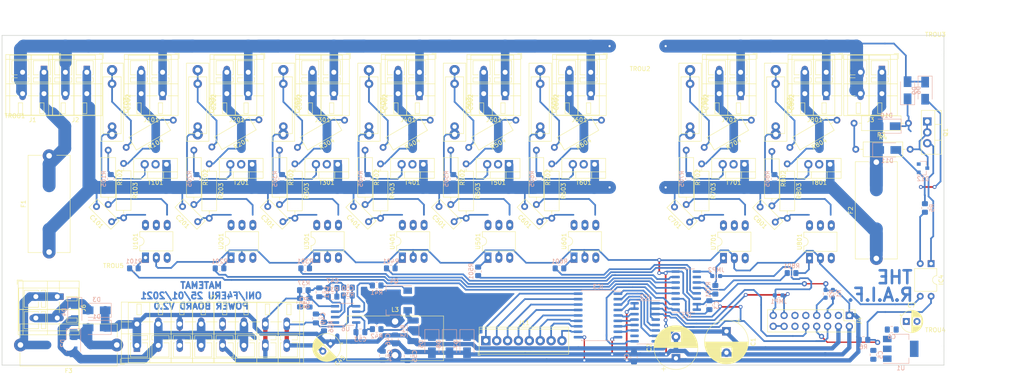
<source format=kicad_pcb>
(kicad_pcb (version 20171130) (host pcbnew 5.1.8+dfsg1-1+b1)

  (general
    (thickness 1.6)
    (drawings 9)
    (tracks 1731)
    (zones 0)
    (modules 157)
    (nets 111)
  )

  (page A3)
  (title_block
    (date "21 may 2013")
  )

  (layers
    (0 F.Cu mixed)
    (31 B.Cu mixed)
    (32 B.Adhes user)
    (33 F.Adhes user)
    (34 B.Paste user)
    (35 F.Paste user)
    (36 B.SilkS user)
    (37 F.SilkS user)
    (38 B.Mask user)
    (39 F.Mask user)
    (40 Dwgs.User user)
    (41 Cmts.User user)
    (42 Eco1.User user)
    (43 Eco2.User user)
    (44 Edge.Cuts user)
    (45 Margin user)
    (46 B.CrtYd user hide)
    (47 F.CrtYd user hide)
    (48 B.Fab user hide)
    (49 F.Fab user hide)
  )

  (setup
    (last_trace_width 0.254)
    (user_trace_width 0.3)
    (user_trace_width 0.4)
    (user_trace_width 0.6)
    (user_trace_width 1)
    (user_trace_width 2)
    (user_trace_width 3)
    (trace_clearance 0.254)
    (zone_clearance 0.6)
    (zone_45_only no)
    (trace_min 0.254)
    (via_size 0.9)
    (via_drill 0.5)
    (via_min_size 0.9)
    (via_min_drill 0.5)
    (user_via 0.9 0.5)
    (user_via 1.2 0.6)
    (user_via 3 1.2)
    (uvia_size 0.508)
    (uvia_drill 0.127)
    (uvias_allowed no)
    (uvia_min_size 0.508)
    (uvia_min_drill 0.127)
    (edge_width 0.15)
    (segment_width 0.2)
    (pcb_text_width 0.3)
    (pcb_text_size 1.2 1.2)
    (mod_edge_width 0.15)
    (mod_text_size 1 1)
    (mod_text_width 0.15)
    (pad_size 2 2)
    (pad_drill 0.8128)
    (pad_to_mask_clearance 0)
    (aux_axis_origin 0 0)
    (visible_elements 7FFFFFBF)
    (pcbplotparams
      (layerselection 0x00030_ffffffff)
      (usegerberextensions false)
      (usegerberattributes true)
      (usegerberadvancedattributes true)
      (creategerberjobfile true)
      (excludeedgelayer true)
      (linewidth 0.150000)
      (plotframeref true)
      (viasonmask false)
      (mode 1)
      (useauxorigin false)
      (hpglpennumber 1)
      (hpglpenspeed 20)
      (hpglpendiameter 15.000000)
      (psnegative false)
      (psa4output false)
      (plotreference true)
      (plotvalue true)
      (plotinvisibletext false)
      (padsonsilk false)
      (subtractmaskfromsilk false)
      (outputformat 2)
      (mirror false)
      (drillshape 1)
      (scaleselection 1)
      (outputdirectory "output/tmp/"))
  )

  (net 0 "")
  (net 1 +12V)
  (net 2 +5V)
  (net 3 /outputs/Din)
  (net 4 /outputs/Dout)
  (net 5 /outputs/Dout1_Din2)
  (net 6 /outputs/clk)
  (net 7 /outputs/strobe)
  (net 8 /outputs/triac_channel_1/In)
  (net 9 /outputs/triac_channel_2/In)
  (net 10 /outputs/triac_channel_3/In)
  (net 11 /outputs/triac_channel_4/In)
  (net 12 /outputs/triac_channel_5/In)
  (net 13 /outputs/triac_channel_6/In)
  (net 14 /outputs/triac_channel_7/In)
  (net 15 /outputs/triac_channel_8/In)
  (net 16 /outputs/zero_cross)
  (net 17 GND)
  (net 18 +28V)
  (net 19 "Net-(C47-Pad2)")
  (net 20 "Net-(C47-Pad1)")
  (net 21 "Net-(C49-Pad2)")
  (net 22 "Net-(C50-Pad2)")
  (net 23 "Net-(C51-Pad1)")
  (net 24 "Net-(C52-Pad2)")
  (net 25 "Net-(C53-Pad2)")
  (net 26 NEUT)
  (net 27 "Net-(C101-Pad1)")
  (net 28 "Net-(C102-Pad1)")
  (net 29 "Net-(C201-Pad1)")
  (net 30 "Net-(C202-Pad1)")
  (net 31 "Net-(C301-Pad1)")
  (net 32 "Net-(C302-Pad1)")
  (net 33 "Net-(C401-Pad1)")
  (net 34 "Net-(C402-Pad1)")
  (net 35 "Net-(C501-Pad1)")
  (net 36 "Net-(C502-Pad1)")
  (net 37 "Net-(C601-Pad1)")
  (net 38 "Net-(C602-Pad1)")
  (net 39 "Net-(C701-Pad1)")
  (net 40 "Net-(C702-Pad1)")
  (net 41 "Net-(C801-Pad1)")
  (net 42 "Net-(C802-Pad1)")
  (net 43 "Net-(D1-Pad2)")
  (net 44 "Net-(D3-Pad2)")
  (net 45 LINE)
  (net 46 "Net-(D10-Pad1)")
  (net 47 "Net-(D11-Pad2)")
  (net 48 AC)
  (net 49 "Net-(D12-Pad1)")
  (net 50 "Net-(F1-Pad2)")
  (net 51 "Net-(F3-Pad2)")
  (net 52 "Net-(IC2-Pad14)")
  (net 53 "Net-(IC2-Pad13)")
  (net 54 "Net-(IC2-Pad12)")
  (net 55 "Net-(IC2-Pad11)")
  (net 56 "Net-(IC2-Pad7)")
  (net 57 "Net-(IC2-Pad6)")
  (net 58 "Net-(IC2-Pad5)")
  (net 59 "Net-(IC2-Pad4)")
  (net 60 "Net-(IC3-Pad18)")
  (net 61 "Net-(IC3-Pad17)")
  (net 62 "Net-(IC3-Pad16)")
  (net 63 "Net-(IC3-Pad15)")
  (net 64 "Net-(IC3-Pad14)")
  (net 65 "Net-(IC3-Pad13)")
  (net 66 "Net-(IC3-Pad12)")
  (net 67 "Net-(IC3-Pad11)")
  (net 68 "Net-(IC4-Pad2)")
  (net 69 "Net-(IC4-Pad1)")
  (net 70 "Net-(J4-Pad14)")
  (net 71 "Net-(J4-Pad15)")
  (net 72 "Net-(J4-Pad7)")
  (net 73 "Net-(J4-Pad5)")
  (net 74 "Net-(J101-Pad2)")
  (net 75 "Net-(J201-Pad2)")
  (net 76 "Net-(J301-Pad2)")
  (net 77 "Net-(J401-Pad2)")
  (net 78 "Net-(J501-Pad2)")
  (net 79 "Net-(J601-Pad2)")
  (net 80 "Net-(J701-Pad2)")
  (net 81 "Net-(J801-Pad2)")
  (net 82 "Net-(Q4-Pad1)")
  (net 83 "Net-(Q4-Pad3)")
  (net 84 "Net-(R3-Pad2)")
  (net 85 "Net-(R41-Pad1)")
  (net 86 "Net-(R101-Pad1)")
  (net 87 "Net-(R102-Pad2)")
  (net 88 "Net-(R102-Pad1)")
  (net 89 "Net-(R201-Pad1)")
  (net 90 "Net-(R202-Pad2)")
  (net 91 "Net-(R202-Pad1)")
  (net 92 "Net-(R301-Pad1)")
  (net 93 "Net-(R302-Pad2)")
  (net 94 "Net-(R302-Pad1)")
  (net 95 "Net-(R401-Pad1)")
  (net 96 "Net-(R402-Pad2)")
  (net 97 "Net-(R402-Pad1)")
  (net 98 "Net-(R501-Pad1)")
  (net 99 "Net-(R502-Pad2)")
  (net 100 "Net-(R502-Pad1)")
  (net 101 "Net-(R601-Pad1)")
  (net 102 "Net-(R602-Pad2)")
  (net 103 "Net-(R602-Pad1)")
  (net 104 "Net-(R701-Pad1)")
  (net 105 "Net-(R702-Pad2)")
  (net 106 "Net-(R702-Pad1)")
  (net 107 "Net-(R801-Pad1)")
  (net 108 "Net-(R802-Pad2)")
  (net 109 "Net-(R802-Pad1)")
  (net 110 /logic_psu/PFET_DRAIN)

  (net_class Default "Ceci est la Netclass par défaut"
    (clearance 0.254)
    (trace_width 0.254)
    (via_dia 0.9)
    (via_drill 0.5)
    (uvia_dia 0.508)
    (uvia_drill 0.127)
    (diff_pair_width 0.254)
    (diff_pair_gap 0.254)
    (add_net +12V)
    (add_net +28V)
    (add_net +5V)
    (add_net /logic_psu/PFET_DRAIN)
    (add_net /outputs/Din)
    (add_net /outputs/Dout)
    (add_net /outputs/Dout1_Din2)
    (add_net /outputs/clk)
    (add_net /outputs/strobe)
    (add_net /outputs/triac_channel_1/In)
    (add_net /outputs/triac_channel_2/In)
    (add_net /outputs/triac_channel_3/In)
    (add_net /outputs/triac_channel_4/In)
    (add_net /outputs/triac_channel_5/In)
    (add_net /outputs/triac_channel_6/In)
    (add_net /outputs/triac_channel_7/In)
    (add_net /outputs/triac_channel_8/In)
    (add_net /outputs/zero_cross)
    (add_net AC)
    (add_net GND)
    (add_net LINE)
    (add_net NEUT)
    (add_net "Net-(C101-Pad1)")
    (add_net "Net-(C102-Pad1)")
    (add_net "Net-(C201-Pad1)")
    (add_net "Net-(C202-Pad1)")
    (add_net "Net-(C301-Pad1)")
    (add_net "Net-(C302-Pad1)")
    (add_net "Net-(C401-Pad1)")
    (add_net "Net-(C402-Pad1)")
    (add_net "Net-(C47-Pad1)")
    (add_net "Net-(C47-Pad2)")
    (add_net "Net-(C49-Pad2)")
    (add_net "Net-(C50-Pad2)")
    (add_net "Net-(C501-Pad1)")
    (add_net "Net-(C502-Pad1)")
    (add_net "Net-(C51-Pad1)")
    (add_net "Net-(C52-Pad2)")
    (add_net "Net-(C53-Pad2)")
    (add_net "Net-(C601-Pad1)")
    (add_net "Net-(C602-Pad1)")
    (add_net "Net-(C701-Pad1)")
    (add_net "Net-(C702-Pad1)")
    (add_net "Net-(C801-Pad1)")
    (add_net "Net-(C802-Pad1)")
    (add_net "Net-(D1-Pad2)")
    (add_net "Net-(D10-Pad1)")
    (add_net "Net-(D11-Pad2)")
    (add_net "Net-(D12-Pad1)")
    (add_net "Net-(D3-Pad2)")
    (add_net "Net-(F1-Pad2)")
    (add_net "Net-(F3-Pad2)")
    (add_net "Net-(IC1-Pad10)")
    (add_net "Net-(IC2-Pad10)")
    (add_net "Net-(IC2-Pad11)")
    (add_net "Net-(IC2-Pad12)")
    (add_net "Net-(IC2-Pad13)")
    (add_net "Net-(IC2-Pad14)")
    (add_net "Net-(IC2-Pad4)")
    (add_net "Net-(IC2-Pad5)")
    (add_net "Net-(IC2-Pad6)")
    (add_net "Net-(IC2-Pad7)")
    (add_net "Net-(IC3-Pad11)")
    (add_net "Net-(IC3-Pad12)")
    (add_net "Net-(IC3-Pad13)")
    (add_net "Net-(IC3-Pad14)")
    (add_net "Net-(IC3-Pad15)")
    (add_net "Net-(IC3-Pad16)")
    (add_net "Net-(IC3-Pad17)")
    (add_net "Net-(IC3-Pad18)")
    (add_net "Net-(IC4-Pad1)")
    (add_net "Net-(IC4-Pad2)")
    (add_net "Net-(J101-Pad2)")
    (add_net "Net-(J201-Pad2)")
    (add_net "Net-(J301-Pad2)")
    (add_net "Net-(J4-Pad11)")
    (add_net "Net-(J4-Pad12)")
    (add_net "Net-(J4-Pad14)")
    (add_net "Net-(J4-Pad15)")
    (add_net "Net-(J4-Pad3)")
    (add_net "Net-(J4-Pad5)")
    (add_net "Net-(J4-Pad7)")
    (add_net "Net-(J4-Pad9)")
    (add_net "Net-(J401-Pad2)")
    (add_net "Net-(J501-Pad2)")
    (add_net "Net-(J601-Pad2)")
    (add_net "Net-(J701-Pad2)")
    (add_net "Net-(J801-Pad2)")
    (add_net "Net-(Q4-Pad1)")
    (add_net "Net-(Q4-Pad3)")
    (add_net "Net-(R101-Pad1)")
    (add_net "Net-(R102-Pad1)")
    (add_net "Net-(R102-Pad2)")
    (add_net "Net-(R201-Pad1)")
    (add_net "Net-(R202-Pad1)")
    (add_net "Net-(R202-Pad2)")
    (add_net "Net-(R3-Pad2)")
    (add_net "Net-(R301-Pad1)")
    (add_net "Net-(R302-Pad1)")
    (add_net "Net-(R302-Pad2)")
    (add_net "Net-(R401-Pad1)")
    (add_net "Net-(R402-Pad1)")
    (add_net "Net-(R402-Pad2)")
    (add_net "Net-(R41-Pad1)")
    (add_net "Net-(R501-Pad1)")
    (add_net "Net-(R502-Pad1)")
    (add_net "Net-(R502-Pad2)")
    (add_net "Net-(R601-Pad1)")
    (add_net "Net-(R602-Pad1)")
    (add_net "Net-(R602-Pad2)")
    (add_net "Net-(R701-Pad1)")
    (add_net "Net-(R702-Pad1)")
    (add_net "Net-(R702-Pad2)")
    (add_net "Net-(R801-Pad1)")
    (add_net "Net-(R802-Pad1)")
    (add_net "Net-(R802-Pad2)")
    (add_net "Net-(U101-Pad3)")
    (add_net "Net-(U101-Pad5)")
    (add_net "Net-(U201-Pad3)")
    (add_net "Net-(U201-Pad5)")
    (add_net "Net-(U301-Pad3)")
    (add_net "Net-(U301-Pad5)")
    (add_net "Net-(U401-Pad3)")
    (add_net "Net-(U401-Pad5)")
    (add_net "Net-(U501-Pad3)")
    (add_net "Net-(U501-Pad5)")
    (add_net "Net-(U601-Pad3)")
    (add_net "Net-(U601-Pad5)")
    (add_net "Net-(U701-Pad3)")
    (add_net "Net-(U701-Pad5)")
    (add_net "Net-(U801-Pad3)")
    (add_net "Net-(U801-Pad5)")
  )

  (module Package_TO_SOT_SMD:SOT-223-3_TabPin2 (layer B.Cu) (tedit 5A02FF57) (tstamp 600E6BB8)
    (at 310.9 161.2)
    (descr "module CMS SOT223 4 pins")
    (tags "CMS SOT")
    (path /50FF13A8/60125424)
    (attr smd)
    (fp_text reference U1 (at 0 4.5) (layer B.SilkS)
      (effects (font (size 1 1) (thickness 0.15)) (justify mirror))
    )
    (fp_text value LM7805 (at 0 -4.5) (layer B.Fab)
      (effects (font (size 1 1) (thickness 0.15)) (justify mirror))
    )
    (fp_text user %R (at 0 0 -90) (layer B.Fab)
      (effects (font (size 0.8 0.8) (thickness 0.12)) (justify mirror))
    )
    (fp_line (start 1.91 -3.41) (end 1.91 -2.15) (layer B.SilkS) (width 0.12))
    (fp_line (start 1.91 3.41) (end 1.91 2.15) (layer B.SilkS) (width 0.12))
    (fp_line (start 4.4 3.6) (end -4.4 3.6) (layer B.CrtYd) (width 0.05))
    (fp_line (start 4.4 -3.6) (end 4.4 3.6) (layer B.CrtYd) (width 0.05))
    (fp_line (start -4.4 -3.6) (end 4.4 -3.6) (layer B.CrtYd) (width 0.05))
    (fp_line (start -4.4 3.6) (end -4.4 -3.6) (layer B.CrtYd) (width 0.05))
    (fp_line (start -1.85 2.35) (end -0.85 3.35) (layer B.Fab) (width 0.1))
    (fp_line (start -1.85 2.35) (end -1.85 -3.35) (layer B.Fab) (width 0.1))
    (fp_line (start -1.85 -3.41) (end 1.91 -3.41) (layer B.SilkS) (width 0.12))
    (fp_line (start -0.85 3.35) (end 1.85 3.35) (layer B.Fab) (width 0.1))
    (fp_line (start -4.1 3.41) (end 1.91 3.41) (layer B.SilkS) (width 0.12))
    (fp_line (start -1.85 -3.35) (end 1.85 -3.35) (layer B.Fab) (width 0.1))
    (fp_line (start 1.85 3.35) (end 1.85 -3.35) (layer B.Fab) (width 0.1))
    (pad 1 smd rect (at -3.15 2.3) (size 2 1.5) (layers B.Cu B.Paste B.Mask)
      (net 1 +12V))
    (pad 3 smd rect (at -3.15 -2.3) (size 2 1.5) (layers B.Cu B.Paste B.Mask)
      (net 2 +5V))
    (pad 2 smd rect (at -3.15 0) (size 2 1.5) (layers B.Cu B.Paste B.Mask)
      (net 17 GND))
    (pad 2 smd rect (at 3.15 0) (size 2 3.8) (layers B.Cu B.Paste B.Mask)
      (net 17 GND))
    (model ${KISYS3DMOD}/Package_TO_SOT_SMD.3dshapes/SOT-223.wrl
      (at (xyz 0 0 0))
      (scale (xyz 1 1 1))
      (rotate (xyz 0 0 0))
    )
  )

  (module Capacitor_THT:CP_Radial_D5.0mm_P2.50mm (layer F.Cu) (tedit 5AE50EF0) (tstamp 600E4B24)
    (at 312.2 154.8)
    (descr "CP, Radial series, Radial, pin pitch=2.50mm, , diameter=5mm, Electrolytic Capacitor")
    (tags "CP Radial series Radial pin pitch 2.50mm  diameter 5mm Electrolytic Capacitor")
    (path /50FF13A8/6012703D)
    (fp_text reference C7 (at 1.25 -3.75) (layer F.SilkS)
      (effects (font (size 1 1) (thickness 0.15)))
    )
    (fp_text value 10u (at 1.25 3.75) (layer F.Fab)
      (effects (font (size 1 1) (thickness 0.15)))
    )
    (fp_text user %R (at 1.25 0) (layer F.Fab)
      (effects (font (size 1 1) (thickness 0.15)))
    )
    (fp_circle (center 1.25 0) (end 3.75 0) (layer F.Fab) (width 0.1))
    (fp_circle (center 1.25 0) (end 3.87 0) (layer F.SilkS) (width 0.12))
    (fp_circle (center 1.25 0) (end 4 0) (layer F.CrtYd) (width 0.05))
    (fp_line (start -0.883605 -1.0875) (end -0.383605 -1.0875) (layer F.Fab) (width 0.1))
    (fp_line (start -0.633605 -1.3375) (end -0.633605 -0.8375) (layer F.Fab) (width 0.1))
    (fp_line (start 1.25 -2.58) (end 1.25 2.58) (layer F.SilkS) (width 0.12))
    (fp_line (start 1.29 -2.58) (end 1.29 2.58) (layer F.SilkS) (width 0.12))
    (fp_line (start 1.33 -2.579) (end 1.33 2.579) (layer F.SilkS) (width 0.12))
    (fp_line (start 1.37 -2.578) (end 1.37 2.578) (layer F.SilkS) (width 0.12))
    (fp_line (start 1.41 -2.576) (end 1.41 2.576) (layer F.SilkS) (width 0.12))
    (fp_line (start 1.45 -2.573) (end 1.45 2.573) (layer F.SilkS) (width 0.12))
    (fp_line (start 1.49 -2.569) (end 1.49 -1.04) (layer F.SilkS) (width 0.12))
    (fp_line (start 1.49 1.04) (end 1.49 2.569) (layer F.SilkS) (width 0.12))
    (fp_line (start 1.53 -2.565) (end 1.53 -1.04) (layer F.SilkS) (width 0.12))
    (fp_line (start 1.53 1.04) (end 1.53 2.565) (layer F.SilkS) (width 0.12))
    (fp_line (start 1.57 -2.561) (end 1.57 -1.04) (layer F.SilkS) (width 0.12))
    (fp_line (start 1.57 1.04) (end 1.57 2.561) (layer F.SilkS) (width 0.12))
    (fp_line (start 1.61 -2.556) (end 1.61 -1.04) (layer F.SilkS) (width 0.12))
    (fp_line (start 1.61 1.04) (end 1.61 2.556) (layer F.SilkS) (width 0.12))
    (fp_line (start 1.65 -2.55) (end 1.65 -1.04) (layer F.SilkS) (width 0.12))
    (fp_line (start 1.65 1.04) (end 1.65 2.55) (layer F.SilkS) (width 0.12))
    (fp_line (start 1.69 -2.543) (end 1.69 -1.04) (layer F.SilkS) (width 0.12))
    (fp_line (start 1.69 1.04) (end 1.69 2.543) (layer F.SilkS) (width 0.12))
    (fp_line (start 1.73 -2.536) (end 1.73 -1.04) (layer F.SilkS) (width 0.12))
    (fp_line (start 1.73 1.04) (end 1.73 2.536) (layer F.SilkS) (width 0.12))
    (fp_line (start 1.77 -2.528) (end 1.77 -1.04) (layer F.SilkS) (width 0.12))
    (fp_line (start 1.77 1.04) (end 1.77 2.528) (layer F.SilkS) (width 0.12))
    (fp_line (start 1.81 -2.52) (end 1.81 -1.04) (layer F.SilkS) (width 0.12))
    (fp_line (start 1.81 1.04) (end 1.81 2.52) (layer F.SilkS) (width 0.12))
    (fp_line (start 1.85 -2.511) (end 1.85 -1.04) (layer F.SilkS) (width 0.12))
    (fp_line (start 1.85 1.04) (end 1.85 2.511) (layer F.SilkS) (width 0.12))
    (fp_line (start 1.89 -2.501) (end 1.89 -1.04) (layer F.SilkS) (width 0.12))
    (fp_line (start 1.89 1.04) (end 1.89 2.501) (layer F.SilkS) (width 0.12))
    (fp_line (start 1.93 -2.491) (end 1.93 -1.04) (layer F.SilkS) (width 0.12))
    (fp_line (start 1.93 1.04) (end 1.93 2.491) (layer F.SilkS) (width 0.12))
    (fp_line (start 1.971 -2.48) (end 1.971 -1.04) (layer F.SilkS) (width 0.12))
    (fp_line (start 1.971 1.04) (end 1.971 2.48) (layer F.SilkS) (width 0.12))
    (fp_line (start 2.011 -2.468) (end 2.011 -1.04) (layer F.SilkS) (width 0.12))
    (fp_line (start 2.011 1.04) (end 2.011 2.468) (layer F.SilkS) (width 0.12))
    (fp_line (start 2.051 -2.455) (end 2.051 -1.04) (layer F.SilkS) (width 0.12))
    (fp_line (start 2.051 1.04) (end 2.051 2.455) (layer F.SilkS) (width 0.12))
    (fp_line (start 2.091 -2.442) (end 2.091 -1.04) (layer F.SilkS) (width 0.12))
    (fp_line (start 2.091 1.04) (end 2.091 2.442) (layer F.SilkS) (width 0.12))
    (fp_line (start 2.131 -2.428) (end 2.131 -1.04) (layer F.SilkS) (width 0.12))
    (fp_line (start 2.131 1.04) (end 2.131 2.428) (layer F.SilkS) (width 0.12))
    (fp_line (start 2.171 -2.414) (end 2.171 -1.04) (layer F.SilkS) (width 0.12))
    (fp_line (start 2.171 1.04) (end 2.171 2.414) (layer F.SilkS) (width 0.12))
    (fp_line (start 2.211 -2.398) (end 2.211 -1.04) (layer F.SilkS) (width 0.12))
    (fp_line (start 2.211 1.04) (end 2.211 2.398) (layer F.SilkS) (width 0.12))
    (fp_line (start 2.251 -2.382) (end 2.251 -1.04) (layer F.SilkS) (width 0.12))
    (fp_line (start 2.251 1.04) (end 2.251 2.382) (layer F.SilkS) (width 0.12))
    (fp_line (start 2.291 -2.365) (end 2.291 -1.04) (layer F.SilkS) (width 0.12))
    (fp_line (start 2.291 1.04) (end 2.291 2.365) (layer F.SilkS) (width 0.12))
    (fp_line (start 2.331 -2.348) (end 2.331 -1.04) (layer F.SilkS) (width 0.12))
    (fp_line (start 2.331 1.04) (end 2.331 2.348) (layer F.SilkS) (width 0.12))
    (fp_line (start 2.371 -2.329) (end 2.371 -1.04) (layer F.SilkS) (width 0.12))
    (fp_line (start 2.371 1.04) (end 2.371 2.329) (layer F.SilkS) (width 0.12))
    (fp_line (start 2.411 -2.31) (end 2.411 -1.04) (layer F.SilkS) (width 0.12))
    (fp_line (start 2.411 1.04) (end 2.411 2.31) (layer F.SilkS) (width 0.12))
    (fp_line (start 2.451 -2.29) (end 2.451 -1.04) (layer F.SilkS) (width 0.12))
    (fp_line (start 2.451 1.04) (end 2.451 2.29) (layer F.SilkS) (width 0.12))
    (fp_line (start 2.491 -2.268) (end 2.491 -1.04) (layer F.SilkS) (width 0.12))
    (fp_line (start 2.491 1.04) (end 2.491 2.268) (layer F.SilkS) (width 0.12))
    (fp_line (start 2.531 -2.247) (end 2.531 -1.04) (layer F.SilkS) (width 0.12))
    (fp_line (start 2.531 1.04) (end 2.531 2.247) (layer F.SilkS) (width 0.12))
    (fp_line (start 2.571 -2.224) (end 2.571 -1.04) (layer F.SilkS) (width 0.12))
    (fp_line (start 2.571 1.04) (end 2.571 2.224) (layer F.SilkS) (width 0.12))
    (fp_line (start 2.611 -2.2) (end 2.611 -1.04) (layer F.SilkS) (width 0.12))
    (fp_line (start 2.611 1.04) (end 2.611 2.2) (layer F.SilkS) (width 0.12))
    (fp_line (start 2.651 -2.175) (end 2.651 -1.04) (layer F.SilkS) (width 0.12))
    (fp_line (start 2.651 1.04) (end 2.651 2.175) (layer F.SilkS) (width 0.12))
    (fp_line (start 2.691 -2.149) (end 2.691 -1.04) (layer F.SilkS) (width 0.12))
    (fp_line (start 2.691 1.04) (end 2.691 2.149) (layer F.SilkS) (width 0.12))
    (fp_line (start 2.731 -2.122) (end 2.731 -1.04) (layer F.SilkS) (width 0.12))
    (fp_line (start 2.731 1.04) (end 2.731 2.122) (layer F.SilkS) (width 0.12))
    (fp_line (start 2.771 -2.095) (end 2.771 -1.04) (layer F.SilkS) (width 0.12))
    (fp_line (start 2.771 1.04) (end 2.771 2.095) (layer F.SilkS) (width 0.12))
    (fp_line (start 2.811 -2.065) (end 2.811 -1.04) (layer F.SilkS) (width 0.12))
    (fp_line (start 2.811 1.04) (end 2.811 2.065) (layer F.SilkS) (width 0.12))
    (fp_line (start 2.851 -2.035) (end 2.851 -1.04) (layer F.SilkS) (width 0.12))
    (fp_line (start 2.851 1.04) (end 2.851 2.035) (layer F.SilkS) (width 0.12))
    (fp_line (start 2.891 -2.004) (end 2.891 -1.04) (layer F.SilkS) (width 0.12))
    (fp_line (start 2.891 1.04) (end 2.891 2.004) (layer F.SilkS) (width 0.12))
    (fp_line (start 2.931 -1.971) (end 2.931 -1.04) (layer F.SilkS) (width 0.12))
    (fp_line (start 2.931 1.04) (end 2.931 1.971) (layer F.SilkS) (width 0.12))
    (fp_line (start 2.971 -1.937) (end 2.971 -1.04) (layer F.SilkS) (width 0.12))
    (fp_line (start 2.971 1.04) (end 2.971 1.937) (layer F.SilkS) (width 0.12))
    (fp_line (start 3.011 -1.901) (end 3.011 -1.04) (layer F.SilkS) (width 0.12))
    (fp_line (start 3.011 1.04) (end 3.011 1.901) (layer F.SilkS) (width 0.12))
    (fp_line (start 3.051 -1.864) (end 3.051 -1.04) (layer F.SilkS) (width 0.12))
    (fp_line (start 3.051 1.04) (end 3.051 1.864) (layer F.SilkS) (width 0.12))
    (fp_line (start 3.091 -1.826) (end 3.091 -1.04) (layer F.SilkS) (width 0.12))
    (fp_line (start 3.091 1.04) (end 3.091 1.826) (layer F.SilkS) (width 0.12))
    (fp_line (start 3.131 -1.785) (end 3.131 -1.04) (layer F.SilkS) (width 0.12))
    (fp_line (start 3.131 1.04) (end 3.131 1.785) (layer F.SilkS) (width 0.12))
    (fp_line (start 3.171 -1.743) (end 3.171 -1.04) (layer F.SilkS) (width 0.12))
    (fp_line (start 3.171 1.04) (end 3.171 1.743) (layer F.SilkS) (width 0.12))
    (fp_line (start 3.211 -1.699) (end 3.211 -1.04) (layer F.SilkS) (width 0.12))
    (fp_line (start 3.211 1.04) (end 3.211 1.699) (layer F.SilkS) (width 0.12))
    (fp_line (start 3.251 -1.653) (end 3.251 -1.04) (layer F.SilkS) (width 0.12))
    (fp_line (start 3.251 1.04) (end 3.251 1.653) (layer F.SilkS) (width 0.12))
    (fp_line (start 3.291 -1.605) (end 3.291 -1.04) (layer F.SilkS) (width 0.12))
    (fp_line (start 3.291 1.04) (end 3.291 1.605) (layer F.SilkS) (width 0.12))
    (fp_line (start 3.331 -1.554) (end 3.331 -1.04) (layer F.SilkS) (width 0.12))
    (fp_line (start 3.331 1.04) (end 3.331 1.554) (layer F.SilkS) (width 0.12))
    (fp_line (start 3.371 -1.5) (end 3.371 -1.04) (layer F.SilkS) (width 0.12))
    (fp_line (start 3.371 1.04) (end 3.371 1.5) (layer F.SilkS) (width 0.12))
    (fp_line (start 3.411 -1.443) (end 3.411 -1.04) (layer F.SilkS) (width 0.12))
    (fp_line (start 3.411 1.04) (end 3.411 1.443) (layer F.SilkS) (width 0.12))
    (fp_line (start 3.451 -1.383) (end 3.451 -1.04) (layer F.SilkS) (width 0.12))
    (fp_line (start 3.451 1.04) (end 3.451 1.383) (layer F.SilkS) (width 0.12))
    (fp_line (start 3.491 -1.319) (end 3.491 -1.04) (layer F.SilkS) (width 0.12))
    (fp_line (start 3.491 1.04) (end 3.491 1.319) (layer F.SilkS) (width 0.12))
    (fp_line (start 3.531 -1.251) (end 3.531 -1.04) (layer F.SilkS) (width 0.12))
    (fp_line (start 3.531 1.04) (end 3.531 1.251) (layer F.SilkS) (width 0.12))
    (fp_line (start 3.571 -1.178) (end 3.571 1.178) (layer F.SilkS) (width 0.12))
    (fp_line (start 3.611 -1.098) (end 3.611 1.098) (layer F.SilkS) (width 0.12))
    (fp_line (start 3.651 -1.011) (end 3.651 1.011) (layer F.SilkS) (width 0.12))
    (fp_line (start 3.691 -0.915) (end 3.691 0.915) (layer F.SilkS) (width 0.12))
    (fp_line (start 3.731 -0.805) (end 3.731 0.805) (layer F.SilkS) (width 0.12))
    (fp_line (start 3.771 -0.677) (end 3.771 0.677) (layer F.SilkS) (width 0.12))
    (fp_line (start 3.811 -0.518) (end 3.811 0.518) (layer F.SilkS) (width 0.12))
    (fp_line (start 3.851 -0.284) (end 3.851 0.284) (layer F.SilkS) (width 0.12))
    (fp_line (start -1.554775 -1.475) (end -1.054775 -1.475) (layer F.SilkS) (width 0.12))
    (fp_line (start -1.304775 -1.725) (end -1.304775 -1.225) (layer F.SilkS) (width 0.12))
    (pad 2 thru_hole circle (at 2.5 0) (size 1.6 1.6) (drill 0.8) (layers *.Cu *.Mask)
      (net 17 GND))
    (pad 1 thru_hole rect (at 0 0) (size 1.6 1.6) (drill 0.8) (layers *.Cu *.Mask)
      (net 2 +5V))
    (model ${KISYS3DMOD}/Capacitor_THT.3dshapes/CP_Radial_D5.0mm_P2.50mm.wrl
      (at (xyz 0 0 0))
      (scale (xyz 1 1 1))
      (rotate (xyz 0 0 0))
    )
  )

  (module Capacitor_SMD:C_0805_2012Metric_Pad1.18x1.45mm_HandSolder (layer B.Cu) (tedit 5F68FEEF) (tstamp 600E4A58)
    (at 308.8 156.7)
    (descr "Capacitor SMD 0805 (2012 Metric), square (rectangular) end terminal, IPC_7351 nominal with elongated pad for handsoldering. (Body size source: IPC-SM-782 page 76, https://www.pcb-3d.com/wordpress/wp-content/uploads/ipc-sm-782a_amendment_1_and_2.pdf, https://docs.google.com/spreadsheets/d/1BsfQQcO9C6DZCsRaXUlFlo91Tg2WpOkGARC1WS5S8t0/edit?usp=sharing), generated with kicad-footprint-generator")
    (tags "capacitor handsolder")
    (path /50FF13A8/6012763F)
    (attr smd)
    (fp_text reference C6 (at 0 1.68) (layer B.SilkS)
      (effects (font (size 1 1) (thickness 0.15)) (justify mirror))
    )
    (fp_text value 100n (at 0 -1.68) (layer B.Fab)
      (effects (font (size 1 1) (thickness 0.15)) (justify mirror))
    )
    (fp_text user %R (at 0 0) (layer B.Fab)
      (effects (font (size 0.5 0.5) (thickness 0.08)) (justify mirror))
    )
    (fp_line (start -1 -0.625) (end -1 0.625) (layer B.Fab) (width 0.1))
    (fp_line (start -1 0.625) (end 1 0.625) (layer B.Fab) (width 0.1))
    (fp_line (start 1 0.625) (end 1 -0.625) (layer B.Fab) (width 0.1))
    (fp_line (start 1 -0.625) (end -1 -0.625) (layer B.Fab) (width 0.1))
    (fp_line (start -0.261252 0.735) (end 0.261252 0.735) (layer B.SilkS) (width 0.12))
    (fp_line (start -0.261252 -0.735) (end 0.261252 -0.735) (layer B.SilkS) (width 0.12))
    (fp_line (start -1.88 -0.98) (end -1.88 0.98) (layer B.CrtYd) (width 0.05))
    (fp_line (start -1.88 0.98) (end 1.88 0.98) (layer B.CrtYd) (width 0.05))
    (fp_line (start 1.88 0.98) (end 1.88 -0.98) (layer B.CrtYd) (width 0.05))
    (fp_line (start 1.88 -0.98) (end -1.88 -0.98) (layer B.CrtYd) (width 0.05))
    (pad 2 smd roundrect (at 1.0375 0) (size 1.175 1.45) (layers B.Cu B.Paste B.Mask) (roundrect_rratio 0.212766)
      (net 17 GND))
    (pad 1 smd roundrect (at -1.0375 0) (size 1.175 1.45) (layers B.Cu B.Paste B.Mask) (roundrect_rratio 0.212766)
      (net 2 +5V))
    (model ${KISYS3DMOD}/Capacitor_SMD.3dshapes/C_0805_2012Metric.wrl
      (at (xyz 0 0 0))
      (scale (xyz 1 1 1))
      (rotate (xyz 0 0 0))
    )
  )

  (module Capacitor_SMD:C_0805_2012Metric_Pad1.18x1.45mm_HandSolder (layer B.Cu) (tedit 5F68FEEF) (tstamp 600E4A47)
    (at 304.5 162.6 90)
    (descr "Capacitor SMD 0805 (2012 Metric), square (rectangular) end terminal, IPC_7351 nominal with elongated pad for handsoldering. (Body size source: IPC-SM-782 page 76, https://www.pcb-3d.com/wordpress/wp-content/uploads/ipc-sm-782a_amendment_1_and_2.pdf, https://docs.google.com/spreadsheets/d/1BsfQQcO9C6DZCsRaXUlFlo91Tg2WpOkGARC1WS5S8t0/edit?usp=sharing), generated with kicad-footprint-generator")
    (tags "capacitor handsolder")
    (path /50FF13A8/60127A01)
    (attr smd)
    (fp_text reference C5 (at 0 1.68 90) (layer B.SilkS)
      (effects (font (size 1 1) (thickness 0.15)) (justify mirror))
    )
    (fp_text value 100n (at 0 -1.68 90) (layer B.Fab)
      (effects (font (size 1 1) (thickness 0.15)) (justify mirror))
    )
    (fp_text user %R (at 0 0 90) (layer B.Fab)
      (effects (font (size 0.5 0.5) (thickness 0.08)) (justify mirror))
    )
    (fp_line (start -1 -0.625) (end -1 0.625) (layer B.Fab) (width 0.1))
    (fp_line (start -1 0.625) (end 1 0.625) (layer B.Fab) (width 0.1))
    (fp_line (start 1 0.625) (end 1 -0.625) (layer B.Fab) (width 0.1))
    (fp_line (start 1 -0.625) (end -1 -0.625) (layer B.Fab) (width 0.1))
    (fp_line (start -0.261252 0.735) (end 0.261252 0.735) (layer B.SilkS) (width 0.12))
    (fp_line (start -0.261252 -0.735) (end 0.261252 -0.735) (layer B.SilkS) (width 0.12))
    (fp_line (start -1.88 -0.98) (end -1.88 0.98) (layer B.CrtYd) (width 0.05))
    (fp_line (start -1.88 0.98) (end 1.88 0.98) (layer B.CrtYd) (width 0.05))
    (fp_line (start 1.88 0.98) (end 1.88 -0.98) (layer B.CrtYd) (width 0.05))
    (fp_line (start 1.88 -0.98) (end -1.88 -0.98) (layer B.CrtYd) (width 0.05))
    (pad 2 smd roundrect (at 1.0375 0 90) (size 1.175 1.45) (layers B.Cu B.Paste B.Mask) (roundrect_rratio 0.212766)
      (net 17 GND))
    (pad 1 smd roundrect (at -1.0375 0 90) (size 1.175 1.45) (layers B.Cu B.Paste B.Mask) (roundrect_rratio 0.212766)
      (net 1 +12V))
    (model ${KISYS3DMOD}/Capacitor_SMD.3dshapes/C_0805_2012Metric.wrl
      (at (xyz 0 0 0))
      (scale (xyz 1 1 1))
      (rotate (xyz 0 0 0))
    )
  )

  (module Capacitor_THT:CP_Radial_D6.3mm_P2.50mm (layer F.Cu) (tedit 5AE50EF0) (tstamp 51056A8E)
    (at 177.7 160 225)
    (descr "CP, Radial series, Radial, pin pitch=2.50mm, , diameter=6.3mm, Electrolytic Capacitor")
    (tags "CP Radial series Radial pin pitch 2.50mm  diameter 6.3mm Electrolytic Capacitor")
    (path /50FF13A8/502210CB)
    (fp_text reference C45 (at 1.25 -4.4 45) (layer F.SilkS)
      (effects (font (size 1 1) (thickness 0.15)))
    )
    (fp_text value "10uF/50V - 125°C" (at 1.25 4.4 45) (layer F.Fab)
      (effects (font (size 1 1) (thickness 0.15)))
    )
    (fp_line (start -1.935241 -2.154) (end -1.935241 -1.524) (layer F.SilkS) (width 0.12))
    (fp_line (start -2.250241 -1.839) (end -1.620241 -1.839) (layer F.SilkS) (width 0.12))
    (fp_line (start 4.491 -0.402) (end 4.491 0.402) (layer F.SilkS) (width 0.12))
    (fp_line (start 4.451 -0.633) (end 4.451 0.633) (layer F.SilkS) (width 0.12))
    (fp_line (start 4.411 -0.802) (end 4.411 0.802) (layer F.SilkS) (width 0.12))
    (fp_line (start 4.371 -0.94) (end 4.371 0.94) (layer F.SilkS) (width 0.12))
    (fp_line (start 4.331 -1.059) (end 4.331 1.059) (layer F.SilkS) (width 0.12))
    (fp_line (start 4.291 -1.165) (end 4.291 1.165) (layer F.SilkS) (width 0.12))
    (fp_line (start 4.251 -1.262) (end 4.251 1.262) (layer F.SilkS) (width 0.12))
    (fp_line (start 4.211 -1.35) (end 4.211 1.35) (layer F.SilkS) (width 0.12))
    (fp_line (start 4.171 -1.432) (end 4.171 1.432) (layer F.SilkS) (width 0.12))
    (fp_line (start 4.131 -1.509) (end 4.131 1.509) (layer F.SilkS) (width 0.12))
    (fp_line (start 4.091 -1.581) (end 4.091 1.581) (layer F.SilkS) (width 0.12))
    (fp_line (start 4.051 -1.65) (end 4.051 1.65) (layer F.SilkS) (width 0.12))
    (fp_line (start 4.011 -1.714) (end 4.011 1.714) (layer F.SilkS) (width 0.12))
    (fp_line (start 3.971 -1.776) (end 3.971 1.776) (layer F.SilkS) (width 0.12))
    (fp_line (start 3.931 -1.834) (end 3.931 1.834) (layer F.SilkS) (width 0.12))
    (fp_line (start 3.891 -1.89) (end 3.891 1.89) (layer F.SilkS) (width 0.12))
    (fp_line (start 3.851 -1.944) (end 3.851 1.944) (layer F.SilkS) (width 0.12))
    (fp_line (start 3.811 -1.995) (end 3.811 1.995) (layer F.SilkS) (width 0.12))
    (fp_line (start 3.771 -2.044) (end 3.771 2.044) (layer F.SilkS) (width 0.12))
    (fp_line (start 3.731 -2.092) (end 3.731 2.092) (layer F.SilkS) (width 0.12))
    (fp_line (start 3.691 -2.137) (end 3.691 2.137) (layer F.SilkS) (width 0.12))
    (fp_line (start 3.651 -2.182) (end 3.651 2.182) (layer F.SilkS) (width 0.12))
    (fp_line (start 3.611 -2.224) (end 3.611 2.224) (layer F.SilkS) (width 0.12))
    (fp_line (start 3.571 -2.265) (end 3.571 2.265) (layer F.SilkS) (width 0.12))
    (fp_line (start 3.531 1.04) (end 3.531 2.305) (layer F.SilkS) (width 0.12))
    (fp_line (start 3.531 -2.305) (end 3.531 -1.04) (layer F.SilkS) (width 0.12))
    (fp_line (start 3.491 1.04) (end 3.491 2.343) (layer F.SilkS) (width 0.12))
    (fp_line (start 3.491 -2.343) (end 3.491 -1.04) (layer F.SilkS) (width 0.12))
    (fp_line (start 3.451 1.04) (end 3.451 2.38) (layer F.SilkS) (width 0.12))
    (fp_line (start 3.451 -2.38) (end 3.451 -1.04) (layer F.SilkS) (width 0.12))
    (fp_line (start 3.411 1.04) (end 3.411 2.416) (layer F.SilkS) (width 0.12))
    (fp_line (start 3.411 -2.416) (end 3.411 -1.04) (layer F.SilkS) (width 0.12))
    (fp_line (start 3.371 1.04) (end 3.371 2.45) (layer F.SilkS) (width 0.12))
    (fp_line (start 3.371 -2.45) (end 3.371 -1.04) (layer F.SilkS) (width 0.12))
    (fp_line (start 3.331 1.04) (end 3.331 2.484) (layer F.SilkS) (width 0.12))
    (fp_line (start 3.331 -2.484) (end 3.331 -1.04) (layer F.SilkS) (width 0.12))
    (fp_line (start 3.291 1.04) (end 3.291 2.516) (layer F.SilkS) (width 0.12))
    (fp_line (start 3.291 -2.516) (end 3.291 -1.04) (layer F.SilkS) (width 0.12))
    (fp_line (start 3.251 1.04) (end 3.251 2.548) (layer F.SilkS) (width 0.12))
    (fp_line (start 3.251 -2.548) (end 3.251 -1.04) (layer F.SilkS) (width 0.12))
    (fp_line (start 3.211 1.04) (end 3.211 2.578) (layer F.SilkS) (width 0.12))
    (fp_line (start 3.211 -2.578) (end 3.211 -1.04) (layer F.SilkS) (width 0.12))
    (fp_line (start 3.171 1.04) (end 3.171 2.607) (layer F.SilkS) (width 0.12))
    (fp_line (start 3.171 -2.607) (end 3.171 -1.04) (layer F.SilkS) (width 0.12))
    (fp_line (start 3.131 1.04) (end 3.131 2.636) (layer F.SilkS) (width 0.12))
    (fp_line (start 3.131 -2.636) (end 3.131 -1.04) (layer F.SilkS) (width 0.12))
    (fp_line (start 3.091 1.04) (end 3.091 2.664) (layer F.SilkS) (width 0.12))
    (fp_line (start 3.091 -2.664) (end 3.091 -1.04) (layer F.SilkS) (width 0.12))
    (fp_line (start 3.051 1.04) (end 3.051 2.69) (layer F.SilkS) (width 0.12))
    (fp_line (start 3.051 -2.69) (end 3.051 -1.04) (layer F.SilkS) (width 0.12))
    (fp_line (start 3.011 1.04) (end 3.011 2.716) (layer F.SilkS) (width 0.12))
    (fp_line (start 3.011 -2.716) (end 3.011 -1.04) (layer F.SilkS) (width 0.12))
    (fp_line (start 2.971 1.04) (end 2.971 2.742) (layer F.SilkS) (width 0.12))
    (fp_line (start 2.971 -2.742) (end 2.971 -1.04) (layer F.SilkS) (width 0.12))
    (fp_line (start 2.931 1.04) (end 2.931 2.766) (layer F.SilkS) (width 0.12))
    (fp_line (start 2.931 -2.766) (end 2.931 -1.04) (layer F.SilkS) (width 0.12))
    (fp_line (start 2.891 1.04) (end 2.891 2.79) (layer F.SilkS) (width 0.12))
    (fp_line (start 2.891 -2.79) (end 2.891 -1.04) (layer F.SilkS) (width 0.12))
    (fp_line (start 2.851 1.04) (end 2.851 2.812) (layer F.SilkS) (width 0.12))
    (fp_line (start 2.851 -2.812) (end 2.851 -1.04) (layer F.SilkS) (width 0.12))
    (fp_line (start 2.811 1.04) (end 2.811 2.834) (layer F.SilkS) (width 0.12))
    (fp_line (start 2.811 -2.834) (end 2.811 -1.04) (layer F.SilkS) (width 0.12))
    (fp_line (start 2.771 1.04) (end 2.771 2.856) (layer F.SilkS) (width 0.12))
    (fp_line (start 2.771 -2.856) (end 2.771 -1.04) (layer F.SilkS) (width 0.12))
    (fp_line (start 2.731 1.04) (end 2.731 2.876) (layer F.SilkS) (width 0.12))
    (fp_line (start 2.731 -2.876) (end 2.731 -1.04) (layer F.SilkS) (width 0.12))
    (fp_line (start 2.691 1.04) (end 2.691 2.896) (layer F.SilkS) (width 0.12))
    (fp_line (start 2.691 -2.896) (end 2.691 -1.04) (layer F.SilkS) (width 0.12))
    (fp_line (start 2.651 1.04) (end 2.651 2.916) (layer F.SilkS) (width 0.12))
    (fp_line (start 2.651 -2.916) (end 2.651 -1.04) (layer F.SilkS) (width 0.12))
    (fp_line (start 2.611 1.04) (end 2.611 2.934) (layer F.SilkS) (width 0.12))
    (fp_line (start 2.611 -2.934) (end 2.611 -1.04) (layer F.SilkS) (width 0.12))
    (fp_line (start 2.571 1.04) (end 2.571 2.952) (layer F.SilkS) (width 0.12))
    (fp_line (start 2.571 -2.952) (end 2.571 -1.04) (layer F.SilkS) (width 0.12))
    (fp_line (start 2.531 1.04) (end 2.531 2.97) (layer F.SilkS) (width 0.12))
    (fp_line (start 2.531 -2.97) (end 2.531 -1.04) (layer F.SilkS) (width 0.12))
    (fp_line (start 2.491 1.04) (end 2.491 2.986) (layer F.SilkS) (width 0.12))
    (fp_line (start 2.491 -2.986) (end 2.491 -1.04) (layer F.SilkS) (width 0.12))
    (fp_line (start 2.451 1.04) (end 2.451 3.002) (layer F.SilkS) (width 0.12))
    (fp_line (start 2.451 -3.002) (end 2.451 -1.04) (layer F.SilkS) (width 0.12))
    (fp_line (start 2.411 1.04) (end 2.411 3.018) (layer F.SilkS) (width 0.12))
    (fp_line (start 2.411 -3.018) (end 2.411 -1.04) (layer F.SilkS) (width 0.12))
    (fp_line (start 2.371 1.04) (end 2.371 3.033) (layer F.SilkS) (width 0.12))
    (fp_line (start 2.371 -3.033) (end 2.371 -1.04) (layer F.SilkS) (width 0.12))
    (fp_line (start 2.331 1.04) (end 2.331 3.047) (layer F.SilkS) (width 0.12))
    (fp_line (start 2.331 -3.047) (end 2.331 -1.04) (layer F.SilkS) (width 0.12))
    (fp_line (start 2.291 1.04) (end 2.291 3.061) (layer F.SilkS) (width 0.12))
    (fp_line (start 2.291 -3.061) (end 2.291 -1.04) (layer F.SilkS) (width 0.12))
    (fp_line (start 2.251 1.04) (end 2.251 3.074) (layer F.SilkS) (width 0.12))
    (fp_line (start 2.251 -3.074) (end 2.251 -1.04) (layer F.SilkS) (width 0.12))
    (fp_line (start 2.211 1.04) (end 2.211 3.086) (layer F.SilkS) (width 0.12))
    (fp_line (start 2.211 -3.086) (end 2.211 -1.04) (layer F.SilkS) (width 0.12))
    (fp_line (start 2.171 1.04) (end 2.171 3.098) (layer F.SilkS) (width 0.12))
    (fp_line (start 2.171 -3.098) (end 2.171 -1.04) (layer F.SilkS) (width 0.12))
    (fp_line (start 2.131 1.04) (end 2.131 3.11) (layer F.SilkS) (width 0.12))
    (fp_line (start 2.131 -3.11) (end 2.131 -1.04) (layer F.SilkS) (width 0.12))
    (fp_line (start 2.091 1.04) (end 2.091 3.121) (layer F.SilkS) (width 0.12))
    (fp_line (start 2.091 -3.121) (end 2.091 -1.04) (layer F.SilkS) (width 0.12))
    (fp_line (start 2.051 1.04) (end 2.051 3.131) (layer F.SilkS) (width 0.12))
    (fp_line (start 2.051 -3.131) (end 2.051 -1.04) (layer F.SilkS) (width 0.12))
    (fp_line (start 2.011 1.04) (end 2.011 3.141) (layer F.SilkS) (width 0.12))
    (fp_line (start 2.011 -3.141) (end 2.011 -1.04) (layer F.SilkS) (width 0.12))
    (fp_line (start 1.971 1.04) (end 1.971 3.15) (layer F.SilkS) (width 0.12))
    (fp_line (start 1.971 -3.15) (end 1.971 -1.04) (layer F.SilkS) (width 0.12))
    (fp_line (start 1.93 1.04) (end 1.93 3.159) (layer F.SilkS) (width 0.12))
    (fp_line (start 1.93 -3.159) (end 1.93 -1.04) (layer F.SilkS) (width 0.12))
    (fp_line (start 1.89 1.04) (end 1.89 3.167) (layer F.SilkS) (width 0.12))
    (fp_line (start 1.89 -3.167) (end 1.89 -1.04) (layer F.SilkS) (width 0.12))
    (fp_line (start 1.85 1.04) (end 1.85 3.175) (layer F.SilkS) (width 0.12))
    (fp_line (start 1.85 -3.175) (end 1.85 -1.04) (layer F.SilkS) (width 0.12))
    (fp_line (start 1.81 1.04) (end 1.81 3.182) (layer F.SilkS) (width 0.12))
    (fp_line (start 1.81 -3.182) (end 1.81 -1.04) (layer F.SilkS) (width 0.12))
    (fp_line (start 1.77 1.04) (end 1.77 3.189) (layer F.SilkS) (width 0.12))
    (fp_line (start 1.77 -3.189) (end 1.77 -1.04) (layer F.SilkS) (width 0.12))
    (fp_line (start 1.73 1.04) (end 1.73 3.195) (layer F.SilkS) (width 0.12))
    (fp_line (start 1.73 -3.195) (end 1.73 -1.04) (layer F.SilkS) (width 0.12))
    (fp_line (start 1.69 1.04) (end 1.69 3.201) (layer F.SilkS) (width 0.12))
    (fp_line (start 1.69 -3.201) (end 1.69 -1.04) (layer F.SilkS) (width 0.12))
    (fp_line (start 1.65 1.04) (end 1.65 3.206) (layer F.SilkS) (width 0.12))
    (fp_line (start 1.65 -3.206) (end 1.65 -1.04) (layer F.SilkS) (width 0.12))
    (fp_line (start 1.61 1.04) (end 1.61 3.211) (layer F.SilkS) (width 0.12))
    (fp_line (start 1.61 -3.211) (end 1.61 -1.04) (layer F.SilkS) (width 0.12))
    (fp_line (start 1.57 1.04) (end 1.57 3.215) (layer F.SilkS) (width 0.12))
    (fp_line (start 1.57 -3.215) (end 1.57 -1.04) (layer F.SilkS) (width 0.12))
    (fp_line (start 1.53 1.04) (end 1.53 3.218) (layer F.SilkS) (width 0.12))
    (fp_line (start 1.53 -3.218) (end 1.53 -1.04) (layer F.SilkS) (width 0.12))
    (fp_line (start 1.49 1.04) (end 1.49 3.222) (layer F.SilkS) (width 0.12))
    (fp_line (start 1.49 -3.222) (end 1.49 -1.04) (layer F.SilkS) (width 0.12))
    (fp_line (start 1.45 -3.224) (end 1.45 3.224) (layer F.SilkS) (width 0.12))
    (fp_line (start 1.41 -3.227) (end 1.41 3.227) (layer F.SilkS) (width 0.12))
    (fp_line (start 1.37 -3.228) (end 1.37 3.228) (layer F.SilkS) (width 0.12))
    (fp_line (start 1.33 -3.23) (end 1.33 3.23) (layer F.SilkS) (width 0.12))
    (fp_line (start 1.29 -3.23) (end 1.29 3.23) (layer F.SilkS) (width 0.12))
    (fp_line (start 1.25 -3.23) (end 1.25 3.23) (layer F.SilkS) (width 0.12))
    (fp_line (start -1.128972 -1.6885) (end -1.128972 -1.0585) (layer F.Fab) (width 0.1))
    (fp_line (start -1.443972 -1.3735) (end -0.813972 -1.3735) (layer F.Fab) (width 0.1))
    (fp_circle (center 1.25 0) (end 4.65 0) (layer F.CrtYd) (width 0.05))
    (fp_circle (center 1.25 0) (end 4.52 0) (layer F.SilkS) (width 0.12))
    (fp_circle (center 1.25 0) (end 4.4 0) (layer F.Fab) (width 0.1))
    (fp_text user %R (at 1.25 0 45) (layer F.Fab)
      (effects (font (size 1 1) (thickness 0.15)))
    )
    (pad 2 thru_hole circle (at 2.5 0 225) (size 1.6 1.6) (drill 0.8) (layers *.Cu *.Mask)
      (net 17 GND))
    (pad 1 thru_hole rect (at 0 0 225) (size 1.6 1.6) (drill 0.8) (layers *.Cu *.Mask)
      (net 18 +28V))
    (model ${KISYS3DMOD}/Capacitor_THT.3dshapes/CP_Radial_D6.3mm_P2.50mm.wrl
      (at (xyz 0 0 0))
      (scale (xyz 1 1 1))
      (rotate (xyz 0 0 0))
    )
  )

  (module Diode_SMD:D_SMA (layer B.Cu) (tedit 586432E5) (tstamp 511A99DD)
    (at 307.75 114.75)
    (descr "Diode SMA (DO-214AC)")
    (tags "Diode SMA (DO-214AC)")
    (path /50F5F19D/51097EED)
    (attr smd)
    (fp_text reference D11 (at 0 2.5) (layer B.SilkS)
      (effects (font (size 1 1) (thickness 0.15)) (justify mirror))
    )
    (fp_text value CDBA2100-G (at 0 -2.6) (layer B.Fab)
      (effects (font (size 1 1) (thickness 0.15)) (justify mirror))
    )
    (fp_line (start -3.4 1.65) (end -3.4 -1.65) (layer B.SilkS) (width 0.12))
    (fp_line (start 2.3 -1.5) (end -2.3 -1.5) (layer B.Fab) (width 0.1))
    (fp_line (start -2.3 -1.5) (end -2.3 1.5) (layer B.Fab) (width 0.1))
    (fp_line (start 2.3 1.5) (end 2.3 -1.5) (layer B.Fab) (width 0.1))
    (fp_line (start 2.3 1.5) (end -2.3 1.5) (layer B.Fab) (width 0.1))
    (fp_line (start -3.5 1.75) (end 3.5 1.75) (layer B.CrtYd) (width 0.05))
    (fp_line (start 3.5 1.75) (end 3.5 -1.75) (layer B.CrtYd) (width 0.05))
    (fp_line (start 3.5 -1.75) (end -3.5 -1.75) (layer B.CrtYd) (width 0.05))
    (fp_line (start -3.5 -1.75) (end -3.5 1.75) (layer B.CrtYd) (width 0.05))
    (fp_line (start -0.64944 -0.00102) (end -1.55114 -0.00102) (layer B.Fab) (width 0.1))
    (fp_line (start 0.50118 -0.00102) (end 1.4994 -0.00102) (layer B.Fab) (width 0.1))
    (fp_line (start -0.64944 0.79908) (end -0.64944 -0.80112) (layer B.Fab) (width 0.1))
    (fp_line (start 0.50118 -0.75032) (end 0.50118 0.79908) (layer B.Fab) (width 0.1))
    (fp_line (start -0.64944 -0.00102) (end 0.50118 -0.75032) (layer B.Fab) (width 0.1))
    (fp_line (start -0.64944 -0.00102) (end 0.50118 0.79908) (layer B.Fab) (width 0.1))
    (fp_line (start -3.4 -1.65) (end 2 -1.65) (layer B.SilkS) (width 0.12))
    (fp_line (start -3.4 1.65) (end 2 1.65) (layer B.SilkS) (width 0.12))
    (fp_text user %R (at 0 2.5) (layer B.Fab)
      (effects (font (size 1 1) (thickness 0.15)) (justify mirror))
    )
    (pad 2 smd rect (at 2 0) (size 2.5 1.8) (layers B.Cu B.Paste B.Mask)
      (net 47 "Net-(D11-Pad2)"))
    (pad 1 smd rect (at -2 0) (size 2.5 1.8) (layers B.Cu B.Paste B.Mask)
      (net 48 AC))
    (model ${KISYS3DMOD}/Diode_SMD.3dshapes/D_SMA.wrl
      (at (xyz 0 0 0))
      (scale (xyz 1 1 1))
      (rotate (xyz 0 0 0))
    )
  )

  (module Diode_SMD:D_SMA (layer B.Cu) (tedit 586432E5) (tstamp 511A99C5)
    (at 307.6 109.2 180)
    (descr "Diode SMA (DO-214AC)")
    (tags "Diode SMA (DO-214AC)")
    (path /50F5F19D/51097EE5)
    (attr smd)
    (fp_text reference D10 (at 0 2.5) (layer B.SilkS)
      (effects (font (size 1 1) (thickness 0.15)) (justify mirror))
    )
    (fp_text value CDBA2100-G (at 0 -2.6) (layer B.Fab)
      (effects (font (size 1 1) (thickness 0.15)) (justify mirror))
    )
    (fp_line (start -3.4 1.65) (end -3.4 -1.65) (layer B.SilkS) (width 0.12))
    (fp_line (start 2.3 -1.5) (end -2.3 -1.5) (layer B.Fab) (width 0.1))
    (fp_line (start -2.3 -1.5) (end -2.3 1.5) (layer B.Fab) (width 0.1))
    (fp_line (start 2.3 1.5) (end 2.3 -1.5) (layer B.Fab) (width 0.1))
    (fp_line (start 2.3 1.5) (end -2.3 1.5) (layer B.Fab) (width 0.1))
    (fp_line (start -3.5 1.75) (end 3.5 1.75) (layer B.CrtYd) (width 0.05))
    (fp_line (start 3.5 1.75) (end 3.5 -1.75) (layer B.CrtYd) (width 0.05))
    (fp_line (start 3.5 -1.75) (end -3.5 -1.75) (layer B.CrtYd) (width 0.05))
    (fp_line (start -3.5 -1.75) (end -3.5 1.75) (layer B.CrtYd) (width 0.05))
    (fp_line (start -0.64944 -0.00102) (end -1.55114 -0.00102) (layer B.Fab) (width 0.1))
    (fp_line (start 0.50118 -0.00102) (end 1.4994 -0.00102) (layer B.Fab) (width 0.1))
    (fp_line (start -0.64944 0.79908) (end -0.64944 -0.80112) (layer B.Fab) (width 0.1))
    (fp_line (start 0.50118 -0.75032) (end 0.50118 0.79908) (layer B.Fab) (width 0.1))
    (fp_line (start -0.64944 -0.00102) (end 0.50118 -0.75032) (layer B.Fab) (width 0.1))
    (fp_line (start -0.64944 -0.00102) (end 0.50118 0.79908) (layer B.Fab) (width 0.1))
    (fp_line (start -3.4 -1.65) (end 2 -1.65) (layer B.SilkS) (width 0.12))
    (fp_line (start -3.4 1.65) (end 2 1.65) (layer B.SilkS) (width 0.12))
    (fp_text user %R (at 0 2.5) (layer B.Fab)
      (effects (font (size 1 1) (thickness 0.15)) (justify mirror))
    )
    (pad 2 smd rect (at 2 0 180) (size 2.5 1.8) (layers B.Cu B.Paste B.Mask)
      (net 48 AC))
    (pad 1 smd rect (at -2 0 180) (size 2.5 1.8) (layers B.Cu B.Paste B.Mask)
      (net 46 "Net-(D10-Pad1)"))
    (model ${KISYS3DMOD}/Diode_SMD.3dshapes/D_SMA.wrl
      (at (xyz 0 0 0))
      (scale (xyz 1 1 1))
      (rotate (xyz 0 0 0))
    )
  )

  (module Diode_SMD:D_SMA (layer B.Cu) (tedit 586432E5) (tstamp 511A99AD)
    (at 316.6 100.9 270)
    (descr "Diode SMA (DO-214AC)")
    (tags "Diode SMA (DO-214AC)")
    (path /50F5F19D/51097EDD)
    (attr smd)
    (fp_text reference D9 (at 0 2.5 90) (layer B.SilkS)
      (effects (font (size 1 1) (thickness 0.15)) (justify mirror))
    )
    (fp_text value CDBA2100-G (at 0 -2.6 90) (layer B.Fab)
      (effects (font (size 1 1) (thickness 0.15)) (justify mirror))
    )
    (fp_line (start -3.4 1.65) (end -3.4 -1.65) (layer B.SilkS) (width 0.12))
    (fp_line (start 2.3 -1.5) (end -2.3 -1.5) (layer B.Fab) (width 0.1))
    (fp_line (start -2.3 -1.5) (end -2.3 1.5) (layer B.Fab) (width 0.1))
    (fp_line (start 2.3 1.5) (end 2.3 -1.5) (layer B.Fab) (width 0.1))
    (fp_line (start 2.3 1.5) (end -2.3 1.5) (layer B.Fab) (width 0.1))
    (fp_line (start -3.5 1.75) (end 3.5 1.75) (layer B.CrtYd) (width 0.05))
    (fp_line (start 3.5 1.75) (end 3.5 -1.75) (layer B.CrtYd) (width 0.05))
    (fp_line (start 3.5 -1.75) (end -3.5 -1.75) (layer B.CrtYd) (width 0.05))
    (fp_line (start -3.5 -1.75) (end -3.5 1.75) (layer B.CrtYd) (width 0.05))
    (fp_line (start -0.64944 -0.00102) (end -1.55114 -0.00102) (layer B.Fab) (width 0.1))
    (fp_line (start 0.50118 -0.00102) (end 1.4994 -0.00102) (layer B.Fab) (width 0.1))
    (fp_line (start -0.64944 0.79908) (end -0.64944 -0.80112) (layer B.Fab) (width 0.1))
    (fp_line (start 0.50118 -0.75032) (end 0.50118 0.79908) (layer B.Fab) (width 0.1))
    (fp_line (start -0.64944 -0.00102) (end 0.50118 -0.75032) (layer B.Fab) (width 0.1))
    (fp_line (start -0.64944 -0.00102) (end 0.50118 0.79908) (layer B.Fab) (width 0.1))
    (fp_line (start -3.4 -1.65) (end 2 -1.65) (layer B.SilkS) (width 0.12))
    (fp_line (start -3.4 1.65) (end 2 1.65) (layer B.SilkS) (width 0.12))
    (fp_text user %R (at 0 2.5 90) (layer B.Fab)
      (effects (font (size 1 1) (thickness 0.15)) (justify mirror))
    )
    (pad 2 smd rect (at 2 0 270) (size 2.5 1.8) (layers B.Cu B.Paste B.Mask)
      (net 47 "Net-(D11-Pad2)"))
    (pad 1 smd rect (at -2 0 270) (size 2.5 1.8) (layers B.Cu B.Paste B.Mask)
      (net 45 LINE))
    (model ${KISYS3DMOD}/Diode_SMD.3dshapes/D_SMA.wrl
      (at (xyz 0 0 0))
      (scale (xyz 1 1 1))
      (rotate (xyz 0 0 0))
    )
  )

  (module Diode_SMD:D_SMA (layer B.Cu) (tedit 586432E5) (tstamp 50FF0F01)
    (at 205.5 160.1 270)
    (descr "Diode SMA (DO-214AC)")
    (tags "Diode SMA (DO-214AC)")
    (path /50FF13A8/50212A96)
    (attr smd)
    (fp_text reference D8 (at 0 2.5 90) (layer B.SilkS)
      (effects (font (size 1 1) (thickness 0.15)) (justify mirror))
    )
    (fp_text value CDBA2100-G (at 0 -2.6 90) (layer B.Fab)
      (effects (font (size 1 1) (thickness 0.15)) (justify mirror))
    )
    (fp_line (start -3.4 1.65) (end -3.4 -1.65) (layer B.SilkS) (width 0.12))
    (fp_line (start 2.3 -1.5) (end -2.3 -1.5) (layer B.Fab) (width 0.1))
    (fp_line (start -2.3 -1.5) (end -2.3 1.5) (layer B.Fab) (width 0.1))
    (fp_line (start 2.3 1.5) (end 2.3 -1.5) (layer B.Fab) (width 0.1))
    (fp_line (start 2.3 1.5) (end -2.3 1.5) (layer B.Fab) (width 0.1))
    (fp_line (start -3.5 1.75) (end 3.5 1.75) (layer B.CrtYd) (width 0.05))
    (fp_line (start 3.5 1.75) (end 3.5 -1.75) (layer B.CrtYd) (width 0.05))
    (fp_line (start 3.5 -1.75) (end -3.5 -1.75) (layer B.CrtYd) (width 0.05))
    (fp_line (start -3.5 -1.75) (end -3.5 1.75) (layer B.CrtYd) (width 0.05))
    (fp_line (start -0.64944 -0.00102) (end -1.55114 -0.00102) (layer B.Fab) (width 0.1))
    (fp_line (start 0.50118 -0.00102) (end 1.4994 -0.00102) (layer B.Fab) (width 0.1))
    (fp_line (start -0.64944 0.79908) (end -0.64944 -0.80112) (layer B.Fab) (width 0.1))
    (fp_line (start 0.50118 -0.75032) (end 0.50118 0.79908) (layer B.Fab) (width 0.1))
    (fp_line (start -0.64944 -0.00102) (end 0.50118 -0.75032) (layer B.Fab) (width 0.1))
    (fp_line (start -0.64944 -0.00102) (end 0.50118 0.79908) (layer B.Fab) (width 0.1))
    (fp_line (start -3.4 -1.65) (end 2 -1.65) (layer B.SilkS) (width 0.12))
    (fp_line (start -3.4 1.65) (end 2 1.65) (layer B.SilkS) (width 0.12))
    (fp_text user %R (at 0 2.5 90) (layer B.Fab)
      (effects (font (size 1 1) (thickness 0.15)) (justify mirror))
    )
    (pad 2 smd rect (at 2 0 270) (size 2.5 1.8) (layers B.Cu B.Paste B.Mask)
      (net 17 GND))
    (pad 1 smd rect (at -2 0 270) (size 2.5 1.8) (layers B.Cu B.Paste B.Mask)
      (net 110 /logic_psu/PFET_DRAIN))
    (model ${KISYS3DMOD}/Diode_SMD.3dshapes/D_SMA.wrl
      (at (xyz 0 0 0))
      (scale (xyz 1 1 1))
      (rotate (xyz 0 0 0))
    )
  )

  (module Diode_SMD:D_SMA (layer B.Cu) (tedit 586432E5) (tstamp 50FF0F79)
    (at 209.6 160.1 270)
    (descr "Diode SMA (DO-214AC)")
    (tags "Diode SMA (DO-214AC)")
    (path /50FF13A8/50212D7E)
    (attr smd)
    (fp_text reference D7 (at 0 2.5 90) (layer B.SilkS)
      (effects (font (size 1 1) (thickness 0.15)) (justify mirror))
    )
    (fp_text value CDBA2100-G (at 0 -2.6 90) (layer B.Fab)
      (effects (font (size 1 1) (thickness 0.15)) (justify mirror))
    )
    (fp_line (start -3.4 1.65) (end -3.4 -1.65) (layer B.SilkS) (width 0.12))
    (fp_line (start 2.3 -1.5) (end -2.3 -1.5) (layer B.Fab) (width 0.1))
    (fp_line (start -2.3 -1.5) (end -2.3 1.5) (layer B.Fab) (width 0.1))
    (fp_line (start 2.3 1.5) (end 2.3 -1.5) (layer B.Fab) (width 0.1))
    (fp_line (start 2.3 1.5) (end -2.3 1.5) (layer B.Fab) (width 0.1))
    (fp_line (start -3.5 1.75) (end 3.5 1.75) (layer B.CrtYd) (width 0.05))
    (fp_line (start 3.5 1.75) (end 3.5 -1.75) (layer B.CrtYd) (width 0.05))
    (fp_line (start 3.5 -1.75) (end -3.5 -1.75) (layer B.CrtYd) (width 0.05))
    (fp_line (start -3.5 -1.75) (end -3.5 1.75) (layer B.CrtYd) (width 0.05))
    (fp_line (start -0.64944 -0.00102) (end -1.55114 -0.00102) (layer B.Fab) (width 0.1))
    (fp_line (start 0.50118 -0.00102) (end 1.4994 -0.00102) (layer B.Fab) (width 0.1))
    (fp_line (start -0.64944 0.79908) (end -0.64944 -0.80112) (layer B.Fab) (width 0.1))
    (fp_line (start 0.50118 -0.75032) (end 0.50118 0.79908) (layer B.Fab) (width 0.1))
    (fp_line (start -0.64944 -0.00102) (end 0.50118 -0.75032) (layer B.Fab) (width 0.1))
    (fp_line (start -0.64944 -0.00102) (end 0.50118 0.79908) (layer B.Fab) (width 0.1))
    (fp_line (start -3.4 -1.65) (end 2 -1.65) (layer B.SilkS) (width 0.12))
    (fp_line (start -3.4 1.65) (end 2 1.65) (layer B.SilkS) (width 0.12))
    (fp_text user %R (at 0 2.5 90) (layer B.Fab)
      (effects (font (size 1 1) (thickness 0.15)) (justify mirror))
    )
    (pad 2 smd rect (at 2 0 270) (size 2.5 1.8) (layers B.Cu B.Paste B.Mask)
      (net 17 GND))
    (pad 1 smd rect (at -2 0 270) (size 2.5 1.8) (layers B.Cu B.Paste B.Mask)
      (net 110 /logic_psu/PFET_DRAIN))
    (model ${KISYS3DMOD}/Diode_SMD.3dshapes/D_SMA.wrl
      (at (xyz 0 0 0))
      (scale (xyz 1 1 1))
      (rotate (xyz 0 0 0))
    )
  )

  (module Diode_SMD:D_SMA (layer B.Cu) (tedit 586432E5) (tstamp 511A9995)
    (at 312.5 100.8 90)
    (descr "Diode SMA (DO-214AC)")
    (tags "Diode SMA (DO-214AC)")
    (path /50F5F19D/51097ED5)
    (attr smd)
    (fp_text reference D6 (at 0 2.5 90) (layer B.SilkS)
      (effects (font (size 1 1) (thickness 0.15)) (justify mirror))
    )
    (fp_text value CDBA2100-G (at 0 -2.6 90) (layer B.Fab)
      (effects (font (size 1 1) (thickness 0.15)) (justify mirror))
    )
    (fp_line (start -3.4 1.65) (end -3.4 -1.65) (layer B.SilkS) (width 0.12))
    (fp_line (start 2.3 -1.5) (end -2.3 -1.5) (layer B.Fab) (width 0.1))
    (fp_line (start -2.3 -1.5) (end -2.3 1.5) (layer B.Fab) (width 0.1))
    (fp_line (start 2.3 1.5) (end 2.3 -1.5) (layer B.Fab) (width 0.1))
    (fp_line (start 2.3 1.5) (end -2.3 1.5) (layer B.Fab) (width 0.1))
    (fp_line (start -3.5 1.75) (end 3.5 1.75) (layer B.CrtYd) (width 0.05))
    (fp_line (start 3.5 1.75) (end 3.5 -1.75) (layer B.CrtYd) (width 0.05))
    (fp_line (start 3.5 -1.75) (end -3.5 -1.75) (layer B.CrtYd) (width 0.05))
    (fp_line (start -3.5 -1.75) (end -3.5 1.75) (layer B.CrtYd) (width 0.05))
    (fp_line (start -0.64944 -0.00102) (end -1.55114 -0.00102) (layer B.Fab) (width 0.1))
    (fp_line (start 0.50118 -0.00102) (end 1.4994 -0.00102) (layer B.Fab) (width 0.1))
    (fp_line (start -0.64944 0.79908) (end -0.64944 -0.80112) (layer B.Fab) (width 0.1))
    (fp_line (start 0.50118 -0.75032) (end 0.50118 0.79908) (layer B.Fab) (width 0.1))
    (fp_line (start -0.64944 -0.00102) (end 0.50118 -0.75032) (layer B.Fab) (width 0.1))
    (fp_line (start -0.64944 -0.00102) (end 0.50118 0.79908) (layer B.Fab) (width 0.1))
    (fp_line (start -3.4 -1.65) (end 2 -1.65) (layer B.SilkS) (width 0.12))
    (fp_line (start -3.4 1.65) (end 2 1.65) (layer B.SilkS) (width 0.12))
    (fp_text user %R (at 0 2.5 90) (layer B.Fab)
      (effects (font (size 1 1) (thickness 0.15)) (justify mirror))
    )
    (pad 2 smd rect (at 2 0 90) (size 2.5 1.8) (layers B.Cu B.Paste B.Mask)
      (net 45 LINE))
    (pad 1 smd rect (at -2 0 90) (size 2.5 1.8) (layers B.Cu B.Paste B.Mask)
      (net 46 "Net-(D10-Pad1)"))
    (model ${KISYS3DMOD}/Diode_SMD.3dshapes/D_SMA.wrl
      (at (xyz 0 0 0))
      (scale (xyz 1 1 1))
      (rotate (xyz 0 0 0))
    )
  )

  (module Diode_SMD:D_SMA (layer B.Cu) (tedit 586432E5) (tstamp 50FF0F19)
    (at 201.4 160.1 270)
    (descr "Diode SMA (DO-214AC)")
    (tags "Diode SMA (DO-214AC)")
    (path /50FF13A8/50F5B814)
    (attr smd)
    (fp_text reference D5 (at 0 2.5 90) (layer B.SilkS)
      (effects (font (size 1 1) (thickness 0.15)) (justify mirror))
    )
    (fp_text value CDBA2100-G (at 0 -2.6 90) (layer B.Fab)
      (effects (font (size 1 1) (thickness 0.15)) (justify mirror))
    )
    (fp_line (start -3.4 1.65) (end -3.4 -1.65) (layer B.SilkS) (width 0.12))
    (fp_line (start 2.3 -1.5) (end -2.3 -1.5) (layer B.Fab) (width 0.1))
    (fp_line (start -2.3 -1.5) (end -2.3 1.5) (layer B.Fab) (width 0.1))
    (fp_line (start 2.3 1.5) (end 2.3 -1.5) (layer B.Fab) (width 0.1))
    (fp_line (start 2.3 1.5) (end -2.3 1.5) (layer B.Fab) (width 0.1))
    (fp_line (start -3.5 1.75) (end 3.5 1.75) (layer B.CrtYd) (width 0.05))
    (fp_line (start 3.5 1.75) (end 3.5 -1.75) (layer B.CrtYd) (width 0.05))
    (fp_line (start 3.5 -1.75) (end -3.5 -1.75) (layer B.CrtYd) (width 0.05))
    (fp_line (start -3.5 -1.75) (end -3.5 1.75) (layer B.CrtYd) (width 0.05))
    (fp_line (start -0.64944 -0.00102) (end -1.55114 -0.00102) (layer B.Fab) (width 0.1))
    (fp_line (start 0.50118 -0.00102) (end 1.4994 -0.00102) (layer B.Fab) (width 0.1))
    (fp_line (start -0.64944 0.79908) (end -0.64944 -0.80112) (layer B.Fab) (width 0.1))
    (fp_line (start 0.50118 -0.75032) (end 0.50118 0.79908) (layer B.Fab) (width 0.1))
    (fp_line (start -0.64944 -0.00102) (end 0.50118 -0.75032) (layer B.Fab) (width 0.1))
    (fp_line (start -0.64944 -0.00102) (end 0.50118 0.79908) (layer B.Fab) (width 0.1))
    (fp_line (start -3.4 -1.65) (end 2 -1.65) (layer B.SilkS) (width 0.12))
    (fp_line (start -3.4 1.65) (end 2 1.65) (layer B.SilkS) (width 0.12))
    (fp_text user %R (at 0 2.5 90) (layer B.Fab)
      (effects (font (size 1 1) (thickness 0.15)) (justify mirror))
    )
    (pad 2 smd rect (at 2 0 270) (size 2.5 1.8) (layers B.Cu B.Paste B.Mask)
      (net 17 GND))
    (pad 1 smd rect (at -2 0 270) (size 2.5 1.8) (layers B.Cu B.Paste B.Mask)
      (net 110 /logic_psu/PFET_DRAIN))
    (model ${KISYS3DMOD}/Diode_SMD.3dshapes/D_SMA.wrl
      (at (xyz 0 0 0))
      (scale (xyz 1 1 1))
      (rotate (xyz 0 0 0))
    )
  )

  (module Diode_SMD:D_SMA (layer B.Cu) (tedit 586432E5) (tstamp 60098A79)
    (at 118 152.6 270)
    (descr "Diode SMA (DO-214AC)")
    (tags "Diode SMA (DO-214AC)")
    (path /50FF13A8/50F5B834)
    (attr smd)
    (fp_text reference D4 (at 0 2.5 90) (layer B.SilkS)
      (effects (font (size 1 1) (thickness 0.15)) (justify mirror))
    )
    (fp_text value CDBA2100-G (at 0 -2.6 90) (layer B.Fab)
      (effects (font (size 1 1) (thickness 0.15)) (justify mirror))
    )
    (fp_line (start -3.4 1.65) (end -3.4 -1.65) (layer B.SilkS) (width 0.12))
    (fp_line (start 2.3 -1.5) (end -2.3 -1.5) (layer B.Fab) (width 0.1))
    (fp_line (start -2.3 -1.5) (end -2.3 1.5) (layer B.Fab) (width 0.1))
    (fp_line (start 2.3 1.5) (end 2.3 -1.5) (layer B.Fab) (width 0.1))
    (fp_line (start 2.3 1.5) (end -2.3 1.5) (layer B.Fab) (width 0.1))
    (fp_line (start -3.5 1.75) (end 3.5 1.75) (layer B.CrtYd) (width 0.05))
    (fp_line (start 3.5 1.75) (end 3.5 -1.75) (layer B.CrtYd) (width 0.05))
    (fp_line (start 3.5 -1.75) (end -3.5 -1.75) (layer B.CrtYd) (width 0.05))
    (fp_line (start -3.5 -1.75) (end -3.5 1.75) (layer B.CrtYd) (width 0.05))
    (fp_line (start -0.64944 -0.00102) (end -1.55114 -0.00102) (layer B.Fab) (width 0.1))
    (fp_line (start 0.50118 -0.00102) (end 1.4994 -0.00102) (layer B.Fab) (width 0.1))
    (fp_line (start -0.64944 0.79908) (end -0.64944 -0.80112) (layer B.Fab) (width 0.1))
    (fp_line (start 0.50118 -0.75032) (end 0.50118 0.79908) (layer B.Fab) (width 0.1))
    (fp_line (start -0.64944 -0.00102) (end 0.50118 -0.75032) (layer B.Fab) (width 0.1))
    (fp_line (start -0.64944 -0.00102) (end 0.50118 0.79908) (layer B.Fab) (width 0.1))
    (fp_line (start -3.4 -1.65) (end 2 -1.65) (layer B.SilkS) (width 0.12))
    (fp_line (start -3.4 1.65) (end 2 1.65) (layer B.SilkS) (width 0.12))
    (fp_text user %R (at 0 2.5 90) (layer B.Fab)
      (effects (font (size 1 1) (thickness 0.15)) (justify mirror))
    )
    (pad 2 smd rect (at 2 0 270) (size 2.5 1.8) (layers B.Cu B.Paste B.Mask)
      (net 17 GND))
    (pad 1 smd rect (at -2 0 270) (size 2.5 1.8) (layers B.Cu B.Paste B.Mask)
      (net 44 "Net-(D3-Pad2)"))
    (model ${KISYS3DMOD}/Diode_SMD.3dshapes/D_SMA.wrl
      (at (xyz 0 0 0))
      (scale (xyz 1 1 1))
      (rotate (xyz 0 0 0))
    )
  )

  (module Diode_SMD:D_SMA (layer B.Cu) (tedit 586432E5) (tstamp 60098A07)
    (at 123.1 152.2 180)
    (descr "Diode SMA (DO-214AC)")
    (tags "Diode SMA (DO-214AC)")
    (path /50FF13A8/50F5B82C)
    (attr smd)
    (fp_text reference D3 (at 0 2.5) (layer B.SilkS)
      (effects (font (size 1 1) (thickness 0.15)) (justify mirror))
    )
    (fp_text value CDBA2100-G (at 0 -2.6) (layer B.Fab)
      (effects (font (size 1 1) (thickness 0.15)) (justify mirror))
    )
    (fp_line (start -3.4 1.65) (end -3.4 -1.65) (layer B.SilkS) (width 0.12))
    (fp_line (start 2.3 -1.5) (end -2.3 -1.5) (layer B.Fab) (width 0.1))
    (fp_line (start -2.3 -1.5) (end -2.3 1.5) (layer B.Fab) (width 0.1))
    (fp_line (start 2.3 1.5) (end 2.3 -1.5) (layer B.Fab) (width 0.1))
    (fp_line (start 2.3 1.5) (end -2.3 1.5) (layer B.Fab) (width 0.1))
    (fp_line (start -3.5 1.75) (end 3.5 1.75) (layer B.CrtYd) (width 0.05))
    (fp_line (start 3.5 1.75) (end 3.5 -1.75) (layer B.CrtYd) (width 0.05))
    (fp_line (start 3.5 -1.75) (end -3.5 -1.75) (layer B.CrtYd) (width 0.05))
    (fp_line (start -3.5 -1.75) (end -3.5 1.75) (layer B.CrtYd) (width 0.05))
    (fp_line (start -0.64944 -0.00102) (end -1.55114 -0.00102) (layer B.Fab) (width 0.1))
    (fp_line (start 0.50118 -0.00102) (end 1.4994 -0.00102) (layer B.Fab) (width 0.1))
    (fp_line (start -0.64944 0.79908) (end -0.64944 -0.80112) (layer B.Fab) (width 0.1))
    (fp_line (start 0.50118 -0.75032) (end 0.50118 0.79908) (layer B.Fab) (width 0.1))
    (fp_line (start -0.64944 -0.00102) (end 0.50118 -0.75032) (layer B.Fab) (width 0.1))
    (fp_line (start -0.64944 -0.00102) (end 0.50118 0.79908) (layer B.Fab) (width 0.1))
    (fp_line (start -3.4 -1.65) (end 2 -1.65) (layer B.SilkS) (width 0.12))
    (fp_line (start -3.4 1.65) (end 2 1.65) (layer B.SilkS) (width 0.12))
    (fp_text user %R (at 0 2.5) (layer B.Fab)
      (effects (font (size 1 1) (thickness 0.15)) (justify mirror))
    )
    (pad 2 smd rect (at 2 0 180) (size 2.5 1.8) (layers B.Cu B.Paste B.Mask)
      (net 44 "Net-(D3-Pad2)"))
    (pad 1 smd rect (at -2 0 180) (size 2.5 1.8) (layers B.Cu B.Paste B.Mask)
      (net 18 +28V))
    (model ${KISYS3DMOD}/Diode_SMD.3dshapes/D_SMA.wrl
      (at (xyz 0 0 0))
      (scale (xyz 1 1 1))
      (rotate (xyz 0 0 0))
    )
  )

  (module Diode_SMD:D_SMA (layer B.Cu) (tedit 586432E5) (tstamp 60098AEB)
    (at 117.7 159.9 270)
    (descr "Diode SMA (DO-214AC)")
    (tags "Diode SMA (DO-214AC)")
    (path /50FF13A8/50F5B824)
    (attr smd)
    (fp_text reference D2 (at 0 2.5 90) (layer B.SilkS)
      (effects (font (size 1 1) (thickness 0.15)) (justify mirror))
    )
    (fp_text value CDBA2100-G (at 0 -2.6 90) (layer B.Fab)
      (effects (font (size 1 1) (thickness 0.15)) (justify mirror))
    )
    (fp_line (start -3.4 1.65) (end -3.4 -1.65) (layer B.SilkS) (width 0.12))
    (fp_line (start 2.3 -1.5) (end -2.3 -1.5) (layer B.Fab) (width 0.1))
    (fp_line (start -2.3 -1.5) (end -2.3 1.5) (layer B.Fab) (width 0.1))
    (fp_line (start 2.3 1.5) (end 2.3 -1.5) (layer B.Fab) (width 0.1))
    (fp_line (start 2.3 1.5) (end -2.3 1.5) (layer B.Fab) (width 0.1))
    (fp_line (start -3.5 1.75) (end 3.5 1.75) (layer B.CrtYd) (width 0.05))
    (fp_line (start 3.5 1.75) (end 3.5 -1.75) (layer B.CrtYd) (width 0.05))
    (fp_line (start 3.5 -1.75) (end -3.5 -1.75) (layer B.CrtYd) (width 0.05))
    (fp_line (start -3.5 -1.75) (end -3.5 1.75) (layer B.CrtYd) (width 0.05))
    (fp_line (start -0.64944 -0.00102) (end -1.55114 -0.00102) (layer B.Fab) (width 0.1))
    (fp_line (start 0.50118 -0.00102) (end 1.4994 -0.00102) (layer B.Fab) (width 0.1))
    (fp_line (start -0.64944 0.79908) (end -0.64944 -0.80112) (layer B.Fab) (width 0.1))
    (fp_line (start 0.50118 -0.75032) (end 0.50118 0.79908) (layer B.Fab) (width 0.1))
    (fp_line (start -0.64944 -0.00102) (end 0.50118 -0.75032) (layer B.Fab) (width 0.1))
    (fp_line (start -0.64944 -0.00102) (end 0.50118 0.79908) (layer B.Fab) (width 0.1))
    (fp_line (start -3.4 -1.65) (end 2 -1.65) (layer B.SilkS) (width 0.12))
    (fp_line (start -3.4 1.65) (end 2 1.65) (layer B.SilkS) (width 0.12))
    (fp_text user %R (at 0 2.5 90) (layer B.Fab)
      (effects (font (size 1 1) (thickness 0.15)) (justify mirror))
    )
    (pad 2 smd rect (at 2 0 270) (size 2.5 1.8) (layers B.Cu B.Paste B.Mask)
      (net 17 GND))
    (pad 1 smd rect (at -2 0 270) (size 2.5 1.8) (layers B.Cu B.Paste B.Mask)
      (net 43 "Net-(D1-Pad2)"))
    (model ${KISYS3DMOD}/Diode_SMD.3dshapes/D_SMA.wrl
      (at (xyz 0 0 0))
      (scale (xyz 1 1 1))
      (rotate (xyz 0 0 0))
    )
  )

  (module Diode_SMD:D_SMA (layer B.Cu) (tedit 586432E5) (tstamp 50FF0F31)
    (at 123.1 156.2 180)
    (descr "Diode SMA (DO-214AC)")
    (tags "Diode SMA (DO-214AC)")
    (path /50FF13A8/50F5B81C)
    (attr smd)
    (fp_text reference D1 (at 0 2.5) (layer B.SilkS)
      (effects (font (size 1 1) (thickness 0.15)) (justify mirror))
    )
    (fp_text value CDBA2100-G (at 0 -2.6) (layer B.Fab)
      (effects (font (size 1 1) (thickness 0.15)) (justify mirror))
    )
    (fp_line (start -3.4 1.65) (end -3.4 -1.65) (layer B.SilkS) (width 0.12))
    (fp_line (start 2.3 -1.5) (end -2.3 -1.5) (layer B.Fab) (width 0.1))
    (fp_line (start -2.3 -1.5) (end -2.3 1.5) (layer B.Fab) (width 0.1))
    (fp_line (start 2.3 1.5) (end 2.3 -1.5) (layer B.Fab) (width 0.1))
    (fp_line (start 2.3 1.5) (end -2.3 1.5) (layer B.Fab) (width 0.1))
    (fp_line (start -3.5 1.75) (end 3.5 1.75) (layer B.CrtYd) (width 0.05))
    (fp_line (start 3.5 1.75) (end 3.5 -1.75) (layer B.CrtYd) (width 0.05))
    (fp_line (start 3.5 -1.75) (end -3.5 -1.75) (layer B.CrtYd) (width 0.05))
    (fp_line (start -3.5 -1.75) (end -3.5 1.75) (layer B.CrtYd) (width 0.05))
    (fp_line (start -0.64944 -0.00102) (end -1.55114 -0.00102) (layer B.Fab) (width 0.1))
    (fp_line (start 0.50118 -0.00102) (end 1.4994 -0.00102) (layer B.Fab) (width 0.1))
    (fp_line (start -0.64944 0.79908) (end -0.64944 -0.80112) (layer B.Fab) (width 0.1))
    (fp_line (start 0.50118 -0.75032) (end 0.50118 0.79908) (layer B.Fab) (width 0.1))
    (fp_line (start -0.64944 -0.00102) (end 0.50118 -0.75032) (layer B.Fab) (width 0.1))
    (fp_line (start -0.64944 -0.00102) (end 0.50118 0.79908) (layer B.Fab) (width 0.1))
    (fp_line (start -3.4 -1.65) (end 2 -1.65) (layer B.SilkS) (width 0.12))
    (fp_line (start -3.4 1.65) (end 2 1.65) (layer B.SilkS) (width 0.12))
    (fp_text user %R (at 0 2.5) (layer B.Fab)
      (effects (font (size 1 1) (thickness 0.15)) (justify mirror))
    )
    (pad 2 smd rect (at 2 0 180) (size 2.5 1.8) (layers B.Cu B.Paste B.Mask)
      (net 43 "Net-(D1-Pad2)"))
    (pad 1 smd rect (at -2 0 180) (size 2.5 1.8) (layers B.Cu B.Paste B.Mask)
      (net 18 +28V))
    (model ${KISYS3DMOD}/Diode_SMD.3dshapes/D_SMA.wrl
      (at (xyz 0 0 0))
      (scale (xyz 1 1 1))
      (rotate (xyz 0 0 0))
    )
  )

  (module TerminalBlock_Phoenix:TerminalBlock_Phoenix_MPT-0,5-8-2.54_1x08_P2.54mm_Horizontal (layer F.Cu) (tedit 5B294F9B) (tstamp 5111EF15)
    (at 214 159.3)
    (descr "Terminal Block Phoenix MPT-0,5-8-2.54, 8 pins, pitch 2.54mm, size 20.8x6.2mm^2, drill diamater 1.1mm, pad diameter 2.2mm, see http://www.mouser.com/ds/2/324/ItemDetail_1725672-916605.pdf, script-generated using https://github.com/pointhi/kicad-footprint-generator/scripts/TerminalBlock_Phoenix")
    (tags "THT Terminal Block Phoenix MPT-0,5-8-2.54 pitch 2.54mm size 20.8x6.2mm^2 drill 1.1mm pad 2.2mm")
    (path /50F5F19D/5108C0AA)
    (fp_text reference J11 (at 8.89 -4.16) (layer F.SilkS)
      (effects (font (size 1 1) (thickness 0.15)))
    )
    (fp_text value CONN_8 (at 8.89 4.16) (layer F.Fab)
      (effects (font (size 1 1) (thickness 0.15)))
    )
    (fp_line (start 19.78 -3.6) (end -2 -3.6) (layer F.CrtYd) (width 0.05))
    (fp_line (start 19.78 3.6) (end 19.78 -3.6) (layer F.CrtYd) (width 0.05))
    (fp_line (start -2 3.6) (end 19.78 3.6) (layer F.CrtYd) (width 0.05))
    (fp_line (start -2 -3.6) (end -2 3.6) (layer F.CrtYd) (width 0.05))
    (fp_line (start -1.8 3.4) (end -1.3 3.4) (layer F.SilkS) (width 0.12))
    (fp_line (start -1.8 2.66) (end -1.8 3.4) (layer F.SilkS) (width 0.12))
    (fp_line (start 18.481 -0.835) (end 16.946 0.7) (layer F.Fab) (width 0.1))
    (fp_line (start 18.615 -0.7) (end 17.08 0.835) (layer F.Fab) (width 0.1))
    (fp_line (start 15.941 -0.835) (end 14.406 0.7) (layer F.Fab) (width 0.1))
    (fp_line (start 16.075 -0.7) (end 14.54 0.835) (layer F.Fab) (width 0.1))
    (fp_line (start 13.401 -0.835) (end 11.866 0.7) (layer F.Fab) (width 0.1))
    (fp_line (start 13.535 -0.7) (end 12 0.835) (layer F.Fab) (width 0.1))
    (fp_line (start 10.861 -0.835) (end 9.326 0.7) (layer F.Fab) (width 0.1))
    (fp_line (start 10.995 -0.7) (end 9.46 0.835) (layer F.Fab) (width 0.1))
    (fp_line (start 8.321 -0.835) (end 6.786 0.7) (layer F.Fab) (width 0.1))
    (fp_line (start 8.455 -0.7) (end 6.92 0.835) (layer F.Fab) (width 0.1))
    (fp_line (start 5.781 -0.835) (end 4.246 0.7) (layer F.Fab) (width 0.1))
    (fp_line (start 5.915 -0.7) (end 4.38 0.835) (layer F.Fab) (width 0.1))
    (fp_line (start 3.241 -0.835) (end 1.706 0.7) (layer F.Fab) (width 0.1))
    (fp_line (start 3.375 -0.7) (end 1.84 0.835) (layer F.Fab) (width 0.1))
    (fp_line (start 0.701 -0.835) (end -0.835 0.7) (layer F.Fab) (width 0.1))
    (fp_line (start 0.835 -0.7) (end -0.701 0.835) (layer F.Fab) (width 0.1))
    (fp_line (start 19.341 -3.16) (end 19.341 3.16) (layer F.SilkS) (width 0.12))
    (fp_line (start -1.56 -3.16) (end -1.56 3.16) (layer F.SilkS) (width 0.12))
    (fp_line (start -1.56 3.16) (end 19.341 3.16) (layer F.SilkS) (width 0.12))
    (fp_line (start -1.56 -3.16) (end 19.341 -3.16) (layer F.SilkS) (width 0.12))
    (fp_line (start -1.56 -2.7) (end 19.341 -2.7) (layer F.SilkS) (width 0.12))
    (fp_line (start -1.5 -2.7) (end 19.28 -2.7) (layer F.Fab) (width 0.1))
    (fp_line (start -1.56 2.6) (end 19.341 2.6) (layer F.SilkS) (width 0.12))
    (fp_line (start -1.5 2.6) (end 19.28 2.6) (layer F.Fab) (width 0.1))
    (fp_line (start -1.5 2.6) (end -1.5 -3.1) (layer F.Fab) (width 0.1))
    (fp_line (start -1 3.1) (end -1.5 2.6) (layer F.Fab) (width 0.1))
    (fp_line (start 19.28 3.1) (end -1 3.1) (layer F.Fab) (width 0.1))
    (fp_line (start 19.28 -3.1) (end 19.28 3.1) (layer F.Fab) (width 0.1))
    (fp_line (start -1.5 -3.1) (end 19.28 -3.1) (layer F.Fab) (width 0.1))
    (fp_circle (center 17.78 0) (end 18.88 0) (layer F.Fab) (width 0.1))
    (fp_circle (center 15.24 0) (end 16.34 0) (layer F.Fab) (width 0.1))
    (fp_circle (center 12.7 0) (end 13.8 0) (layer F.Fab) (width 0.1))
    (fp_circle (center 10.16 0) (end 11.26 0) (layer F.Fab) (width 0.1))
    (fp_circle (center 7.62 0) (end 8.72 0) (layer F.Fab) (width 0.1))
    (fp_circle (center 5.08 0) (end 6.18 0) (layer F.Fab) (width 0.1))
    (fp_circle (center 2.54 0) (end 3.64 0) (layer F.Fab) (width 0.1))
    (fp_circle (center 0 0) (end 1.1 0) (layer F.Fab) (width 0.1))
    (fp_text user %R (at 8.89 2) (layer F.Fab)
      (effects (font (size 1 1) (thickness 0.15)))
    )
    (pad 8 thru_hole circle (at 17.78 0) (size 2.2 2.2) (drill 1.1) (layers *.Cu *.Mask)
      (net 67 "Net-(IC3-Pad11)"))
    (pad 7 thru_hole circle (at 15.24 0) (size 2.2 2.2) (drill 1.1) (layers *.Cu *.Mask)
      (net 66 "Net-(IC3-Pad12)"))
    (pad 6 thru_hole circle (at 12.7 0) (size 2.2 2.2) (drill 1.1) (layers *.Cu *.Mask)
      (net 65 "Net-(IC3-Pad13)"))
    (pad 5 thru_hole circle (at 10.16 0) (size 2.2 2.2) (drill 1.1) (layers *.Cu *.Mask)
      (net 64 "Net-(IC3-Pad14)"))
    (pad 4 thru_hole circle (at 7.62 0) (size 2.2 2.2) (drill 1.1) (layers *.Cu *.Mask)
      (net 63 "Net-(IC3-Pad15)"))
    (pad 3 thru_hole circle (at 5.08 0) (size 2.2 2.2) (drill 1.1) (layers *.Cu *.Mask)
      (net 62 "Net-(IC3-Pad16)"))
    (pad 2 thru_hole circle (at 2.54 0) (size 2.2 2.2) (drill 1.1) (layers *.Cu *.Mask)
      (net 61 "Net-(IC3-Pad17)"))
    (pad 1 thru_hole rect (at 0 0) (size 2.2 2.2) (drill 1.1) (layers *.Cu *.Mask)
      (net 60 "Net-(IC3-Pad18)"))
    (model ${KISYS3DMOD}/TerminalBlock_Phoenix.3dshapes/TerminalBlock_Phoenix_MPT-0,5-8-2.54_1x08_P2.54mm_Horizontal.wrl
      (at (xyz 0 0 0))
      (scale (xyz 1 1 1))
      (rotate (xyz 0 0 0))
    )
  )

  (module Package_DIP:DIP-6_W7.62mm_LongPads (layer F.Cu) (tedit 5A02E8C5) (tstamp 510C21F8)
    (at 289.6 140 90)
    (descr "6-lead though-hole mounted DIP package, row spacing 7.62 mm (300 mils), LongPads")
    (tags "THT DIP DIL PDIP 2.54mm 7.62mm 300mil LongPads")
    (path /50F5F19D/50FF16D6/50FB1912)
    (fp_text reference U801 (at 3.81 -2.33 90) (layer F.SilkS)
      (effects (font (size 1 1) (thickness 0.15)))
    )
    (fp_text value MOC3022M (at 3.81 7.41 90) (layer F.Fab)
      (effects (font (size 1 1) (thickness 0.15)))
    )
    (fp_line (start 9.1 -1.55) (end -1.45 -1.55) (layer F.CrtYd) (width 0.05))
    (fp_line (start 9.1 6.6) (end 9.1 -1.55) (layer F.CrtYd) (width 0.05))
    (fp_line (start -1.45 6.6) (end 9.1 6.6) (layer F.CrtYd) (width 0.05))
    (fp_line (start -1.45 -1.55) (end -1.45 6.6) (layer F.CrtYd) (width 0.05))
    (fp_line (start 6.06 -1.33) (end 4.81 -1.33) (layer F.SilkS) (width 0.12))
    (fp_line (start 6.06 6.41) (end 6.06 -1.33) (layer F.SilkS) (width 0.12))
    (fp_line (start 1.56 6.41) (end 6.06 6.41) (layer F.SilkS) (width 0.12))
    (fp_line (start 1.56 -1.33) (end 1.56 6.41) (layer F.SilkS) (width 0.12))
    (fp_line (start 2.81 -1.33) (end 1.56 -1.33) (layer F.SilkS) (width 0.12))
    (fp_line (start 0.635 -0.27) (end 1.635 -1.27) (layer F.Fab) (width 0.1))
    (fp_line (start 0.635 6.35) (end 0.635 -0.27) (layer F.Fab) (width 0.1))
    (fp_line (start 6.985 6.35) (end 0.635 6.35) (layer F.Fab) (width 0.1))
    (fp_line (start 6.985 -1.27) (end 6.985 6.35) (layer F.Fab) (width 0.1))
    (fp_line (start 1.635 -1.27) (end 6.985 -1.27) (layer F.Fab) (width 0.1))
    (fp_text user %R (at 3.81 2.54 90) (layer F.Fab)
      (effects (font (size 1 1) (thickness 0.15)))
    )
    (fp_arc (start 3.81 -1.33) (end 2.81 -1.33) (angle -180) (layer F.SilkS) (width 0.12))
    (pad 6 thru_hole oval (at 7.62 0 90) (size 2.4 1.6) (drill 0.8) (layers *.Cu *.Mask)
      (net 41 "Net-(C801-Pad1)"))
    (pad 3 thru_hole oval (at 0 5.08 90) (size 2.4 1.6) (drill 0.8) (layers *.Cu *.Mask))
    (pad 5 thru_hole oval (at 7.62 2.54 90) (size 2.4 1.6) (drill 0.8) (layers *.Cu *.Mask))
    (pad 2 thru_hole oval (at 0 2.54 90) (size 2.4 1.6) (drill 0.8) (layers *.Cu *.Mask)
      (net 17 GND))
    (pad 4 thru_hole oval (at 7.62 5.08 90) (size 2.4 1.6) (drill 0.8) (layers *.Cu *.Mask)
      (net 108 "Net-(R802-Pad2)"))
    (pad 1 thru_hole rect (at 0 0 90) (size 2.4 1.6) (drill 0.8) (layers *.Cu *.Mask)
      (net 107 "Net-(R801-Pad1)"))
    (model ${KISYS3DMOD}/Package_DIP.3dshapes/DIP-6_W7.62mm.wrl
      (at (xyz 0 0 0))
      (scale (xyz 1 1 1))
      (rotate (xyz 0 0 0))
    )
  )

  (module Package_DIP:DIP-6_W7.62mm_LongPads (layer F.Cu) (tedit 5A02E8C5) (tstamp 510C21F8)
    (at 269.5 140 90)
    (descr "6-lead though-hole mounted DIP package, row spacing 7.62 mm (300 mils), LongPads")
    (tags "THT DIP DIL PDIP 2.54mm 7.62mm 300mil LongPads")
    (path /50F5F19D/50FF16D3/50FB1912)
    (fp_text reference U701 (at 3.81 -2.33 90) (layer F.SilkS)
      (effects (font (size 1 1) (thickness 0.15)))
    )
    (fp_text value MOC3022M (at 3.81 7.41 90) (layer F.Fab)
      (effects (font (size 1 1) (thickness 0.15)))
    )
    (fp_line (start 9.1 -1.55) (end -1.45 -1.55) (layer F.CrtYd) (width 0.05))
    (fp_line (start 9.1 6.6) (end 9.1 -1.55) (layer F.CrtYd) (width 0.05))
    (fp_line (start -1.45 6.6) (end 9.1 6.6) (layer F.CrtYd) (width 0.05))
    (fp_line (start -1.45 -1.55) (end -1.45 6.6) (layer F.CrtYd) (width 0.05))
    (fp_line (start 6.06 -1.33) (end 4.81 -1.33) (layer F.SilkS) (width 0.12))
    (fp_line (start 6.06 6.41) (end 6.06 -1.33) (layer F.SilkS) (width 0.12))
    (fp_line (start 1.56 6.41) (end 6.06 6.41) (layer F.SilkS) (width 0.12))
    (fp_line (start 1.56 -1.33) (end 1.56 6.41) (layer F.SilkS) (width 0.12))
    (fp_line (start 2.81 -1.33) (end 1.56 -1.33) (layer F.SilkS) (width 0.12))
    (fp_line (start 0.635 -0.27) (end 1.635 -1.27) (layer F.Fab) (width 0.1))
    (fp_line (start 0.635 6.35) (end 0.635 -0.27) (layer F.Fab) (width 0.1))
    (fp_line (start 6.985 6.35) (end 0.635 6.35) (layer F.Fab) (width 0.1))
    (fp_line (start 6.985 -1.27) (end 6.985 6.35) (layer F.Fab) (width 0.1))
    (fp_line (start 1.635 -1.27) (end 6.985 -1.27) (layer F.Fab) (width 0.1))
    (fp_text user %R (at 3.81 2.54 90) (layer F.Fab)
      (effects (font (size 1 1) (thickness 0.15)))
    )
    (fp_arc (start 3.81 -1.33) (end 2.81 -1.33) (angle -180) (layer F.SilkS) (width 0.12))
    (pad 6 thru_hole oval (at 7.62 0 90) (size 2.4 1.6) (drill 0.8) (layers *.Cu *.Mask)
      (net 39 "Net-(C701-Pad1)"))
    (pad 3 thru_hole oval (at 0 5.08 90) (size 2.4 1.6) (drill 0.8) (layers *.Cu *.Mask))
    (pad 5 thru_hole oval (at 7.62 2.54 90) (size 2.4 1.6) (drill 0.8) (layers *.Cu *.Mask))
    (pad 2 thru_hole oval (at 0 2.54 90) (size 2.4 1.6) (drill 0.8) (layers *.Cu *.Mask)
      (net 17 GND))
    (pad 4 thru_hole oval (at 7.62 5.08 90) (size 2.4 1.6) (drill 0.8) (layers *.Cu *.Mask)
      (net 105 "Net-(R702-Pad2)"))
    (pad 1 thru_hole rect (at 0 0 90) (size 2.4 1.6) (drill 0.8) (layers *.Cu *.Mask)
      (net 104 "Net-(R701-Pad1)"))
    (model ${KISYS3DMOD}/Package_DIP.3dshapes/DIP-6_W7.62mm.wrl
      (at (xyz 0 0 0))
      (scale (xyz 1 1 1))
      (rotate (xyz 0 0 0))
    )
  )

  (module Package_DIP:DIP-6_W7.62mm_LongPads (layer F.Cu) (tedit 5A02E8C5) (tstamp 510C21F8)
    (at 234.6 139.9 90)
    (descr "6-lead though-hole mounted DIP package, row spacing 7.62 mm (300 mils), LongPads")
    (tags "THT DIP DIL PDIP 2.54mm 7.62mm 300mil LongPads")
    (path /50F5F19D/50FF16D0/50FB1912)
    (fp_text reference U601 (at 3.81 -2.33 90) (layer F.SilkS)
      (effects (font (size 1 1) (thickness 0.15)))
    )
    (fp_text value MOC3022M (at 3.81 7.41 90) (layer F.Fab)
      (effects (font (size 1 1) (thickness 0.15)))
    )
    (fp_line (start 9.1 -1.55) (end -1.45 -1.55) (layer F.CrtYd) (width 0.05))
    (fp_line (start 9.1 6.6) (end 9.1 -1.55) (layer F.CrtYd) (width 0.05))
    (fp_line (start -1.45 6.6) (end 9.1 6.6) (layer F.CrtYd) (width 0.05))
    (fp_line (start -1.45 -1.55) (end -1.45 6.6) (layer F.CrtYd) (width 0.05))
    (fp_line (start 6.06 -1.33) (end 4.81 -1.33) (layer F.SilkS) (width 0.12))
    (fp_line (start 6.06 6.41) (end 6.06 -1.33) (layer F.SilkS) (width 0.12))
    (fp_line (start 1.56 6.41) (end 6.06 6.41) (layer F.SilkS) (width 0.12))
    (fp_line (start 1.56 -1.33) (end 1.56 6.41) (layer F.SilkS) (width 0.12))
    (fp_line (start 2.81 -1.33) (end 1.56 -1.33) (layer F.SilkS) (width 0.12))
    (fp_line (start 0.635 -0.27) (end 1.635 -1.27) (layer F.Fab) (width 0.1))
    (fp_line (start 0.635 6.35) (end 0.635 -0.27) (layer F.Fab) (width 0.1))
    (fp_line (start 6.985 6.35) (end 0.635 6.35) (layer F.Fab) (width 0.1))
    (fp_line (start 6.985 -1.27) (end 6.985 6.35) (layer F.Fab) (width 0.1))
    (fp_line (start 1.635 -1.27) (end 6.985 -1.27) (layer F.Fab) (width 0.1))
    (fp_text user %R (at 3.81 2.54 90) (layer F.Fab)
      (effects (font (size 1 1) (thickness 0.15)))
    )
    (fp_arc (start 3.81 -1.33) (end 2.81 -1.33) (angle -180) (layer F.SilkS) (width 0.12))
    (pad 6 thru_hole oval (at 7.62 0 90) (size 2.4 1.6) (drill 0.8) (layers *.Cu *.Mask)
      (net 37 "Net-(C601-Pad1)"))
    (pad 3 thru_hole oval (at 0 5.08 90) (size 2.4 1.6) (drill 0.8) (layers *.Cu *.Mask))
    (pad 5 thru_hole oval (at 7.62 2.54 90) (size 2.4 1.6) (drill 0.8) (layers *.Cu *.Mask))
    (pad 2 thru_hole oval (at 0 2.54 90) (size 2.4 1.6) (drill 0.8) (layers *.Cu *.Mask)
      (net 17 GND))
    (pad 4 thru_hole oval (at 7.62 5.08 90) (size 2.4 1.6) (drill 0.8) (layers *.Cu *.Mask)
      (net 102 "Net-(R602-Pad2)"))
    (pad 1 thru_hole rect (at 0 0 90) (size 2.4 1.6) (drill 0.8) (layers *.Cu *.Mask)
      (net 101 "Net-(R601-Pad1)"))
    (model ${KISYS3DMOD}/Package_DIP.3dshapes/DIP-6_W7.62mm.wrl
      (at (xyz 0 0 0))
      (scale (xyz 1 1 1))
      (rotate (xyz 0 0 0))
    )
  )

  (module Package_DIP:DIP-6_W7.62mm_LongPads (layer F.Cu) (tedit 5A02E8C5) (tstamp 510C21F8)
    (at 214.5 139.9 90)
    (descr "6-lead though-hole mounted DIP package, row spacing 7.62 mm (300 mils), LongPads")
    (tags "THT DIP DIL PDIP 2.54mm 7.62mm 300mil LongPads")
    (path /50F5F19D/50FF16CD/50FB1912)
    (fp_text reference U501 (at 3.81 -2.33 90) (layer F.SilkS)
      (effects (font (size 1 1) (thickness 0.15)))
    )
    (fp_text value MOC3022M (at 3.81 7.41 90) (layer F.Fab)
      (effects (font (size 1 1) (thickness 0.15)))
    )
    (fp_line (start 9.1 -1.55) (end -1.45 -1.55) (layer F.CrtYd) (width 0.05))
    (fp_line (start 9.1 6.6) (end 9.1 -1.55) (layer F.CrtYd) (width 0.05))
    (fp_line (start -1.45 6.6) (end 9.1 6.6) (layer F.CrtYd) (width 0.05))
    (fp_line (start -1.45 -1.55) (end -1.45 6.6) (layer F.CrtYd) (width 0.05))
    (fp_line (start 6.06 -1.33) (end 4.81 -1.33) (layer F.SilkS) (width 0.12))
    (fp_line (start 6.06 6.41) (end 6.06 -1.33) (layer F.SilkS) (width 0.12))
    (fp_line (start 1.56 6.41) (end 6.06 6.41) (layer F.SilkS) (width 0.12))
    (fp_line (start 1.56 -1.33) (end 1.56 6.41) (layer F.SilkS) (width 0.12))
    (fp_line (start 2.81 -1.33) (end 1.56 -1.33) (layer F.SilkS) (width 0.12))
    (fp_line (start 0.635 -0.27) (end 1.635 -1.27) (layer F.Fab) (width 0.1))
    (fp_line (start 0.635 6.35) (end 0.635 -0.27) (layer F.Fab) (width 0.1))
    (fp_line (start 6.985 6.35) (end 0.635 6.35) (layer F.Fab) (width 0.1))
    (fp_line (start 6.985 -1.27) (end 6.985 6.35) (layer F.Fab) (width 0.1))
    (fp_line (start 1.635 -1.27) (end 6.985 -1.27) (layer F.Fab) (width 0.1))
    (fp_text user %R (at 3.81 2.54 90) (layer F.Fab)
      (effects (font (size 1 1) (thickness 0.15)))
    )
    (fp_arc (start 3.81 -1.33) (end 2.81 -1.33) (angle -180) (layer F.SilkS) (width 0.12))
    (pad 6 thru_hole oval (at 7.62 0 90) (size 2.4 1.6) (drill 0.8) (layers *.Cu *.Mask)
      (net 35 "Net-(C501-Pad1)"))
    (pad 3 thru_hole oval (at 0 5.08 90) (size 2.4 1.6) (drill 0.8) (layers *.Cu *.Mask))
    (pad 5 thru_hole oval (at 7.62 2.54 90) (size 2.4 1.6) (drill 0.8) (layers *.Cu *.Mask))
    (pad 2 thru_hole oval (at 0 2.54 90) (size 2.4 1.6) (drill 0.8) (layers *.Cu *.Mask)
      (net 17 GND))
    (pad 4 thru_hole oval (at 7.62 5.08 90) (size 2.4 1.6) (drill 0.8) (layers *.Cu *.Mask)
      (net 99 "Net-(R502-Pad2)"))
    (pad 1 thru_hole rect (at 0 0 90) (size 2.4 1.6) (drill 0.8) (layers *.Cu *.Mask)
      (net 98 "Net-(R501-Pad1)"))
    (model ${KISYS3DMOD}/Package_DIP.3dshapes/DIP-6_W7.62mm.wrl
      (at (xyz 0 0 0))
      (scale (xyz 1 1 1))
      (rotate (xyz 0 0 0))
    )
  )

  (module Package_DIP:DIP-6_W7.62mm_LongPads (layer F.Cu) (tedit 5A02E8C5) (tstamp 510C21F8)
    (at 194.5 139.9 90)
    (descr "6-lead though-hole mounted DIP package, row spacing 7.62 mm (300 mils), LongPads")
    (tags "THT DIP DIL PDIP 2.54mm 7.62mm 300mil LongPads")
    (path /50F5F19D/50FF0E5A/50FB1912)
    (fp_text reference U401 (at 3.81 -2.33 90) (layer F.SilkS)
      (effects (font (size 1 1) (thickness 0.15)))
    )
    (fp_text value MOC3022M (at 3.81 7.41 90) (layer F.Fab)
      (effects (font (size 1 1) (thickness 0.15)))
    )
    (fp_line (start 9.1 -1.55) (end -1.45 -1.55) (layer F.CrtYd) (width 0.05))
    (fp_line (start 9.1 6.6) (end 9.1 -1.55) (layer F.CrtYd) (width 0.05))
    (fp_line (start -1.45 6.6) (end 9.1 6.6) (layer F.CrtYd) (width 0.05))
    (fp_line (start -1.45 -1.55) (end -1.45 6.6) (layer F.CrtYd) (width 0.05))
    (fp_line (start 6.06 -1.33) (end 4.81 -1.33) (layer F.SilkS) (width 0.12))
    (fp_line (start 6.06 6.41) (end 6.06 -1.33) (layer F.SilkS) (width 0.12))
    (fp_line (start 1.56 6.41) (end 6.06 6.41) (layer F.SilkS) (width 0.12))
    (fp_line (start 1.56 -1.33) (end 1.56 6.41) (layer F.SilkS) (width 0.12))
    (fp_line (start 2.81 -1.33) (end 1.56 -1.33) (layer F.SilkS) (width 0.12))
    (fp_line (start 0.635 -0.27) (end 1.635 -1.27) (layer F.Fab) (width 0.1))
    (fp_line (start 0.635 6.35) (end 0.635 -0.27) (layer F.Fab) (width 0.1))
    (fp_line (start 6.985 6.35) (end 0.635 6.35) (layer F.Fab) (width 0.1))
    (fp_line (start 6.985 -1.27) (end 6.985 6.35) (layer F.Fab) (width 0.1))
    (fp_line (start 1.635 -1.27) (end 6.985 -1.27) (layer F.Fab) (width 0.1))
    (fp_text user %R (at 3.81 2.54 90) (layer F.Fab)
      (effects (font (size 1 1) (thickness 0.15)))
    )
    (fp_arc (start 3.81 -1.33) (end 2.81 -1.33) (angle -180) (layer F.SilkS) (width 0.12))
    (pad 6 thru_hole oval (at 7.62 0 90) (size 2.4 1.6) (drill 0.8) (layers *.Cu *.Mask)
      (net 33 "Net-(C401-Pad1)"))
    (pad 3 thru_hole oval (at 0 5.08 90) (size 2.4 1.6) (drill 0.8) (layers *.Cu *.Mask))
    (pad 5 thru_hole oval (at 7.62 2.54 90) (size 2.4 1.6) (drill 0.8) (layers *.Cu *.Mask))
    (pad 2 thru_hole oval (at 0 2.54 90) (size 2.4 1.6) (drill 0.8) (layers *.Cu *.Mask)
      (net 17 GND))
    (pad 4 thru_hole oval (at 7.62 5.08 90) (size 2.4 1.6) (drill 0.8) (layers *.Cu *.Mask)
      (net 96 "Net-(R402-Pad2)"))
    (pad 1 thru_hole rect (at 0 0 90) (size 2.4 1.6) (drill 0.8) (layers *.Cu *.Mask)
      (net 95 "Net-(R401-Pad1)"))
    (model ${KISYS3DMOD}/Package_DIP.3dshapes/DIP-6_W7.62mm.wrl
      (at (xyz 0 0 0))
      (scale (xyz 1 1 1))
      (rotate (xyz 0 0 0))
    )
  )

  (module Package_DIP:DIP-6_W7.62mm_LongPads (layer F.Cu) (tedit 5A02E8C5) (tstamp 510C21F8)
    (at 174.5 139.9 90)
    (descr "6-lead though-hole mounted DIP package, row spacing 7.62 mm (300 mils), LongPads")
    (tags "THT DIP DIL PDIP 2.54mm 7.62mm 300mil LongPads")
    (path /50F5F19D/50FF0E57/50FB1912)
    (fp_text reference U301 (at 3.81 -2.33 90) (layer F.SilkS)
      (effects (font (size 1 1) (thickness 0.15)))
    )
    (fp_text value MOC3022M (at 3.81 7.41 90) (layer F.Fab)
      (effects (font (size 1 1) (thickness 0.15)))
    )
    (fp_line (start 9.1 -1.55) (end -1.45 -1.55) (layer F.CrtYd) (width 0.05))
    (fp_line (start 9.1 6.6) (end 9.1 -1.55) (layer F.CrtYd) (width 0.05))
    (fp_line (start -1.45 6.6) (end 9.1 6.6) (layer F.CrtYd) (width 0.05))
    (fp_line (start -1.45 -1.55) (end -1.45 6.6) (layer F.CrtYd) (width 0.05))
    (fp_line (start 6.06 -1.33) (end 4.81 -1.33) (layer F.SilkS) (width 0.12))
    (fp_line (start 6.06 6.41) (end 6.06 -1.33) (layer F.SilkS) (width 0.12))
    (fp_line (start 1.56 6.41) (end 6.06 6.41) (layer F.SilkS) (width 0.12))
    (fp_line (start 1.56 -1.33) (end 1.56 6.41) (layer F.SilkS) (width 0.12))
    (fp_line (start 2.81 -1.33) (end 1.56 -1.33) (layer F.SilkS) (width 0.12))
    (fp_line (start 0.635 -0.27) (end 1.635 -1.27) (layer F.Fab) (width 0.1))
    (fp_line (start 0.635 6.35) (end 0.635 -0.27) (layer F.Fab) (width 0.1))
    (fp_line (start 6.985 6.35) (end 0.635 6.35) (layer F.Fab) (width 0.1))
    (fp_line (start 6.985 -1.27) (end 6.985 6.35) (layer F.Fab) (width 0.1))
    (fp_line (start 1.635 -1.27) (end 6.985 -1.27) (layer F.Fab) (width 0.1))
    (fp_text user %R (at 3.81 2.54 90) (layer F.Fab)
      (effects (font (size 1 1) (thickness 0.15)))
    )
    (fp_arc (start 3.81 -1.33) (end 2.81 -1.33) (angle -180) (layer F.SilkS) (width 0.12))
    (pad 6 thru_hole oval (at 7.62 0 90) (size 2.4 1.6) (drill 0.8) (layers *.Cu *.Mask)
      (net 31 "Net-(C301-Pad1)"))
    (pad 3 thru_hole oval (at 0 5.08 90) (size 2.4 1.6) (drill 0.8) (layers *.Cu *.Mask))
    (pad 5 thru_hole oval (at 7.62 2.54 90) (size 2.4 1.6) (drill 0.8) (layers *.Cu *.Mask))
    (pad 2 thru_hole oval (at 0 2.54 90) (size 2.4 1.6) (drill 0.8) (layers *.Cu *.Mask)
      (net 17 GND))
    (pad 4 thru_hole oval (at 7.62 5.08 90) (size 2.4 1.6) (drill 0.8) (layers *.Cu *.Mask)
      (net 93 "Net-(R302-Pad2)"))
    (pad 1 thru_hole rect (at 0 0 90) (size 2.4 1.6) (drill 0.8) (layers *.Cu *.Mask)
      (net 92 "Net-(R301-Pad1)"))
    (model ${KISYS3DMOD}/Package_DIP.3dshapes/DIP-6_W7.62mm.wrl
      (at (xyz 0 0 0))
      (scale (xyz 1 1 1))
      (rotate (xyz 0 0 0))
    )
  )

  (module Package_DIP:DIP-6_W7.62mm_LongPads (layer F.Cu) (tedit 5A02E8C5) (tstamp 60092EC0)
    (at 154.5 139.9 90)
    (descr "6-lead though-hole mounted DIP package, row spacing 7.62 mm (300 mils), LongPads")
    (tags "THT DIP DIL PDIP 2.54mm 7.62mm 300mil LongPads")
    (path /50F5F19D/50FF0BB4/50FB1912)
    (fp_text reference U201 (at 3.81 -2.33 90) (layer F.SilkS)
      (effects (font (size 1 1) (thickness 0.15)))
    )
    (fp_text value MOC3022M (at 3.81 7.41 90) (layer F.Fab)
      (effects (font (size 1 1) (thickness 0.15)))
    )
    (fp_line (start 9.1 -1.55) (end -1.45 -1.55) (layer F.CrtYd) (width 0.05))
    (fp_line (start 9.1 6.6) (end 9.1 -1.55) (layer F.CrtYd) (width 0.05))
    (fp_line (start -1.45 6.6) (end 9.1 6.6) (layer F.CrtYd) (width 0.05))
    (fp_line (start -1.45 -1.55) (end -1.45 6.6) (layer F.CrtYd) (width 0.05))
    (fp_line (start 6.06 -1.33) (end 4.81 -1.33) (layer F.SilkS) (width 0.12))
    (fp_line (start 6.06 6.41) (end 6.06 -1.33) (layer F.SilkS) (width 0.12))
    (fp_line (start 1.56 6.41) (end 6.06 6.41) (layer F.SilkS) (width 0.12))
    (fp_line (start 1.56 -1.33) (end 1.56 6.41) (layer F.SilkS) (width 0.12))
    (fp_line (start 2.81 -1.33) (end 1.56 -1.33) (layer F.SilkS) (width 0.12))
    (fp_line (start 0.635 -0.27) (end 1.635 -1.27) (layer F.Fab) (width 0.1))
    (fp_line (start 0.635 6.35) (end 0.635 -0.27) (layer F.Fab) (width 0.1))
    (fp_line (start 6.985 6.35) (end 0.635 6.35) (layer F.Fab) (width 0.1))
    (fp_line (start 6.985 -1.27) (end 6.985 6.35) (layer F.Fab) (width 0.1))
    (fp_line (start 1.635 -1.27) (end 6.985 -1.27) (layer F.Fab) (width 0.1))
    (fp_text user %R (at 3.81 2.54 90) (layer F.Fab)
      (effects (font (size 1 1) (thickness 0.15)))
    )
    (fp_arc (start 3.81 -1.33) (end 2.81 -1.33) (angle -180) (layer F.SilkS) (width 0.12))
    (pad 6 thru_hole oval (at 7.62 0 90) (size 2.4 1.6) (drill 0.8) (layers *.Cu *.Mask)
      (net 29 "Net-(C201-Pad1)"))
    (pad 3 thru_hole oval (at 0 5.08 90) (size 2.4 1.6) (drill 0.8) (layers *.Cu *.Mask))
    (pad 5 thru_hole oval (at 7.62 2.54 90) (size 2.4 1.6) (drill 0.8) (layers *.Cu *.Mask))
    (pad 2 thru_hole oval (at 0 2.54 90) (size 2.4 1.6) (drill 0.8) (layers *.Cu *.Mask)
      (net 17 GND))
    (pad 4 thru_hole oval (at 7.62 5.08 90) (size 2.4 1.6) (drill 0.8) (layers *.Cu *.Mask)
      (net 90 "Net-(R202-Pad2)"))
    (pad 1 thru_hole rect (at 0 0 90) (size 2.4 1.6) (drill 0.8) (layers *.Cu *.Mask)
      (net 89 "Net-(R201-Pad1)"))
    (model ${KISYS3DMOD}/Package_DIP.3dshapes/DIP-6_W7.62mm.wrl
      (at (xyz 0 0 0))
      (scale (xyz 1 1 1))
      (rotate (xyz 0 0 0))
    )
  )

  (module Package_DIP:DIP-6_W7.62mm_LongPads (layer F.Cu) (tedit 5A02E8C5) (tstamp 514763D7)
    (at 134.5 139.9 90)
    (descr "6-lead though-hole mounted DIP package, row spacing 7.62 mm (300 mils), LongPads")
    (tags "THT DIP DIL PDIP 2.54mm 7.62mm 300mil LongPads")
    (path /50F5F19D/50FEF9E2/50FB1912)
    (fp_text reference U101 (at 3.81 -2.33 90) (layer F.SilkS)
      (effects (font (size 1 1) (thickness 0.15)))
    )
    (fp_text value MOC3022M (at 3.81 7.41 90) (layer F.Fab)
      (effects (font (size 1 1) (thickness 0.15)))
    )
    (fp_line (start 9.1 -1.55) (end -1.45 -1.55) (layer F.CrtYd) (width 0.05))
    (fp_line (start 9.1 6.6) (end 9.1 -1.55) (layer F.CrtYd) (width 0.05))
    (fp_line (start -1.45 6.6) (end 9.1 6.6) (layer F.CrtYd) (width 0.05))
    (fp_line (start -1.45 -1.55) (end -1.45 6.6) (layer F.CrtYd) (width 0.05))
    (fp_line (start 6.06 -1.33) (end 4.81 -1.33) (layer F.SilkS) (width 0.12))
    (fp_line (start 6.06 6.41) (end 6.06 -1.33) (layer F.SilkS) (width 0.12))
    (fp_line (start 1.56 6.41) (end 6.06 6.41) (layer F.SilkS) (width 0.12))
    (fp_line (start 1.56 -1.33) (end 1.56 6.41) (layer F.SilkS) (width 0.12))
    (fp_line (start 2.81 -1.33) (end 1.56 -1.33) (layer F.SilkS) (width 0.12))
    (fp_line (start 0.635 -0.27) (end 1.635 -1.27) (layer F.Fab) (width 0.1))
    (fp_line (start 0.635 6.35) (end 0.635 -0.27) (layer F.Fab) (width 0.1))
    (fp_line (start 6.985 6.35) (end 0.635 6.35) (layer F.Fab) (width 0.1))
    (fp_line (start 6.985 -1.27) (end 6.985 6.35) (layer F.Fab) (width 0.1))
    (fp_line (start 1.635 -1.27) (end 6.985 -1.27) (layer F.Fab) (width 0.1))
    (fp_text user %R (at 3.81 2.54 90) (layer F.Fab)
      (effects (font (size 1 1) (thickness 0.15)))
    )
    (fp_arc (start 3.81 -1.33) (end 2.81 -1.33) (angle -180) (layer F.SilkS) (width 0.12))
    (pad 6 thru_hole oval (at 7.62 0 90) (size 2.4 1.6) (drill 0.8) (layers *.Cu *.Mask)
      (net 27 "Net-(C101-Pad1)"))
    (pad 3 thru_hole oval (at 0 5.08 90) (size 2.4 1.6) (drill 0.8) (layers *.Cu *.Mask))
    (pad 5 thru_hole oval (at 7.62 2.54 90) (size 2.4 1.6) (drill 0.8) (layers *.Cu *.Mask))
    (pad 2 thru_hole oval (at 0 2.54 90) (size 2.4 1.6) (drill 0.8) (layers *.Cu *.Mask)
      (net 17 GND))
    (pad 4 thru_hole oval (at 7.62 5.08 90) (size 2.4 1.6) (drill 0.8) (layers *.Cu *.Mask)
      (net 87 "Net-(R102-Pad2)"))
    (pad 1 thru_hole rect (at 0 0 90) (size 2.4 1.6) (drill 0.8) (layers *.Cu *.Mask)
      (net 86 "Net-(R101-Pad1)"))
    (model ${KISYS3DMOD}/Package_DIP.3dshapes/DIP-6_W7.62mm.wrl
      (at (xyz 0 0 0))
      (scale (xyz 1 1 1))
      (rotate (xyz 0 0 0))
    )
  )

  (module Package_SO:SOIC-8_3.9x4.9mm_P1.27mm (layer B.Cu) (tedit 5D9F72B1) (tstamp 51035D23)
    (at 181.25 153.15)
    (descr "SOIC, 8 Pin (JEDEC MS-012AA, https://www.analog.com/media/en/package-pcb-resources/package/pkg_pdf/soic_narrow-r/r_8.pdf), generated with kicad-footprint-generator ipc_gullwing_generator.py")
    (tags "SOIC SO")
    (path /50FF13A8/502128DB)
    (attr smd)
    (fp_text reference U6 (at 0 3.4) (layer B.SilkS)
      (effects (font (size 1 1) (thickness 0.15)) (justify mirror))
    )
    (fp_text value TPS40200D (at 0 -3.4) (layer B.Fab)
      (effects (font (size 1 1) (thickness 0.15)) (justify mirror))
    )
    (fp_line (start 3.7 2.7) (end -3.7 2.7) (layer B.CrtYd) (width 0.05))
    (fp_line (start 3.7 -2.7) (end 3.7 2.7) (layer B.CrtYd) (width 0.05))
    (fp_line (start -3.7 -2.7) (end 3.7 -2.7) (layer B.CrtYd) (width 0.05))
    (fp_line (start -3.7 2.7) (end -3.7 -2.7) (layer B.CrtYd) (width 0.05))
    (fp_line (start -1.95 1.475) (end -0.975 2.45) (layer B.Fab) (width 0.1))
    (fp_line (start -1.95 -2.45) (end -1.95 1.475) (layer B.Fab) (width 0.1))
    (fp_line (start 1.95 -2.45) (end -1.95 -2.45) (layer B.Fab) (width 0.1))
    (fp_line (start 1.95 2.45) (end 1.95 -2.45) (layer B.Fab) (width 0.1))
    (fp_line (start -0.975 2.45) (end 1.95 2.45) (layer B.Fab) (width 0.1))
    (fp_line (start 0 2.56) (end -3.45 2.56) (layer B.SilkS) (width 0.12))
    (fp_line (start 0 2.56) (end 1.95 2.56) (layer B.SilkS) (width 0.12))
    (fp_line (start 0 -2.56) (end -1.95 -2.56) (layer B.SilkS) (width 0.12))
    (fp_line (start 0 -2.56) (end 1.95 -2.56) (layer B.SilkS) (width 0.12))
    (fp_text user %R (at 0 0) (layer B.Fab)
      (effects (font (size 0.98 0.98) (thickness 0.15)) (justify mirror))
    )
    (pad 8 smd roundrect (at 2.475 1.905) (size 1.95 0.6) (layers B.Cu B.Paste B.Mask) (roundrect_rratio 0.25)
      (net 18 +28V))
    (pad 7 smd roundrect (at 2.475 0.635) (size 1.95 0.6) (layers B.Cu B.Paste B.Mask) (roundrect_rratio 0.25)
      (net 25 "Net-(C53-Pad2)"))
    (pad 6 smd roundrect (at 2.475 -0.635) (size 1.95 0.6) (layers B.Cu B.Paste B.Mask) (roundrect_rratio 0.25)
      (net 85 "Net-(R41-Pad1)"))
    (pad 5 smd roundrect (at 2.475 -1.905) (size 1.95 0.6) (layers B.Cu B.Paste B.Mask) (roundrect_rratio 0.25)
      (net 17 GND))
    (pad 4 smd roundrect (at -2.475 -1.905) (size 1.95 0.6) (layers B.Cu B.Paste B.Mask) (roundrect_rratio 0.25)
      (net 19 "Net-(C47-Pad2)"))
    (pad 3 smd roundrect (at -2.475 -0.635) (size 1.95 0.6) (layers B.Cu B.Paste B.Mask) (roundrect_rratio 0.25)
      (net 23 "Net-(C51-Pad1)"))
    (pad 2 smd roundrect (at -2.475 0.635) (size 1.95 0.6) (layers B.Cu B.Paste B.Mask) (roundrect_rratio 0.25)
      (net 22 "Net-(C50-Pad2)"))
    (pad 1 smd roundrect (at -2.475 1.905) (size 1.95 0.6) (layers B.Cu B.Paste B.Mask) (roundrect_rratio 0.25)
      (net 21 "Net-(C49-Pad2)"))
    (model ${KISYS3DMOD}/Package_SO.3dshapes/SOIC-8_3.9x4.9mm_P1.27mm.wrl
      (at (xyz 0 0 0))
      (scale (xyz 1 1 1))
      (rotate (xyz 0 0 0))
    )
  )

  (module MountingHole:MountingHole_3.2mm_M3 (layer F.Cu) (tedit 56D1B4CB) (tstamp 511AC1EA)
    (at 127 146)
    (descr "Mounting Hole 3.2mm, no annular, M3")
    (tags "mounting hole 3.2mm no annular m3")
    (path /511AC93D)
    (attr virtual)
    (fp_text reference TROU5 (at 0 -4.2) (layer F.SilkS)
      (effects (font (size 1 1) (thickness 0.15)))
    )
    (fp_text value 3mm (at 0 4.2) (layer F.Fab)
      (effects (font (size 1 1) (thickness 0.15)))
    )
    (fp_circle (center 0 0) (end 3.45 0) (layer F.CrtYd) (width 0.05))
    (fp_circle (center 0 0) (end 3.2 0) (layer Cmts.User) (width 0.15))
    (fp_text user %R (at 0.3 0) (layer F.Fab)
      (effects (font (size 1 1) (thickness 0.15)))
    )
    (pad 1 np_thru_hole circle (at 0 0) (size 3.2 3.2) (drill 3.2) (layers *.Cu *.Mask))
  )

  (module MountingHole:MountingHole_3.2mm_M3 (layer F.Cu) (tedit 56D1B4CB) (tstamp 511AC0A2)
    (at 319 161)
    (descr "Mounting Hole 3.2mm, no annular, M3")
    (tags "mounting hole 3.2mm no annular m3")
    (path /511ADD25)
    (attr virtual)
    (fp_text reference TROU4 (at 0 -4.2) (layer F.SilkS)
      (effects (font (size 1 1) (thickness 0.15)))
    )
    (fp_text value 3mm (at 0 4.2) (layer F.Fab)
      (effects (font (size 1 1) (thickness 0.15)))
    )
    (fp_circle (center 0 0) (end 3.45 0) (layer F.CrtYd) (width 0.05))
    (fp_circle (center 0 0) (end 3.2 0) (layer Cmts.User) (width 0.15))
    (fp_text user %R (at 0.3 0) (layer F.Fab)
      (effects (font (size 1 1) (thickness 0.15)))
    )
    (pad 1 np_thru_hole circle (at 0 0) (size 3.2 3.2) (drill 3.2) (layers *.Cu *.Mask))
  )

  (module MountingHole:MountingHole_3.2mm_M3 (layer F.Cu) (tedit 56D1B4CB) (tstamp 511AC09B)
    (at 319 92)
    (descr "Mounting Hole 3.2mm, no annular, M3")
    (tags "mounting hole 3.2mm no annular m3")
    (path /511ADD1F)
    (attr virtual)
    (fp_text reference TROU3 (at 0 -4.2) (layer F.SilkS)
      (effects (font (size 1 1) (thickness 0.15)))
    )
    (fp_text value 3mm (at 0 4.2) (layer F.Fab)
      (effects (font (size 1 1) (thickness 0.15)))
    )
    (fp_circle (center 0 0) (end 3.45 0) (layer F.CrtYd) (width 0.05))
    (fp_circle (center 0 0) (end 3.2 0) (layer Cmts.User) (width 0.15))
    (fp_text user %R (at 0.3 0) (layer F.Fab)
      (effects (font (size 1 1) (thickness 0.15)))
    )
    (pad 1 np_thru_hole circle (at 0 0) (size 3.2 3.2) (drill 3.2) (layers *.Cu *.Mask))
  )

  (module MountingHole:MountingHole_3.2mm_M3 (layer F.Cu) (tedit 56D1B4CB) (tstamp 511AC094)
    (at 250 100)
    (descr "Mounting Hole 3.2mm, no annular, M3")
    (tags "mounting hole 3.2mm no annular m3")
    (path /511ADD19)
    (attr virtual)
    (fp_text reference TROU2 (at 0 -4.2) (layer F.SilkS)
      (effects (font (size 1 1) (thickness 0.15)))
    )
    (fp_text value 3mm (at 0 4.2) (layer F.Fab)
      (effects (font (size 1 1) (thickness 0.15)))
    )
    (fp_circle (center 0 0) (end 3.45 0) (layer F.CrtYd) (width 0.05))
    (fp_circle (center 0 0) (end 3.2 0) (layer Cmts.User) (width 0.15))
    (fp_text user %R (at 0.3 0) (layer F.Fab)
      (effects (font (size 1 1) (thickness 0.15)))
    )
    (pad 1 np_thru_hole circle (at 0 0) (size 3.2 3.2) (drill 3.2) (layers *.Cu *.Mask))
  )

  (module MountingHole:MountingHole_3.2mm_M3 (layer F.Cu) (tedit 56D1B4CB) (tstamp 511AC08D)
    (at 104 111)
    (descr "Mounting Hole 3.2mm, no annular, M3")
    (tags "mounting hole 3.2mm no annular m3")
    (path /511ADD13)
    (attr virtual)
    (fp_text reference TROU1 (at 0 -4.2) (layer F.SilkS)
      (effects (font (size 1 1) (thickness 0.15)))
    )
    (fp_text value 3mm (at 0 4.2) (layer F.Fab)
      (effects (font (size 1 1) (thickness 0.15)))
    )
    (fp_circle (center 0 0) (end 3.45 0) (layer F.CrtYd) (width 0.05))
    (fp_circle (center 0 0) (end 3.2 0) (layer Cmts.User) (width 0.15))
    (fp_text user %R (at 0.3 0) (layer F.Fab)
      (effects (font (size 1 1) (thickness 0.15)))
    )
    (pad 1 np_thru_hole circle (at 0 0) (size 3.2 3.2) (drill 3.2) (layers *.Cu *.Mask))
  )

  (module Package_TO_SOT_THT:TO-220-3_Vertical (layer F.Cu) (tedit 5AC8BA0D) (tstamp 5107D4B5)
    (at 294.4 118.1 180)
    (descr "TO-220-3, Vertical, RM 2.54mm, see https://www.vishay.com/docs/66542/to-220-1.pdf")
    (tags "TO-220-3 Vertical RM 2.54mm")
    (path /50F5F19D/50FF16D6/50FB18FA)
    (fp_text reference T801 (at 2.54 -4.27) (layer F.SilkS)
      (effects (font (size 1 1) (thickness 0.15)))
    )
    (fp_text value BT136 (at 2.54 2.5) (layer F.Fab)
      (effects (font (size 1 1) (thickness 0.15)))
    )
    (fp_line (start 7.79 -3.4) (end -2.71 -3.4) (layer F.CrtYd) (width 0.05))
    (fp_line (start 7.79 1.51) (end 7.79 -3.4) (layer F.CrtYd) (width 0.05))
    (fp_line (start -2.71 1.51) (end 7.79 1.51) (layer F.CrtYd) (width 0.05))
    (fp_line (start -2.71 -3.4) (end -2.71 1.51) (layer F.CrtYd) (width 0.05))
    (fp_line (start 4.391 -3.27) (end 4.391 -1.76) (layer F.SilkS) (width 0.12))
    (fp_line (start 0.69 -3.27) (end 0.69 -1.76) (layer F.SilkS) (width 0.12))
    (fp_line (start -2.58 -1.76) (end 7.66 -1.76) (layer F.SilkS) (width 0.12))
    (fp_line (start 7.66 -3.27) (end 7.66 1.371) (layer F.SilkS) (width 0.12))
    (fp_line (start -2.58 -3.27) (end -2.58 1.371) (layer F.SilkS) (width 0.12))
    (fp_line (start -2.58 1.371) (end 7.66 1.371) (layer F.SilkS) (width 0.12))
    (fp_line (start -2.58 -3.27) (end 7.66 -3.27) (layer F.SilkS) (width 0.12))
    (fp_line (start 4.39 -3.15) (end 4.39 -1.88) (layer F.Fab) (width 0.1))
    (fp_line (start 0.69 -3.15) (end 0.69 -1.88) (layer F.Fab) (width 0.1))
    (fp_line (start -2.46 -1.88) (end 7.54 -1.88) (layer F.Fab) (width 0.1))
    (fp_line (start 7.54 -3.15) (end -2.46 -3.15) (layer F.Fab) (width 0.1))
    (fp_line (start 7.54 1.25) (end 7.54 -3.15) (layer F.Fab) (width 0.1))
    (fp_line (start -2.46 1.25) (end 7.54 1.25) (layer F.Fab) (width 0.1))
    (fp_line (start -2.46 -3.15) (end -2.46 1.25) (layer F.Fab) (width 0.1))
    (fp_text user %R (at 2.54 -4.27) (layer F.Fab)
      (effects (font (size 1 1) (thickness 0.15)))
    )
    (pad 3 thru_hole oval (at 5.08 0 180) (size 1.905 2) (drill 1.1) (layers *.Cu *.Mask)
      (net 109 "Net-(R802-Pad1)"))
    (pad 2 thru_hole oval (at 2.54 0 180) (size 1.905 2) (drill 1.1) (layers *.Cu *.Mask)
      (net 81 "Net-(J801-Pad2)"))
    (pad 1 thru_hole rect (at 0 0 180) (size 1.905 2) (drill 1.1) (layers *.Cu *.Mask)
      (net 26 NEUT))
    (model ${KISYS3DMOD}/Package_TO_SOT_THT.3dshapes/TO-220-3_Vertical.wrl
      (at (xyz 0 0 0))
      (scale (xyz 1 1 1))
      (rotate (xyz 0 0 0))
    )
  )

  (module Package_TO_SOT_THT:TO-220-3_Vertical (layer F.Cu) (tedit 5AC8BA0D) (tstamp 5107D4B5)
    (at 274.4 118.1 180)
    (descr "TO-220-3, Vertical, RM 2.54mm, see https://www.vishay.com/docs/66542/to-220-1.pdf")
    (tags "TO-220-3 Vertical RM 2.54mm")
    (path /50F5F19D/50FF16D3/50FB18FA)
    (fp_text reference T701 (at 2.54 -4.27) (layer F.SilkS)
      (effects (font (size 1 1) (thickness 0.15)))
    )
    (fp_text value BT136 (at 2.54 2.5) (layer F.Fab)
      (effects (font (size 1 1) (thickness 0.15)))
    )
    (fp_line (start 7.79 -3.4) (end -2.71 -3.4) (layer F.CrtYd) (width 0.05))
    (fp_line (start 7.79 1.51) (end 7.79 -3.4) (layer F.CrtYd) (width 0.05))
    (fp_line (start -2.71 1.51) (end 7.79 1.51) (layer F.CrtYd) (width 0.05))
    (fp_line (start -2.71 -3.4) (end -2.71 1.51) (layer F.CrtYd) (width 0.05))
    (fp_line (start 4.391 -3.27) (end 4.391 -1.76) (layer F.SilkS) (width 0.12))
    (fp_line (start 0.69 -3.27) (end 0.69 -1.76) (layer F.SilkS) (width 0.12))
    (fp_line (start -2.58 -1.76) (end 7.66 -1.76) (layer F.SilkS) (width 0.12))
    (fp_line (start 7.66 -3.27) (end 7.66 1.371) (layer F.SilkS) (width 0.12))
    (fp_line (start -2.58 -3.27) (end -2.58 1.371) (layer F.SilkS) (width 0.12))
    (fp_line (start -2.58 1.371) (end 7.66 1.371) (layer F.SilkS) (width 0.12))
    (fp_line (start -2.58 -3.27) (end 7.66 -3.27) (layer F.SilkS) (width 0.12))
    (fp_line (start 4.39 -3.15) (end 4.39 -1.88) (layer F.Fab) (width 0.1))
    (fp_line (start 0.69 -3.15) (end 0.69 -1.88) (layer F.Fab) (width 0.1))
    (fp_line (start -2.46 -1.88) (end 7.54 -1.88) (layer F.Fab) (width 0.1))
    (fp_line (start 7.54 -3.15) (end -2.46 -3.15) (layer F.Fab) (width 0.1))
    (fp_line (start 7.54 1.25) (end 7.54 -3.15) (layer F.Fab) (width 0.1))
    (fp_line (start -2.46 1.25) (end 7.54 1.25) (layer F.Fab) (width 0.1))
    (fp_line (start -2.46 -3.15) (end -2.46 1.25) (layer F.Fab) (width 0.1))
    (fp_text user %R (at 2.54 -4.27) (layer F.Fab)
      (effects (font (size 1 1) (thickness 0.15)))
    )
    (pad 3 thru_hole oval (at 5.08 0 180) (size 1.905 2) (drill 1.1) (layers *.Cu *.Mask)
      (net 106 "Net-(R702-Pad1)"))
    (pad 2 thru_hole oval (at 2.54 0 180) (size 1.905 2) (drill 1.1) (layers *.Cu *.Mask)
      (net 80 "Net-(J701-Pad2)"))
    (pad 1 thru_hole rect (at 0 0 180) (size 1.905 2) (drill 1.1) (layers *.Cu *.Mask)
      (net 26 NEUT))
    (model ${KISYS3DMOD}/Package_TO_SOT_THT.3dshapes/TO-220-3_Vertical.wrl
      (at (xyz 0 0 0))
      (scale (xyz 1 1 1))
      (rotate (xyz 0 0 0))
    )
  )

  (module Package_TO_SOT_THT:TO-220-3_Vertical (layer F.Cu) (tedit 5AC8BA0D) (tstamp 5107D4B5)
    (at 239.4 118.1 180)
    (descr "TO-220-3, Vertical, RM 2.54mm, see https://www.vishay.com/docs/66542/to-220-1.pdf")
    (tags "TO-220-3 Vertical RM 2.54mm")
    (path /50F5F19D/50FF16D0/50FB18FA)
    (fp_text reference T601 (at 2.54 -4.27) (layer F.SilkS)
      (effects (font (size 1 1) (thickness 0.15)))
    )
    (fp_text value BT136 (at 2.54 2.5) (layer F.Fab)
      (effects (font (size 1 1) (thickness 0.15)))
    )
    (fp_line (start 7.79 -3.4) (end -2.71 -3.4) (layer F.CrtYd) (width 0.05))
    (fp_line (start 7.79 1.51) (end 7.79 -3.4) (layer F.CrtYd) (width 0.05))
    (fp_line (start -2.71 1.51) (end 7.79 1.51) (layer F.CrtYd) (width 0.05))
    (fp_line (start -2.71 -3.4) (end -2.71 1.51) (layer F.CrtYd) (width 0.05))
    (fp_line (start 4.391 -3.27) (end 4.391 -1.76) (layer F.SilkS) (width 0.12))
    (fp_line (start 0.69 -3.27) (end 0.69 -1.76) (layer F.SilkS) (width 0.12))
    (fp_line (start -2.58 -1.76) (end 7.66 -1.76) (layer F.SilkS) (width 0.12))
    (fp_line (start 7.66 -3.27) (end 7.66 1.371) (layer F.SilkS) (width 0.12))
    (fp_line (start -2.58 -3.27) (end -2.58 1.371) (layer F.SilkS) (width 0.12))
    (fp_line (start -2.58 1.371) (end 7.66 1.371) (layer F.SilkS) (width 0.12))
    (fp_line (start -2.58 -3.27) (end 7.66 -3.27) (layer F.SilkS) (width 0.12))
    (fp_line (start 4.39 -3.15) (end 4.39 -1.88) (layer F.Fab) (width 0.1))
    (fp_line (start 0.69 -3.15) (end 0.69 -1.88) (layer F.Fab) (width 0.1))
    (fp_line (start -2.46 -1.88) (end 7.54 -1.88) (layer F.Fab) (width 0.1))
    (fp_line (start 7.54 -3.15) (end -2.46 -3.15) (layer F.Fab) (width 0.1))
    (fp_line (start 7.54 1.25) (end 7.54 -3.15) (layer F.Fab) (width 0.1))
    (fp_line (start -2.46 1.25) (end 7.54 1.25) (layer F.Fab) (width 0.1))
    (fp_line (start -2.46 -3.15) (end -2.46 1.25) (layer F.Fab) (width 0.1))
    (fp_text user %R (at 2.54 -4.27) (layer F.Fab)
      (effects (font (size 1 1) (thickness 0.15)))
    )
    (pad 3 thru_hole oval (at 5.08 0 180) (size 1.905 2) (drill 1.1) (layers *.Cu *.Mask)
      (net 103 "Net-(R602-Pad1)"))
    (pad 2 thru_hole oval (at 2.54 0 180) (size 1.905 2) (drill 1.1) (layers *.Cu *.Mask)
      (net 79 "Net-(J601-Pad2)"))
    (pad 1 thru_hole rect (at 0 0 180) (size 1.905 2) (drill 1.1) (layers *.Cu *.Mask)
      (net 26 NEUT))
    (model ${KISYS3DMOD}/Package_TO_SOT_THT.3dshapes/TO-220-3_Vertical.wrl
      (at (xyz 0 0 0))
      (scale (xyz 1 1 1))
      (rotate (xyz 0 0 0))
    )
  )

  (module Package_TO_SOT_THT:TO-220-3_Vertical (layer F.Cu) (tedit 5AC8BA0D) (tstamp 5107D4B5)
    (at 219.4 118.1 180)
    (descr "TO-220-3, Vertical, RM 2.54mm, see https://www.vishay.com/docs/66542/to-220-1.pdf")
    (tags "TO-220-3 Vertical RM 2.54mm")
    (path /50F5F19D/50FF16CD/50FB18FA)
    (fp_text reference T501 (at 2.54 -4.27) (layer F.SilkS)
      (effects (font (size 1 1) (thickness 0.15)))
    )
    (fp_text value BT136 (at 2.54 2.5) (layer F.Fab)
      (effects (font (size 1 1) (thickness 0.15)))
    )
    (fp_line (start 7.79 -3.4) (end -2.71 -3.4) (layer F.CrtYd) (width 0.05))
    (fp_line (start 7.79 1.51) (end 7.79 -3.4) (layer F.CrtYd) (width 0.05))
    (fp_line (start -2.71 1.51) (end 7.79 1.51) (layer F.CrtYd) (width 0.05))
    (fp_line (start -2.71 -3.4) (end -2.71 1.51) (layer F.CrtYd) (width 0.05))
    (fp_line (start 4.391 -3.27) (end 4.391 -1.76) (layer F.SilkS) (width 0.12))
    (fp_line (start 0.69 -3.27) (end 0.69 -1.76) (layer F.SilkS) (width 0.12))
    (fp_line (start -2.58 -1.76) (end 7.66 -1.76) (layer F.SilkS) (width 0.12))
    (fp_line (start 7.66 -3.27) (end 7.66 1.371) (layer F.SilkS) (width 0.12))
    (fp_line (start -2.58 -3.27) (end -2.58 1.371) (layer F.SilkS) (width 0.12))
    (fp_line (start -2.58 1.371) (end 7.66 1.371) (layer F.SilkS) (width 0.12))
    (fp_line (start -2.58 -3.27) (end 7.66 -3.27) (layer F.SilkS) (width 0.12))
    (fp_line (start 4.39 -3.15) (end 4.39 -1.88) (layer F.Fab) (width 0.1))
    (fp_line (start 0.69 -3.15) (end 0.69 -1.88) (layer F.Fab) (width 0.1))
    (fp_line (start -2.46 -1.88) (end 7.54 -1.88) (layer F.Fab) (width 0.1))
    (fp_line (start 7.54 -3.15) (end -2.46 -3.15) (layer F.Fab) (width 0.1))
    (fp_line (start 7.54 1.25) (end 7.54 -3.15) (layer F.Fab) (width 0.1))
    (fp_line (start -2.46 1.25) (end 7.54 1.25) (layer F.Fab) (width 0.1))
    (fp_line (start -2.46 -3.15) (end -2.46 1.25) (layer F.Fab) (width 0.1))
    (fp_text user %R (at 2.54 -4.27) (layer F.Fab)
      (effects (font (size 1 1) (thickness 0.15)))
    )
    (pad 3 thru_hole oval (at 5.08 0 180) (size 1.905 2) (drill 1.1) (layers *.Cu *.Mask)
      (net 100 "Net-(R502-Pad1)"))
    (pad 2 thru_hole oval (at 2.54 0 180) (size 1.905 2) (drill 1.1) (layers *.Cu *.Mask)
      (net 78 "Net-(J501-Pad2)"))
    (pad 1 thru_hole rect (at 0 0 180) (size 1.905 2) (drill 1.1) (layers *.Cu *.Mask)
      (net 26 NEUT))
    (model ${KISYS3DMOD}/Package_TO_SOT_THT.3dshapes/TO-220-3_Vertical.wrl
      (at (xyz 0 0 0))
      (scale (xyz 1 1 1))
      (rotate (xyz 0 0 0))
    )
  )

  (module Package_TO_SOT_THT:TO-220-3_Vertical (layer F.Cu) (tedit 5AC8BA0D) (tstamp 5107D4B5)
    (at 199.4 118.1 180)
    (descr "TO-220-3, Vertical, RM 2.54mm, see https://www.vishay.com/docs/66542/to-220-1.pdf")
    (tags "TO-220-3 Vertical RM 2.54mm")
    (path /50F5F19D/50FF0E5A/50FB18FA)
    (fp_text reference T401 (at 2.54 -4.27) (layer F.SilkS)
      (effects (font (size 1 1) (thickness 0.15)))
    )
    (fp_text value BT136 (at 2.54 2.5) (layer F.Fab)
      (effects (font (size 1 1) (thickness 0.15)))
    )
    (fp_line (start 7.79 -3.4) (end -2.71 -3.4) (layer F.CrtYd) (width 0.05))
    (fp_line (start 7.79 1.51) (end 7.79 -3.4) (layer F.CrtYd) (width 0.05))
    (fp_line (start -2.71 1.51) (end 7.79 1.51) (layer F.CrtYd) (width 0.05))
    (fp_line (start -2.71 -3.4) (end -2.71 1.51) (layer F.CrtYd) (width 0.05))
    (fp_line (start 4.391 -3.27) (end 4.391 -1.76) (layer F.SilkS) (width 0.12))
    (fp_line (start 0.69 -3.27) (end 0.69 -1.76) (layer F.SilkS) (width 0.12))
    (fp_line (start -2.58 -1.76) (end 7.66 -1.76) (layer F.SilkS) (width 0.12))
    (fp_line (start 7.66 -3.27) (end 7.66 1.371) (layer F.SilkS) (width 0.12))
    (fp_line (start -2.58 -3.27) (end -2.58 1.371) (layer F.SilkS) (width 0.12))
    (fp_line (start -2.58 1.371) (end 7.66 1.371) (layer F.SilkS) (width 0.12))
    (fp_line (start -2.58 -3.27) (end 7.66 -3.27) (layer F.SilkS) (width 0.12))
    (fp_line (start 4.39 -3.15) (end 4.39 -1.88) (layer F.Fab) (width 0.1))
    (fp_line (start 0.69 -3.15) (end 0.69 -1.88) (layer F.Fab) (width 0.1))
    (fp_line (start -2.46 -1.88) (end 7.54 -1.88) (layer F.Fab) (width 0.1))
    (fp_line (start 7.54 -3.15) (end -2.46 -3.15) (layer F.Fab) (width 0.1))
    (fp_line (start 7.54 1.25) (end 7.54 -3.15) (layer F.Fab) (width 0.1))
    (fp_line (start -2.46 1.25) (end 7.54 1.25) (layer F.Fab) (width 0.1))
    (fp_line (start -2.46 -3.15) (end -2.46 1.25) (layer F.Fab) (width 0.1))
    (fp_text user %R (at 2.54 -4.27) (layer F.Fab)
      (effects (font (size 1 1) (thickness 0.15)))
    )
    (pad 3 thru_hole oval (at 5.08 0 180) (size 1.905 2) (drill 1.1) (layers *.Cu *.Mask)
      (net 97 "Net-(R402-Pad1)"))
    (pad 2 thru_hole oval (at 2.54 0 180) (size 1.905 2) (drill 1.1) (layers *.Cu *.Mask)
      (net 77 "Net-(J401-Pad2)"))
    (pad 1 thru_hole rect (at 0 0 180) (size 1.905 2) (drill 1.1) (layers *.Cu *.Mask)
      (net 26 NEUT))
    (model ${KISYS3DMOD}/Package_TO_SOT_THT.3dshapes/TO-220-3_Vertical.wrl
      (at (xyz 0 0 0))
      (scale (xyz 1 1 1))
      (rotate (xyz 0 0 0))
    )
  )

  (module Package_TO_SOT_THT:TO-220-3_Vertical (layer F.Cu) (tedit 5AC8BA0D) (tstamp 5107D4B5)
    (at 179.4 118.1 180)
    (descr "TO-220-3, Vertical, RM 2.54mm, see https://www.vishay.com/docs/66542/to-220-1.pdf")
    (tags "TO-220-3 Vertical RM 2.54mm")
    (path /50F5F19D/50FF0E57/50FB18FA)
    (fp_text reference T301 (at 2.54 -4.27) (layer F.SilkS)
      (effects (font (size 1 1) (thickness 0.15)))
    )
    (fp_text value BT136 (at 2.54 2.5) (layer F.Fab)
      (effects (font (size 1 1) (thickness 0.15)))
    )
    (fp_line (start 7.79 -3.4) (end -2.71 -3.4) (layer F.CrtYd) (width 0.05))
    (fp_line (start 7.79 1.51) (end 7.79 -3.4) (layer F.CrtYd) (width 0.05))
    (fp_line (start -2.71 1.51) (end 7.79 1.51) (layer F.CrtYd) (width 0.05))
    (fp_line (start -2.71 -3.4) (end -2.71 1.51) (layer F.CrtYd) (width 0.05))
    (fp_line (start 4.391 -3.27) (end 4.391 -1.76) (layer F.SilkS) (width 0.12))
    (fp_line (start 0.69 -3.27) (end 0.69 -1.76) (layer F.SilkS) (width 0.12))
    (fp_line (start -2.58 -1.76) (end 7.66 -1.76) (layer F.SilkS) (width 0.12))
    (fp_line (start 7.66 -3.27) (end 7.66 1.371) (layer F.SilkS) (width 0.12))
    (fp_line (start -2.58 -3.27) (end -2.58 1.371) (layer F.SilkS) (width 0.12))
    (fp_line (start -2.58 1.371) (end 7.66 1.371) (layer F.SilkS) (width 0.12))
    (fp_line (start -2.58 -3.27) (end 7.66 -3.27) (layer F.SilkS) (width 0.12))
    (fp_line (start 4.39 -3.15) (end 4.39 -1.88) (layer F.Fab) (width 0.1))
    (fp_line (start 0.69 -3.15) (end 0.69 -1.88) (layer F.Fab) (width 0.1))
    (fp_line (start -2.46 -1.88) (end 7.54 -1.88) (layer F.Fab) (width 0.1))
    (fp_line (start 7.54 -3.15) (end -2.46 -3.15) (layer F.Fab) (width 0.1))
    (fp_line (start 7.54 1.25) (end 7.54 -3.15) (layer F.Fab) (width 0.1))
    (fp_line (start -2.46 1.25) (end 7.54 1.25) (layer F.Fab) (width 0.1))
    (fp_line (start -2.46 -3.15) (end -2.46 1.25) (layer F.Fab) (width 0.1))
    (fp_text user %R (at 2.54 -4.27) (layer F.Fab)
      (effects (font (size 1 1) (thickness 0.15)))
    )
    (pad 3 thru_hole oval (at 5.08 0 180) (size 1.905 2) (drill 1.1) (layers *.Cu *.Mask)
      (net 94 "Net-(R302-Pad1)"))
    (pad 2 thru_hole oval (at 2.54 0 180) (size 1.905 2) (drill 1.1) (layers *.Cu *.Mask)
      (net 76 "Net-(J301-Pad2)"))
    (pad 1 thru_hole rect (at 0 0 180) (size 1.905 2) (drill 1.1) (layers *.Cu *.Mask)
      (net 26 NEUT))
    (model ${KISYS3DMOD}/Package_TO_SOT_THT.3dshapes/TO-220-3_Vertical.wrl
      (at (xyz 0 0 0))
      (scale (xyz 1 1 1))
      (rotate (xyz 0 0 0))
    )
  )

  (module Package_TO_SOT_THT:TO-220-3_Vertical (layer F.Cu) (tedit 5AC8BA0D) (tstamp 5107D4B5)
    (at 159.4 118.1 180)
    (descr "TO-220-3, Vertical, RM 2.54mm, see https://www.vishay.com/docs/66542/to-220-1.pdf")
    (tags "TO-220-3 Vertical RM 2.54mm")
    (path /50F5F19D/50FF0BB4/50FB18FA)
    (fp_text reference T201 (at 2.54 -4.27) (layer F.SilkS)
      (effects (font (size 1 1) (thickness 0.15)))
    )
    (fp_text value BT136 (at 2.54 2.5) (layer F.Fab)
      (effects (font (size 1 1) (thickness 0.15)))
    )
    (fp_line (start 7.79 -3.4) (end -2.71 -3.4) (layer F.CrtYd) (width 0.05))
    (fp_line (start 7.79 1.51) (end 7.79 -3.4) (layer F.CrtYd) (width 0.05))
    (fp_line (start -2.71 1.51) (end 7.79 1.51) (layer F.CrtYd) (width 0.05))
    (fp_line (start -2.71 -3.4) (end -2.71 1.51) (layer F.CrtYd) (width 0.05))
    (fp_line (start 4.391 -3.27) (end 4.391 -1.76) (layer F.SilkS) (width 0.12))
    (fp_line (start 0.69 -3.27) (end 0.69 -1.76) (layer F.SilkS) (width 0.12))
    (fp_line (start -2.58 -1.76) (end 7.66 -1.76) (layer F.SilkS) (width 0.12))
    (fp_line (start 7.66 -3.27) (end 7.66 1.371) (layer F.SilkS) (width 0.12))
    (fp_line (start -2.58 -3.27) (end -2.58 1.371) (layer F.SilkS) (width 0.12))
    (fp_line (start -2.58 1.371) (end 7.66 1.371) (layer F.SilkS) (width 0.12))
    (fp_line (start -2.58 -3.27) (end 7.66 -3.27) (layer F.SilkS) (width 0.12))
    (fp_line (start 4.39 -3.15) (end 4.39 -1.88) (layer F.Fab) (width 0.1))
    (fp_line (start 0.69 -3.15) (end 0.69 -1.88) (layer F.Fab) (width 0.1))
    (fp_line (start -2.46 -1.88) (end 7.54 -1.88) (layer F.Fab) (width 0.1))
    (fp_line (start 7.54 -3.15) (end -2.46 -3.15) (layer F.Fab) (width 0.1))
    (fp_line (start 7.54 1.25) (end 7.54 -3.15) (layer F.Fab) (width 0.1))
    (fp_line (start -2.46 1.25) (end 7.54 1.25) (layer F.Fab) (width 0.1))
    (fp_line (start -2.46 -3.15) (end -2.46 1.25) (layer F.Fab) (width 0.1))
    (fp_text user %R (at 2.54 -4.27) (layer F.Fab)
      (effects (font (size 1 1) (thickness 0.15)))
    )
    (pad 3 thru_hole oval (at 5.08 0 180) (size 1.905 2) (drill 1.1) (layers *.Cu *.Mask)
      (net 91 "Net-(R202-Pad1)"))
    (pad 2 thru_hole oval (at 2.54 0 180) (size 1.905 2) (drill 1.1) (layers *.Cu *.Mask)
      (net 75 "Net-(J201-Pad2)"))
    (pad 1 thru_hole rect (at 0 0 180) (size 1.905 2) (drill 1.1) (layers *.Cu *.Mask)
      (net 26 NEUT))
    (model ${KISYS3DMOD}/Package_TO_SOT_THT.3dshapes/TO-220-3_Vertical.wrl
      (at (xyz 0 0 0))
      (scale (xyz 1 1 1))
      (rotate (xyz 0 0 0))
    )
  )

  (module Package_TO_SOT_THT:TO-220-3_Vertical (layer F.Cu) (tedit 5AC8BA0D) (tstamp 5107D4B5)
    (at 139.4 118.1 180)
    (descr "TO-220-3, Vertical, RM 2.54mm, see https://www.vishay.com/docs/66542/to-220-1.pdf")
    (tags "TO-220-3 Vertical RM 2.54mm")
    (path /50F5F19D/50FEF9E2/50FB18FA)
    (fp_text reference T101 (at 2.54 -4.27) (layer F.SilkS)
      (effects (font (size 1 1) (thickness 0.15)))
    )
    (fp_text value BT136 (at 2.54 2.5) (layer F.Fab)
      (effects (font (size 1 1) (thickness 0.15)))
    )
    (fp_line (start 7.79 -3.4) (end -2.71 -3.4) (layer F.CrtYd) (width 0.05))
    (fp_line (start 7.79 1.51) (end 7.79 -3.4) (layer F.CrtYd) (width 0.05))
    (fp_line (start -2.71 1.51) (end 7.79 1.51) (layer F.CrtYd) (width 0.05))
    (fp_line (start -2.71 -3.4) (end -2.71 1.51) (layer F.CrtYd) (width 0.05))
    (fp_line (start 4.391 -3.27) (end 4.391 -1.76) (layer F.SilkS) (width 0.12))
    (fp_line (start 0.69 -3.27) (end 0.69 -1.76) (layer F.SilkS) (width 0.12))
    (fp_line (start -2.58 -1.76) (end 7.66 -1.76) (layer F.SilkS) (width 0.12))
    (fp_line (start 7.66 -3.27) (end 7.66 1.371) (layer F.SilkS) (width 0.12))
    (fp_line (start -2.58 -3.27) (end -2.58 1.371) (layer F.SilkS) (width 0.12))
    (fp_line (start -2.58 1.371) (end 7.66 1.371) (layer F.SilkS) (width 0.12))
    (fp_line (start -2.58 -3.27) (end 7.66 -3.27) (layer F.SilkS) (width 0.12))
    (fp_line (start 4.39 -3.15) (end 4.39 -1.88) (layer F.Fab) (width 0.1))
    (fp_line (start 0.69 -3.15) (end 0.69 -1.88) (layer F.Fab) (width 0.1))
    (fp_line (start -2.46 -1.88) (end 7.54 -1.88) (layer F.Fab) (width 0.1))
    (fp_line (start 7.54 -3.15) (end -2.46 -3.15) (layer F.Fab) (width 0.1))
    (fp_line (start 7.54 1.25) (end 7.54 -3.15) (layer F.Fab) (width 0.1))
    (fp_line (start -2.46 1.25) (end 7.54 1.25) (layer F.Fab) (width 0.1))
    (fp_line (start -2.46 -3.15) (end -2.46 1.25) (layer F.Fab) (width 0.1))
    (fp_text user %R (at 2.54 -4.27) (layer F.Fab)
      (effects (font (size 1 1) (thickness 0.15)))
    )
    (pad 3 thru_hole oval (at 5.08 0 180) (size 1.905 2) (drill 1.1) (layers *.Cu *.Mask)
      (net 88 "Net-(R102-Pad1)"))
    (pad 2 thru_hole oval (at 2.54 0 180) (size 1.905 2) (drill 1.1) (layers *.Cu *.Mask)
      (net 74 "Net-(J101-Pad2)"))
    (pad 1 thru_hole rect (at 0 0 180) (size 1.905 2) (drill 1.1) (layers *.Cu *.Mask)
      (net 26 NEUT))
    (model ${KISYS3DMOD}/Package_TO_SOT_THT.3dshapes/TO-220-3_Vertical.wrl
      (at (xyz 0 0 0))
      (scale (xyz 1 1 1))
      (rotate (xyz 0 0 0))
    )
  )

  (module Resistor_SMD:R_0805_2012Metric_Pad1.20x1.40mm_HandSolder (layer B.Cu) (tedit 5F68FEEE) (tstamp 5107D44F)
    (at 281.4 121.5 270)
    (descr "Resistor SMD 0805 (2012 Metric), square (rectangular) end terminal, IPC_7351 nominal with elongated pad for handsoldering. (Body size source: IPC-SM-782 page 72, https://www.pcb-3d.com/wordpress/wp-content/uploads/ipc-sm-782a_amendment_1_and_2.pdf), generated with kicad-footprint-generator")
    (tags "resistor handsolder")
    (path /50F5F19D/50FF16D6/50FB1B29)
    (attr smd)
    (fp_text reference R805 (at 0 1.65 90) (layer B.SilkS)
      (effects (font (size 1 1) (thickness 0.15)) (justify mirror))
    )
    (fp_text value 100 (at 0 -1.65 90) (layer B.Fab)
      (effects (font (size 1 1) (thickness 0.15)) (justify mirror))
    )
    (fp_line (start 1.85 -0.95) (end -1.85 -0.95) (layer B.CrtYd) (width 0.05))
    (fp_line (start 1.85 0.95) (end 1.85 -0.95) (layer B.CrtYd) (width 0.05))
    (fp_line (start -1.85 0.95) (end 1.85 0.95) (layer B.CrtYd) (width 0.05))
    (fp_line (start -1.85 -0.95) (end -1.85 0.95) (layer B.CrtYd) (width 0.05))
    (fp_line (start -0.227064 -0.735) (end 0.227064 -0.735) (layer B.SilkS) (width 0.12))
    (fp_line (start -0.227064 0.735) (end 0.227064 0.735) (layer B.SilkS) (width 0.12))
    (fp_line (start 1 -0.625) (end -1 -0.625) (layer B.Fab) (width 0.1))
    (fp_line (start 1 0.625) (end 1 -0.625) (layer B.Fab) (width 0.1))
    (fp_line (start -1 0.625) (end 1 0.625) (layer B.Fab) (width 0.1))
    (fp_line (start -1 -0.625) (end -1 0.625) (layer B.Fab) (width 0.1))
    (fp_text user %R (at 0 0 90) (layer B.Fab)
      (effects (font (size 0.5 0.5) (thickness 0.08)) (justify mirror))
    )
    (pad 2 smd roundrect (at 1 0 270) (size 1.2 1.4) (layers B.Cu B.Paste B.Mask) (roundrect_rratio 0.208333)
      (net 26 NEUT))
    (pad 1 smd roundrect (at -1 0 270) (size 1.2 1.4) (layers B.Cu B.Paste B.Mask) (roundrect_rratio 0.208333)
      (net 109 "Net-(R802-Pad1)"))
    (model ${KISYS3DMOD}/Resistor_SMD.3dshapes/R_0805_2012Metric.wrl
      (at (xyz 0 0 0))
      (scale (xyz 1 1 1))
      (rotate (xyz 0 0 0))
    )
  )

  (module Resistor_THT:R_Axial_DIN0309_L9.0mm_D3.2mm_P12.70mm_Horizontal (layer F.Cu) (tedit 5AE5139B) (tstamp 5107D4F5)
    (at 296 107.8 210)
    (descr "Resistor, Axial_DIN0309 series, Axial, Horizontal, pin pitch=12.7mm, 0.5W = 1/2W, length*diameter=9*3.2mm^2, http://cdn-reichelt.de/documents/datenblatt/B400/1_4W%23YAG.pdf")
    (tags "Resistor Axial_DIN0309 series Axial Horizontal pin pitch 12.7mm 0.5W = 1/2W length 9mm diameter 3.2mm")
    (path /50F5F19D/50FF16D6/50FB1B1E)
    (fp_text reference R804 (at 6.35 -2.72 30) (layer F.SilkS)
      (effects (font (size 1 1) (thickness 0.15)))
    )
    (fp_text value 100 (at 6.35 2.72 30) (layer F.Fab)
      (effects (font (size 1 1) (thickness 0.15)))
    )
    (fp_line (start 13.75 -1.85) (end -1.05 -1.85) (layer F.CrtYd) (width 0.05))
    (fp_line (start 13.75 1.85) (end 13.75 -1.85) (layer F.CrtYd) (width 0.05))
    (fp_line (start -1.05 1.85) (end 13.75 1.85) (layer F.CrtYd) (width 0.05))
    (fp_line (start -1.05 -1.85) (end -1.05 1.85) (layer F.CrtYd) (width 0.05))
    (fp_line (start 11.66 0) (end 10.97 0) (layer F.SilkS) (width 0.12))
    (fp_line (start 1.04 0) (end 1.73 0) (layer F.SilkS) (width 0.12))
    (fp_line (start 10.97 -1.72) (end 1.73 -1.72) (layer F.SilkS) (width 0.12))
    (fp_line (start 10.97 1.72) (end 10.97 -1.72) (layer F.SilkS) (width 0.12))
    (fp_line (start 1.73 1.72) (end 10.97 1.72) (layer F.SilkS) (width 0.12))
    (fp_line (start 1.73 -1.72) (end 1.73 1.72) (layer F.SilkS) (width 0.12))
    (fp_line (start 12.7 0) (end 10.85 0) (layer F.Fab) (width 0.1))
    (fp_line (start 0 0) (end 1.85 0) (layer F.Fab) (width 0.1))
    (fp_line (start 10.85 -1.6) (end 1.85 -1.6) (layer F.Fab) (width 0.1))
    (fp_line (start 10.85 1.6) (end 10.85 -1.6) (layer F.Fab) (width 0.1))
    (fp_line (start 1.85 1.6) (end 10.85 1.6) (layer F.Fab) (width 0.1))
    (fp_line (start 1.85 -1.6) (end 1.85 1.6) (layer F.Fab) (width 0.1))
    (fp_text user %R (at 6.35 0 30) (layer F.Fab)
      (effects (font (size 1 1) (thickness 0.15)))
    )
    (pad 2 thru_hole oval (at 12.7 0 210) (size 1.6 1.6) (drill 0.8) (layers *.Cu *.Mask)
      (net 42 "Net-(C802-Pad1)"))
    (pad 1 thru_hole circle (at 0 0 210) (size 1.6 1.6) (drill 0.8) (layers *.Cu *.Mask)
      (net 81 "Net-(J801-Pad2)"))
    (model ${KISYS3DMOD}/Resistor_THT.3dshapes/R_Axial_DIN0309_L9.0mm_D3.2mm_P12.70mm_Horizontal.wrl
      (at (xyz 0 0 0))
      (scale (xyz 1 1 1))
      (rotate (xyz 0 0 0))
    )
  )

  (module Resistor_THT:R_Axial_DIN0309_L9.0mm_D3.2mm_P12.70mm_Horizontal (layer F.Cu) (tedit 5AE5139B) (tstamp 5107D4D5)
    (at 284.4 118 270)
    (descr "Resistor, Axial_DIN0309 series, Axial, Horizontal, pin pitch=12.7mm, 0.5W = 1/2W, length*diameter=9*3.2mm^2, http://cdn-reichelt.de/documents/datenblatt/B400/1_4W%23YAG.pdf")
    (tags "Resistor Axial_DIN0309 series Axial Horizontal pin pitch 12.7mm 0.5W = 1/2W length 9mm diameter 3.2mm")
    (path /50F5F19D/50FF16D6/50FB1B13)
    (fp_text reference R803 (at 6.35 -2.72 90) (layer F.SilkS)
      (effects (font (size 1 1) (thickness 0.15)))
    )
    (fp_text value 470 (at 6.35 2.72 90) (layer F.Fab)
      (effects (font (size 1 1) (thickness 0.15)))
    )
    (fp_line (start 13.75 -1.85) (end -1.05 -1.85) (layer F.CrtYd) (width 0.05))
    (fp_line (start 13.75 1.85) (end 13.75 -1.85) (layer F.CrtYd) (width 0.05))
    (fp_line (start -1.05 1.85) (end 13.75 1.85) (layer F.CrtYd) (width 0.05))
    (fp_line (start -1.05 -1.85) (end -1.05 1.85) (layer F.CrtYd) (width 0.05))
    (fp_line (start 11.66 0) (end 10.97 0) (layer F.SilkS) (width 0.12))
    (fp_line (start 1.04 0) (end 1.73 0) (layer F.SilkS) (width 0.12))
    (fp_line (start 10.97 -1.72) (end 1.73 -1.72) (layer F.SilkS) (width 0.12))
    (fp_line (start 10.97 1.72) (end 10.97 -1.72) (layer F.SilkS) (width 0.12))
    (fp_line (start 1.73 1.72) (end 10.97 1.72) (layer F.SilkS) (width 0.12))
    (fp_line (start 1.73 -1.72) (end 1.73 1.72) (layer F.SilkS) (width 0.12))
    (fp_line (start 12.7 0) (end 10.85 0) (layer F.Fab) (width 0.1))
    (fp_line (start 0 0) (end 1.85 0) (layer F.Fab) (width 0.1))
    (fp_line (start 10.85 -1.6) (end 1.85 -1.6) (layer F.Fab) (width 0.1))
    (fp_line (start 10.85 1.6) (end 10.85 -1.6) (layer F.Fab) (width 0.1))
    (fp_line (start 1.85 1.6) (end 10.85 1.6) (layer F.Fab) (width 0.1))
    (fp_line (start 1.85 -1.6) (end 1.85 1.6) (layer F.Fab) (width 0.1))
    (fp_text user %R (at 6.35 0 90) (layer F.Fab)
      (effects (font (size 1 1) (thickness 0.15)))
    )
    (pad 2 thru_hole oval (at 12.7 0 270) (size 1.6 1.6) (drill 0.8) (layers *.Cu *.Mask)
      (net 41 "Net-(C801-Pad1)"))
    (pad 1 thru_hole circle (at 0 0 270) (size 1.6 1.6) (drill 0.8) (layers *.Cu *.Mask)
      (net 81 "Net-(J801-Pad2)"))
    (model ${KISYS3DMOD}/Resistor_THT.3dshapes/R_Axial_DIN0309_L9.0mm_D3.2mm_P12.70mm_Horizontal.wrl
      (at (xyz 0 0 0))
      (scale (xyz 1 1 1))
      (rotate (xyz 0 0 0))
    )
  )

  (module Resistor_THT:R_Axial_DIN0309_L9.0mm_D3.2mm_P12.70mm_Horizontal (layer F.Cu) (tedit 5AE5139B) (tstamp 5107D515)
    (at 280.8 115.1 270)
    (descr "Resistor, Axial_DIN0309 series, Axial, Horizontal, pin pitch=12.7mm, 0.5W = 1/2W, length*diameter=9*3.2mm^2, http://cdn-reichelt.de/documents/datenblatt/B400/1_4W%23YAG.pdf")
    (tags "Resistor Axial_DIN0309 series Axial Horizontal pin pitch 12.7mm 0.5W = 1/2W length 9mm diameter 3.2mm")
    (path /50F5F19D/50FF16D6/50FB1CF2)
    (fp_text reference R802 (at 6.35 -2.72 90) (layer F.SilkS)
      (effects (font (size 1 1) (thickness 0.15)))
    )
    (fp_text value 100 (at 6.35 2.72 90) (layer F.Fab)
      (effects (font (size 1 1) (thickness 0.15)))
    )
    (fp_line (start 13.75 -1.85) (end -1.05 -1.85) (layer F.CrtYd) (width 0.05))
    (fp_line (start 13.75 1.85) (end 13.75 -1.85) (layer F.CrtYd) (width 0.05))
    (fp_line (start -1.05 1.85) (end 13.75 1.85) (layer F.CrtYd) (width 0.05))
    (fp_line (start -1.05 -1.85) (end -1.05 1.85) (layer F.CrtYd) (width 0.05))
    (fp_line (start 11.66 0) (end 10.97 0) (layer F.SilkS) (width 0.12))
    (fp_line (start 1.04 0) (end 1.73 0) (layer F.SilkS) (width 0.12))
    (fp_line (start 10.97 -1.72) (end 1.73 -1.72) (layer F.SilkS) (width 0.12))
    (fp_line (start 10.97 1.72) (end 10.97 -1.72) (layer F.SilkS) (width 0.12))
    (fp_line (start 1.73 1.72) (end 10.97 1.72) (layer F.SilkS) (width 0.12))
    (fp_line (start 1.73 -1.72) (end 1.73 1.72) (layer F.SilkS) (width 0.12))
    (fp_line (start 12.7 0) (end 10.85 0) (layer F.Fab) (width 0.1))
    (fp_line (start 0 0) (end 1.85 0) (layer F.Fab) (width 0.1))
    (fp_line (start 10.85 -1.6) (end 1.85 -1.6) (layer F.Fab) (width 0.1))
    (fp_line (start 10.85 1.6) (end 10.85 -1.6) (layer F.Fab) (width 0.1))
    (fp_line (start 1.85 1.6) (end 10.85 1.6) (layer F.Fab) (width 0.1))
    (fp_line (start 1.85 -1.6) (end 1.85 1.6) (layer F.Fab) (width 0.1))
    (fp_text user %R (at 6.35 0 90) (layer F.Fab)
      (effects (font (size 1 1) (thickness 0.15)))
    )
    (pad 2 thru_hole oval (at 12.7 0 270) (size 1.6 1.6) (drill 0.8) (layers *.Cu *.Mask)
      (net 108 "Net-(R802-Pad2)"))
    (pad 1 thru_hole circle (at 0 0 270) (size 1.6 1.6) (drill 0.8) (layers *.Cu *.Mask)
      (net 109 "Net-(R802-Pad1)"))
    (model ${KISYS3DMOD}/Resistor_THT.3dshapes/R_Axial_DIN0309_L9.0mm_D3.2mm_P12.70mm_Horizontal.wrl
      (at (xyz 0 0 0))
      (scale (xyz 1 1 1))
      (rotate (xyz 0 0 0))
    )
  )

  (module Resistor_SMD:R_0805_2012Metric_Pad1.20x1.40mm_HandSolder (layer B.Cu) (tedit 5F68FEEE) (tstamp 5107D442)
    (at 285.4 143.5 180)
    (descr "Resistor SMD 0805 (2012 Metric), square (rectangular) end terminal, IPC_7351 nominal with elongated pad for handsoldering. (Body size source: IPC-SM-782 page 72, https://www.pcb-3d.com/wordpress/wp-content/uploads/ipc-sm-782a_amendment_1_and_2.pdf), generated with kicad-footprint-generator")
    (tags "resistor handsolder")
    (path /50F5F19D/50FF16D6/50FB1948)
    (attr smd)
    (fp_text reference R801 (at 0 1.65) (layer B.SilkS)
      (effects (font (size 1 1) (thickness 0.15)) (justify mirror))
    )
    (fp_text value 1k (at 0 -1.65) (layer B.Fab)
      (effects (font (size 1 1) (thickness 0.15)) (justify mirror))
    )
    (fp_line (start 1.85 -0.95) (end -1.85 -0.95) (layer B.CrtYd) (width 0.05))
    (fp_line (start 1.85 0.95) (end 1.85 -0.95) (layer B.CrtYd) (width 0.05))
    (fp_line (start -1.85 0.95) (end 1.85 0.95) (layer B.CrtYd) (width 0.05))
    (fp_line (start -1.85 -0.95) (end -1.85 0.95) (layer B.CrtYd) (width 0.05))
    (fp_line (start -0.227064 -0.735) (end 0.227064 -0.735) (layer B.SilkS) (width 0.12))
    (fp_line (start -0.227064 0.735) (end 0.227064 0.735) (layer B.SilkS) (width 0.12))
    (fp_line (start 1 -0.625) (end -1 -0.625) (layer B.Fab) (width 0.1))
    (fp_line (start 1 0.625) (end 1 -0.625) (layer B.Fab) (width 0.1))
    (fp_line (start -1 0.625) (end 1 0.625) (layer B.Fab) (width 0.1))
    (fp_line (start -1 -0.625) (end -1 0.625) (layer B.Fab) (width 0.1))
    (fp_text user %R (at 0 0) (layer B.Fab)
      (effects (font (size 0.5 0.5) (thickness 0.08)) (justify mirror))
    )
    (pad 2 smd roundrect (at 1 0 180) (size 1.2 1.4) (layers B.Cu B.Paste B.Mask) (roundrect_rratio 0.208333)
      (net 15 /outputs/triac_channel_8/In))
    (pad 1 smd roundrect (at -1 0 180) (size 1.2 1.4) (layers B.Cu B.Paste B.Mask) (roundrect_rratio 0.208333)
      (net 107 "Net-(R801-Pad1)"))
    (model ${KISYS3DMOD}/Resistor_SMD.3dshapes/R_0805_2012Metric.wrl
      (at (xyz 0 0 0))
      (scale (xyz 1 1 1))
      (rotate (xyz 0 0 0))
    )
  )

  (module Resistor_SMD:R_0805_2012Metric_Pad1.20x1.40mm_HandSolder (layer B.Cu) (tedit 5F68FEEE) (tstamp 5107D44F)
    (at 261.4 121.5 270)
    (descr "Resistor SMD 0805 (2012 Metric), square (rectangular) end terminal, IPC_7351 nominal with elongated pad for handsoldering. (Body size source: IPC-SM-782 page 72, https://www.pcb-3d.com/wordpress/wp-content/uploads/ipc-sm-782a_amendment_1_and_2.pdf), generated with kicad-footprint-generator")
    (tags "resistor handsolder")
    (path /50F5F19D/50FF16D3/50FB1B29)
    (attr smd)
    (fp_text reference R705 (at 0 1.65 90) (layer B.SilkS)
      (effects (font (size 1 1) (thickness 0.15)) (justify mirror))
    )
    (fp_text value 100 (at 0 -1.65 90) (layer B.Fab)
      (effects (font (size 1 1) (thickness 0.15)) (justify mirror))
    )
    (fp_line (start 1.85 -0.95) (end -1.85 -0.95) (layer B.CrtYd) (width 0.05))
    (fp_line (start 1.85 0.95) (end 1.85 -0.95) (layer B.CrtYd) (width 0.05))
    (fp_line (start -1.85 0.95) (end 1.85 0.95) (layer B.CrtYd) (width 0.05))
    (fp_line (start -1.85 -0.95) (end -1.85 0.95) (layer B.CrtYd) (width 0.05))
    (fp_line (start -0.227064 -0.735) (end 0.227064 -0.735) (layer B.SilkS) (width 0.12))
    (fp_line (start -0.227064 0.735) (end 0.227064 0.735) (layer B.SilkS) (width 0.12))
    (fp_line (start 1 -0.625) (end -1 -0.625) (layer B.Fab) (width 0.1))
    (fp_line (start 1 0.625) (end 1 -0.625) (layer B.Fab) (width 0.1))
    (fp_line (start -1 0.625) (end 1 0.625) (layer B.Fab) (width 0.1))
    (fp_line (start -1 -0.625) (end -1 0.625) (layer B.Fab) (width 0.1))
    (fp_text user %R (at 0 0 90) (layer B.Fab)
      (effects (font (size 0.5 0.5) (thickness 0.08)) (justify mirror))
    )
    (pad 2 smd roundrect (at 1 0 270) (size 1.2 1.4) (layers B.Cu B.Paste B.Mask) (roundrect_rratio 0.208333)
      (net 26 NEUT))
    (pad 1 smd roundrect (at -1 0 270) (size 1.2 1.4) (layers B.Cu B.Paste B.Mask) (roundrect_rratio 0.208333)
      (net 106 "Net-(R702-Pad1)"))
    (model ${KISYS3DMOD}/Resistor_SMD.3dshapes/R_0805_2012Metric.wrl
      (at (xyz 0 0 0))
      (scale (xyz 1 1 1))
      (rotate (xyz 0 0 0))
    )
  )

  (module Resistor_THT:R_Axial_DIN0309_L9.0mm_D3.2mm_P12.70mm_Horizontal (layer F.Cu) (tedit 5AE5139B) (tstamp 5107D4F5)
    (at 276 107.8 210)
    (descr "Resistor, Axial_DIN0309 series, Axial, Horizontal, pin pitch=12.7mm, 0.5W = 1/2W, length*diameter=9*3.2mm^2, http://cdn-reichelt.de/documents/datenblatt/B400/1_4W%23YAG.pdf")
    (tags "Resistor Axial_DIN0309 series Axial Horizontal pin pitch 12.7mm 0.5W = 1/2W length 9mm diameter 3.2mm")
    (path /50F5F19D/50FF16D3/50FB1B1E)
    (fp_text reference R704 (at 6.35 -2.72 30) (layer F.SilkS)
      (effects (font (size 1 1) (thickness 0.15)))
    )
    (fp_text value 100 (at 6.35 2.72 30) (layer F.Fab)
      (effects (font (size 1 1) (thickness 0.15)))
    )
    (fp_line (start 13.75 -1.85) (end -1.05 -1.85) (layer F.CrtYd) (width 0.05))
    (fp_line (start 13.75 1.85) (end 13.75 -1.85) (layer F.CrtYd) (width 0.05))
    (fp_line (start -1.05 1.85) (end 13.75 1.85) (layer F.CrtYd) (width 0.05))
    (fp_line (start -1.05 -1.85) (end -1.05 1.85) (layer F.CrtYd) (width 0.05))
    (fp_line (start 11.66 0) (end 10.97 0) (layer F.SilkS) (width 0.12))
    (fp_line (start 1.04 0) (end 1.73 0) (layer F.SilkS) (width 0.12))
    (fp_line (start 10.97 -1.72) (end 1.73 -1.72) (layer F.SilkS) (width 0.12))
    (fp_line (start 10.97 1.72) (end 10.97 -1.72) (layer F.SilkS) (width 0.12))
    (fp_line (start 1.73 1.72) (end 10.97 1.72) (layer F.SilkS) (width 0.12))
    (fp_line (start 1.73 -1.72) (end 1.73 1.72) (layer F.SilkS) (width 0.12))
    (fp_line (start 12.7 0) (end 10.85 0) (layer F.Fab) (width 0.1))
    (fp_line (start 0 0) (end 1.85 0) (layer F.Fab) (width 0.1))
    (fp_line (start 10.85 -1.6) (end 1.85 -1.6) (layer F.Fab) (width 0.1))
    (fp_line (start 10.85 1.6) (end 10.85 -1.6) (layer F.Fab) (width 0.1))
    (fp_line (start 1.85 1.6) (end 10.85 1.6) (layer F.Fab) (width 0.1))
    (fp_line (start 1.85 -1.6) (end 1.85 1.6) (layer F.Fab) (width 0.1))
    (fp_text user %R (at 6.35 0 30) (layer F.Fab)
      (effects (font (size 1 1) (thickness 0.15)))
    )
    (pad 2 thru_hole oval (at 12.7 0 210) (size 1.6 1.6) (drill 0.8) (layers *.Cu *.Mask)
      (net 40 "Net-(C702-Pad1)"))
    (pad 1 thru_hole circle (at 0 0 210) (size 1.6 1.6) (drill 0.8) (layers *.Cu *.Mask)
      (net 80 "Net-(J701-Pad2)"))
    (model ${KISYS3DMOD}/Resistor_THT.3dshapes/R_Axial_DIN0309_L9.0mm_D3.2mm_P12.70mm_Horizontal.wrl
      (at (xyz 0 0 0))
      (scale (xyz 1 1 1))
      (rotate (xyz 0 0 0))
    )
  )

  (module Resistor_THT:R_Axial_DIN0309_L9.0mm_D3.2mm_P12.70mm_Horizontal (layer F.Cu) (tedit 5AE5139B) (tstamp 5107D4D5)
    (at 264.4 118 270)
    (descr "Resistor, Axial_DIN0309 series, Axial, Horizontal, pin pitch=12.7mm, 0.5W = 1/2W, length*diameter=9*3.2mm^2, http://cdn-reichelt.de/documents/datenblatt/B400/1_4W%23YAG.pdf")
    (tags "Resistor Axial_DIN0309 series Axial Horizontal pin pitch 12.7mm 0.5W = 1/2W length 9mm diameter 3.2mm")
    (path /50F5F19D/50FF16D3/50FB1B13)
    (fp_text reference R703 (at 6.35 -2.72 90) (layer F.SilkS)
      (effects (font (size 1 1) (thickness 0.15)))
    )
    (fp_text value 470 (at 6.35 2.72 90) (layer F.Fab)
      (effects (font (size 1 1) (thickness 0.15)))
    )
    (fp_line (start 13.75 -1.85) (end -1.05 -1.85) (layer F.CrtYd) (width 0.05))
    (fp_line (start 13.75 1.85) (end 13.75 -1.85) (layer F.CrtYd) (width 0.05))
    (fp_line (start -1.05 1.85) (end 13.75 1.85) (layer F.CrtYd) (width 0.05))
    (fp_line (start -1.05 -1.85) (end -1.05 1.85) (layer F.CrtYd) (width 0.05))
    (fp_line (start 11.66 0) (end 10.97 0) (layer F.SilkS) (width 0.12))
    (fp_line (start 1.04 0) (end 1.73 0) (layer F.SilkS) (width 0.12))
    (fp_line (start 10.97 -1.72) (end 1.73 -1.72) (layer F.SilkS) (width 0.12))
    (fp_line (start 10.97 1.72) (end 10.97 -1.72) (layer F.SilkS) (width 0.12))
    (fp_line (start 1.73 1.72) (end 10.97 1.72) (layer F.SilkS) (width 0.12))
    (fp_line (start 1.73 -1.72) (end 1.73 1.72) (layer F.SilkS) (width 0.12))
    (fp_line (start 12.7 0) (end 10.85 0) (layer F.Fab) (width 0.1))
    (fp_line (start 0 0) (end 1.85 0) (layer F.Fab) (width 0.1))
    (fp_line (start 10.85 -1.6) (end 1.85 -1.6) (layer F.Fab) (width 0.1))
    (fp_line (start 10.85 1.6) (end 10.85 -1.6) (layer F.Fab) (width 0.1))
    (fp_line (start 1.85 1.6) (end 10.85 1.6) (layer F.Fab) (width 0.1))
    (fp_line (start 1.85 -1.6) (end 1.85 1.6) (layer F.Fab) (width 0.1))
    (fp_text user %R (at 6.35 0 90) (layer F.Fab)
      (effects (font (size 1 1) (thickness 0.15)))
    )
    (pad 2 thru_hole oval (at 12.7 0 270) (size 1.6 1.6) (drill 0.8) (layers *.Cu *.Mask)
      (net 39 "Net-(C701-Pad1)"))
    (pad 1 thru_hole circle (at 0 0 270) (size 1.6 1.6) (drill 0.8) (layers *.Cu *.Mask)
      (net 80 "Net-(J701-Pad2)"))
    (model ${KISYS3DMOD}/Resistor_THT.3dshapes/R_Axial_DIN0309_L9.0mm_D3.2mm_P12.70mm_Horizontal.wrl
      (at (xyz 0 0 0))
      (scale (xyz 1 1 1))
      (rotate (xyz 0 0 0))
    )
  )

  (module Resistor_THT:R_Axial_DIN0309_L9.0mm_D3.2mm_P12.70mm_Horizontal (layer F.Cu) (tedit 5AE5139B) (tstamp 5107D515)
    (at 260.8 114.8 270)
    (descr "Resistor, Axial_DIN0309 series, Axial, Horizontal, pin pitch=12.7mm, 0.5W = 1/2W, length*diameter=9*3.2mm^2, http://cdn-reichelt.de/documents/datenblatt/B400/1_4W%23YAG.pdf")
    (tags "Resistor Axial_DIN0309 series Axial Horizontal pin pitch 12.7mm 0.5W = 1/2W length 9mm diameter 3.2mm")
    (path /50F5F19D/50FF16D3/50FB1CF2)
    (fp_text reference R702 (at 6.35 -2.72 90) (layer F.SilkS)
      (effects (font (size 1 1) (thickness 0.15)))
    )
    (fp_text value 100 (at 6.35 2.72 90) (layer F.Fab)
      (effects (font (size 1 1) (thickness 0.15)))
    )
    (fp_line (start 13.75 -1.85) (end -1.05 -1.85) (layer F.CrtYd) (width 0.05))
    (fp_line (start 13.75 1.85) (end 13.75 -1.85) (layer F.CrtYd) (width 0.05))
    (fp_line (start -1.05 1.85) (end 13.75 1.85) (layer F.CrtYd) (width 0.05))
    (fp_line (start -1.05 -1.85) (end -1.05 1.85) (layer F.CrtYd) (width 0.05))
    (fp_line (start 11.66 0) (end 10.97 0) (layer F.SilkS) (width 0.12))
    (fp_line (start 1.04 0) (end 1.73 0) (layer F.SilkS) (width 0.12))
    (fp_line (start 10.97 -1.72) (end 1.73 -1.72) (layer F.SilkS) (width 0.12))
    (fp_line (start 10.97 1.72) (end 10.97 -1.72) (layer F.SilkS) (width 0.12))
    (fp_line (start 1.73 1.72) (end 10.97 1.72) (layer F.SilkS) (width 0.12))
    (fp_line (start 1.73 -1.72) (end 1.73 1.72) (layer F.SilkS) (width 0.12))
    (fp_line (start 12.7 0) (end 10.85 0) (layer F.Fab) (width 0.1))
    (fp_line (start 0 0) (end 1.85 0) (layer F.Fab) (width 0.1))
    (fp_line (start 10.85 -1.6) (end 1.85 -1.6) (layer F.Fab) (width 0.1))
    (fp_line (start 10.85 1.6) (end 10.85 -1.6) (layer F.Fab) (width 0.1))
    (fp_line (start 1.85 1.6) (end 10.85 1.6) (layer F.Fab) (width 0.1))
    (fp_line (start 1.85 -1.6) (end 1.85 1.6) (layer F.Fab) (width 0.1))
    (fp_text user %R (at 6.35 0 90) (layer F.Fab)
      (effects (font (size 1 1) (thickness 0.15)))
    )
    (pad 2 thru_hole oval (at 12.7 0 270) (size 1.6 1.6) (drill 0.8) (layers *.Cu *.Mask)
      (net 105 "Net-(R702-Pad2)"))
    (pad 1 thru_hole circle (at 0 0 270) (size 1.6 1.6) (drill 0.8) (layers *.Cu *.Mask)
      (net 106 "Net-(R702-Pad1)"))
    (model ${KISYS3DMOD}/Resistor_THT.3dshapes/R_Axial_DIN0309_L9.0mm_D3.2mm_P12.70mm_Horizontal.wrl
      (at (xyz 0 0 0))
      (scale (xyz 1 1 1))
      (rotate (xyz 0 0 0))
    )
  )

  (module Resistor_SMD:R_0805_2012Metric_Pad1.20x1.40mm_HandSolder (layer B.Cu) (tedit 5F68FEEE) (tstamp 5107D442)
    (at 267.6 147.4 270)
    (descr "Resistor SMD 0805 (2012 Metric), square (rectangular) end terminal, IPC_7351 nominal with elongated pad for handsoldering. (Body size source: IPC-SM-782 page 72, https://www.pcb-3d.com/wordpress/wp-content/uploads/ipc-sm-782a_amendment_1_and_2.pdf), generated with kicad-footprint-generator")
    (tags "resistor handsolder")
    (path /50F5F19D/50FF16D3/50FB1948)
    (attr smd)
    (fp_text reference R701 (at 0 1.65 90) (layer B.SilkS)
      (effects (font (size 1 1) (thickness 0.15)) (justify mirror))
    )
    (fp_text value 1k (at 0 -1.65 90) (layer B.Fab)
      (effects (font (size 1 1) (thickness 0.15)) (justify mirror))
    )
    (fp_line (start 1.85 -0.95) (end -1.85 -0.95) (layer B.CrtYd) (width 0.05))
    (fp_line (start 1.85 0.95) (end 1.85 -0.95) (layer B.CrtYd) (width 0.05))
    (fp_line (start -1.85 0.95) (end 1.85 0.95) (layer B.CrtYd) (width 0.05))
    (fp_line (start -1.85 -0.95) (end -1.85 0.95) (layer B.CrtYd) (width 0.05))
    (fp_line (start -0.227064 -0.735) (end 0.227064 -0.735) (layer B.SilkS) (width 0.12))
    (fp_line (start -0.227064 0.735) (end 0.227064 0.735) (layer B.SilkS) (width 0.12))
    (fp_line (start 1 -0.625) (end -1 -0.625) (layer B.Fab) (width 0.1))
    (fp_line (start 1 0.625) (end 1 -0.625) (layer B.Fab) (width 0.1))
    (fp_line (start -1 0.625) (end 1 0.625) (layer B.Fab) (width 0.1))
    (fp_line (start -1 -0.625) (end -1 0.625) (layer B.Fab) (width 0.1))
    (fp_text user %R (at 0 0 90) (layer B.Fab)
      (effects (font (size 0.5 0.5) (thickness 0.08)) (justify mirror))
    )
    (pad 2 smd roundrect (at 1 0 270) (size 1.2 1.4) (layers B.Cu B.Paste B.Mask) (roundrect_rratio 0.208333)
      (net 14 /outputs/triac_channel_7/In))
    (pad 1 smd roundrect (at -1 0 270) (size 1.2 1.4) (layers B.Cu B.Paste B.Mask) (roundrect_rratio 0.208333)
      (net 104 "Net-(R701-Pad1)"))
    (model ${KISYS3DMOD}/Resistor_SMD.3dshapes/R_0805_2012Metric.wrl
      (at (xyz 0 0 0))
      (scale (xyz 1 1 1))
      (rotate (xyz 0 0 0))
    )
  )

  (module Resistor_SMD:R_0805_2012Metric_Pad1.20x1.40mm_HandSolder (layer B.Cu) (tedit 5F68FEEE) (tstamp 5107D44F)
    (at 226.4 121.5 270)
    (descr "Resistor SMD 0805 (2012 Metric), square (rectangular) end terminal, IPC_7351 nominal with elongated pad for handsoldering. (Body size source: IPC-SM-782 page 72, https://www.pcb-3d.com/wordpress/wp-content/uploads/ipc-sm-782a_amendment_1_and_2.pdf), generated with kicad-footprint-generator")
    (tags "resistor handsolder")
    (path /50F5F19D/50FF16D0/50FB1B29)
    (attr smd)
    (fp_text reference R605 (at 0 1.65 90) (layer B.SilkS)
      (effects (font (size 1 1) (thickness 0.15)) (justify mirror))
    )
    (fp_text value 100 (at 0 -1.65 90) (layer B.Fab)
      (effects (font (size 1 1) (thickness 0.15)) (justify mirror))
    )
    (fp_line (start 1.85 -0.95) (end -1.85 -0.95) (layer B.CrtYd) (width 0.05))
    (fp_line (start 1.85 0.95) (end 1.85 -0.95) (layer B.CrtYd) (width 0.05))
    (fp_line (start -1.85 0.95) (end 1.85 0.95) (layer B.CrtYd) (width 0.05))
    (fp_line (start -1.85 -0.95) (end -1.85 0.95) (layer B.CrtYd) (width 0.05))
    (fp_line (start -0.227064 -0.735) (end 0.227064 -0.735) (layer B.SilkS) (width 0.12))
    (fp_line (start -0.227064 0.735) (end 0.227064 0.735) (layer B.SilkS) (width 0.12))
    (fp_line (start 1 -0.625) (end -1 -0.625) (layer B.Fab) (width 0.1))
    (fp_line (start 1 0.625) (end 1 -0.625) (layer B.Fab) (width 0.1))
    (fp_line (start -1 0.625) (end 1 0.625) (layer B.Fab) (width 0.1))
    (fp_line (start -1 -0.625) (end -1 0.625) (layer B.Fab) (width 0.1))
    (fp_text user %R (at 0 0 90) (layer B.Fab)
      (effects (font (size 0.5 0.5) (thickness 0.08)) (justify mirror))
    )
    (pad 2 smd roundrect (at 1 0 270) (size 1.2 1.4) (layers B.Cu B.Paste B.Mask) (roundrect_rratio 0.208333)
      (net 26 NEUT))
    (pad 1 smd roundrect (at -1 0 270) (size 1.2 1.4) (layers B.Cu B.Paste B.Mask) (roundrect_rratio 0.208333)
      (net 103 "Net-(R602-Pad1)"))
    (model ${KISYS3DMOD}/Resistor_SMD.3dshapes/R_0805_2012Metric.wrl
      (at (xyz 0 0 0))
      (scale (xyz 1 1 1))
      (rotate (xyz 0 0 0))
    )
  )

  (module Resistor_THT:R_Axial_DIN0309_L9.0mm_D3.2mm_P12.70mm_Horizontal (layer F.Cu) (tedit 5AE5139B) (tstamp 5107D4F5)
    (at 241 107.8 210)
    (descr "Resistor, Axial_DIN0309 series, Axial, Horizontal, pin pitch=12.7mm, 0.5W = 1/2W, length*diameter=9*3.2mm^2, http://cdn-reichelt.de/documents/datenblatt/B400/1_4W%23YAG.pdf")
    (tags "Resistor Axial_DIN0309 series Axial Horizontal pin pitch 12.7mm 0.5W = 1/2W length 9mm diameter 3.2mm")
    (path /50F5F19D/50FF16D0/50FB1B1E)
    (fp_text reference R604 (at 6.35 -2.72 30) (layer F.SilkS)
      (effects (font (size 1 1) (thickness 0.15)))
    )
    (fp_text value 100 (at 6.35 2.72 30) (layer F.Fab)
      (effects (font (size 1 1) (thickness 0.15)))
    )
    (fp_line (start 13.75 -1.85) (end -1.05 -1.85) (layer F.CrtYd) (width 0.05))
    (fp_line (start 13.75 1.85) (end 13.75 -1.85) (layer F.CrtYd) (width 0.05))
    (fp_line (start -1.05 1.85) (end 13.75 1.85) (layer F.CrtYd) (width 0.05))
    (fp_line (start -1.05 -1.85) (end -1.05 1.85) (layer F.CrtYd) (width 0.05))
    (fp_line (start 11.66 0) (end 10.97 0) (layer F.SilkS) (width 0.12))
    (fp_line (start 1.04 0) (end 1.73 0) (layer F.SilkS) (width 0.12))
    (fp_line (start 10.97 -1.72) (end 1.73 -1.72) (layer F.SilkS) (width 0.12))
    (fp_line (start 10.97 1.72) (end 10.97 -1.72) (layer F.SilkS) (width 0.12))
    (fp_line (start 1.73 1.72) (end 10.97 1.72) (layer F.SilkS) (width 0.12))
    (fp_line (start 1.73 -1.72) (end 1.73 1.72) (layer F.SilkS) (width 0.12))
    (fp_line (start 12.7 0) (end 10.85 0) (layer F.Fab) (width 0.1))
    (fp_line (start 0 0) (end 1.85 0) (layer F.Fab) (width 0.1))
    (fp_line (start 10.85 -1.6) (end 1.85 -1.6) (layer F.Fab) (width 0.1))
    (fp_line (start 10.85 1.6) (end 10.85 -1.6) (layer F.Fab) (width 0.1))
    (fp_line (start 1.85 1.6) (end 10.85 1.6) (layer F.Fab) (width 0.1))
    (fp_line (start 1.85 -1.6) (end 1.85 1.6) (layer F.Fab) (width 0.1))
    (fp_text user %R (at 6.35 0 30) (layer F.Fab)
      (effects (font (size 1 1) (thickness 0.15)))
    )
    (pad 2 thru_hole oval (at 12.7 0 210) (size 1.6 1.6) (drill 0.8) (layers *.Cu *.Mask)
      (net 38 "Net-(C602-Pad1)"))
    (pad 1 thru_hole circle (at 0 0 210) (size 1.6 1.6) (drill 0.8) (layers *.Cu *.Mask)
      (net 79 "Net-(J601-Pad2)"))
    (model ${KISYS3DMOD}/Resistor_THT.3dshapes/R_Axial_DIN0309_L9.0mm_D3.2mm_P12.70mm_Horizontal.wrl
      (at (xyz 0 0 0))
      (scale (xyz 1 1 1))
      (rotate (xyz 0 0 0))
    )
  )

  (module Resistor_THT:R_Axial_DIN0309_L9.0mm_D3.2mm_P12.70mm_Horizontal (layer F.Cu) (tedit 5AE5139B) (tstamp 5107D4D5)
    (at 229.4 118 270)
    (descr "Resistor, Axial_DIN0309 series, Axial, Horizontal, pin pitch=12.7mm, 0.5W = 1/2W, length*diameter=9*3.2mm^2, http://cdn-reichelt.de/documents/datenblatt/B400/1_4W%23YAG.pdf")
    (tags "Resistor Axial_DIN0309 series Axial Horizontal pin pitch 12.7mm 0.5W = 1/2W length 9mm diameter 3.2mm")
    (path /50F5F19D/50FF16D0/50FB1B13)
    (fp_text reference R603 (at 6.35 -2.72 90) (layer F.SilkS)
      (effects (font (size 1 1) (thickness 0.15)))
    )
    (fp_text value 470 (at 6.35 2.72 90) (layer F.Fab)
      (effects (font (size 1 1) (thickness 0.15)))
    )
    (fp_line (start 13.75 -1.85) (end -1.05 -1.85) (layer F.CrtYd) (width 0.05))
    (fp_line (start 13.75 1.85) (end 13.75 -1.85) (layer F.CrtYd) (width 0.05))
    (fp_line (start -1.05 1.85) (end 13.75 1.85) (layer F.CrtYd) (width 0.05))
    (fp_line (start -1.05 -1.85) (end -1.05 1.85) (layer F.CrtYd) (width 0.05))
    (fp_line (start 11.66 0) (end 10.97 0) (layer F.SilkS) (width 0.12))
    (fp_line (start 1.04 0) (end 1.73 0) (layer F.SilkS) (width 0.12))
    (fp_line (start 10.97 -1.72) (end 1.73 -1.72) (layer F.SilkS) (width 0.12))
    (fp_line (start 10.97 1.72) (end 10.97 -1.72) (layer F.SilkS) (width 0.12))
    (fp_line (start 1.73 1.72) (end 10.97 1.72) (layer F.SilkS) (width 0.12))
    (fp_line (start 1.73 -1.72) (end 1.73 1.72) (layer F.SilkS) (width 0.12))
    (fp_line (start 12.7 0) (end 10.85 0) (layer F.Fab) (width 0.1))
    (fp_line (start 0 0) (end 1.85 0) (layer F.Fab) (width 0.1))
    (fp_line (start 10.85 -1.6) (end 1.85 -1.6) (layer F.Fab) (width 0.1))
    (fp_line (start 10.85 1.6) (end 10.85 -1.6) (layer F.Fab) (width 0.1))
    (fp_line (start 1.85 1.6) (end 10.85 1.6) (layer F.Fab) (width 0.1))
    (fp_line (start 1.85 -1.6) (end 1.85 1.6) (layer F.Fab) (width 0.1))
    (fp_text user %R (at 6.35 0 90) (layer F.Fab)
      (effects (font (size 1 1) (thickness 0.15)))
    )
    (pad 2 thru_hole oval (at 12.7 0 270) (size 1.6 1.6) (drill 0.8) (layers *.Cu *.Mask)
      (net 37 "Net-(C601-Pad1)"))
    (pad 1 thru_hole circle (at 0 0 270) (size 1.6 1.6) (drill 0.8) (layers *.Cu *.Mask)
      (net 79 "Net-(J601-Pad2)"))
    (model ${KISYS3DMOD}/Resistor_THT.3dshapes/R_Axial_DIN0309_L9.0mm_D3.2mm_P12.70mm_Horizontal.wrl
      (at (xyz 0 0 0))
      (scale (xyz 1 1 1))
      (rotate (xyz 0 0 0))
    )
  )

  (module Resistor_THT:R_Axial_DIN0309_L9.0mm_D3.2mm_P12.70mm_Horizontal (layer F.Cu) (tedit 5AE5139B) (tstamp 5107D515)
    (at 225.8 114.8 270)
    (descr "Resistor, Axial_DIN0309 series, Axial, Horizontal, pin pitch=12.7mm, 0.5W = 1/2W, length*diameter=9*3.2mm^2, http://cdn-reichelt.de/documents/datenblatt/B400/1_4W%23YAG.pdf")
    (tags "Resistor Axial_DIN0309 series Axial Horizontal pin pitch 12.7mm 0.5W = 1/2W length 9mm diameter 3.2mm")
    (path /50F5F19D/50FF16D0/50FB1CF2)
    (fp_text reference R602 (at 6.35 -2.72 90) (layer F.SilkS)
      (effects (font (size 1 1) (thickness 0.15)))
    )
    (fp_text value 100 (at 6.35 2.72 90) (layer F.Fab)
      (effects (font (size 1 1) (thickness 0.15)))
    )
    (fp_line (start 13.75 -1.85) (end -1.05 -1.85) (layer F.CrtYd) (width 0.05))
    (fp_line (start 13.75 1.85) (end 13.75 -1.85) (layer F.CrtYd) (width 0.05))
    (fp_line (start -1.05 1.85) (end 13.75 1.85) (layer F.CrtYd) (width 0.05))
    (fp_line (start -1.05 -1.85) (end -1.05 1.85) (layer F.CrtYd) (width 0.05))
    (fp_line (start 11.66 0) (end 10.97 0) (layer F.SilkS) (width 0.12))
    (fp_line (start 1.04 0) (end 1.73 0) (layer F.SilkS) (width 0.12))
    (fp_line (start 10.97 -1.72) (end 1.73 -1.72) (layer F.SilkS) (width 0.12))
    (fp_line (start 10.97 1.72) (end 10.97 -1.72) (layer F.SilkS) (width 0.12))
    (fp_line (start 1.73 1.72) (end 10.97 1.72) (layer F.SilkS) (width 0.12))
    (fp_line (start 1.73 -1.72) (end 1.73 1.72) (layer F.SilkS) (width 0.12))
    (fp_line (start 12.7 0) (end 10.85 0) (layer F.Fab) (width 0.1))
    (fp_line (start 0 0) (end 1.85 0) (layer F.Fab) (width 0.1))
    (fp_line (start 10.85 -1.6) (end 1.85 -1.6) (layer F.Fab) (width 0.1))
    (fp_line (start 10.85 1.6) (end 10.85 -1.6) (layer F.Fab) (width 0.1))
    (fp_line (start 1.85 1.6) (end 10.85 1.6) (layer F.Fab) (width 0.1))
    (fp_line (start 1.85 -1.6) (end 1.85 1.6) (layer F.Fab) (width 0.1))
    (fp_text user %R (at 6.35 0 90) (layer F.Fab)
      (effects (font (size 1 1) (thickness 0.15)))
    )
    (pad 2 thru_hole oval (at 12.7 0 270) (size 1.6 1.6) (drill 0.8) (layers *.Cu *.Mask)
      (net 102 "Net-(R602-Pad2)"))
    (pad 1 thru_hole circle (at 0 0 270) (size 1.6 1.6) (drill 0.8) (layers *.Cu *.Mask)
      (net 103 "Net-(R602-Pad1)"))
    (model ${KISYS3DMOD}/Resistor_THT.3dshapes/R_Axial_DIN0309_L9.0mm_D3.2mm_P12.70mm_Horizontal.wrl
      (at (xyz 0 0 0))
      (scale (xyz 1 1 1))
      (rotate (xyz 0 0 0))
    )
  )

  (module Resistor_SMD:R_0805_2012Metric_Pad1.20x1.40mm_HandSolder (layer B.Cu) (tedit 5F68FEEE) (tstamp 5107D442)
    (at 231.2 142.4 180)
    (descr "Resistor SMD 0805 (2012 Metric), square (rectangular) end terminal, IPC_7351 nominal with elongated pad for handsoldering. (Body size source: IPC-SM-782 page 72, https://www.pcb-3d.com/wordpress/wp-content/uploads/ipc-sm-782a_amendment_1_and_2.pdf), generated with kicad-footprint-generator")
    (tags "resistor handsolder")
    (path /50F5F19D/50FF16D0/50FB1948)
    (attr smd)
    (fp_text reference R601 (at 0 1.65) (layer B.SilkS)
      (effects (font (size 1 1) (thickness 0.15)) (justify mirror))
    )
    (fp_text value 1k (at 0 -1.65) (layer B.Fab)
      (effects (font (size 1 1) (thickness 0.15)) (justify mirror))
    )
    (fp_line (start 1.85 -0.95) (end -1.85 -0.95) (layer B.CrtYd) (width 0.05))
    (fp_line (start 1.85 0.95) (end 1.85 -0.95) (layer B.CrtYd) (width 0.05))
    (fp_line (start -1.85 0.95) (end 1.85 0.95) (layer B.CrtYd) (width 0.05))
    (fp_line (start -1.85 -0.95) (end -1.85 0.95) (layer B.CrtYd) (width 0.05))
    (fp_line (start -0.227064 -0.735) (end 0.227064 -0.735) (layer B.SilkS) (width 0.12))
    (fp_line (start -0.227064 0.735) (end 0.227064 0.735) (layer B.SilkS) (width 0.12))
    (fp_line (start 1 -0.625) (end -1 -0.625) (layer B.Fab) (width 0.1))
    (fp_line (start 1 0.625) (end 1 -0.625) (layer B.Fab) (width 0.1))
    (fp_line (start -1 0.625) (end 1 0.625) (layer B.Fab) (width 0.1))
    (fp_line (start -1 -0.625) (end -1 0.625) (layer B.Fab) (width 0.1))
    (fp_text user %R (at 0 0) (layer B.Fab)
      (effects (font (size 0.5 0.5) (thickness 0.08)) (justify mirror))
    )
    (pad 2 smd roundrect (at 1 0 180) (size 1.2 1.4) (layers B.Cu B.Paste B.Mask) (roundrect_rratio 0.208333)
      (net 13 /outputs/triac_channel_6/In))
    (pad 1 smd roundrect (at -1 0 180) (size 1.2 1.4) (layers B.Cu B.Paste B.Mask) (roundrect_rratio 0.208333)
      (net 101 "Net-(R601-Pad1)"))
    (model ${KISYS3DMOD}/Resistor_SMD.3dshapes/R_0805_2012Metric.wrl
      (at (xyz 0 0 0))
      (scale (xyz 1 1 1))
      (rotate (xyz 0 0 0))
    )
  )

  (module Resistor_SMD:R_0805_2012Metric_Pad1.20x1.40mm_HandSolder (layer B.Cu) (tedit 5F68FEEE) (tstamp 5107D44F)
    (at 206.4 121.5 270)
    (descr "Resistor SMD 0805 (2012 Metric), square (rectangular) end terminal, IPC_7351 nominal with elongated pad for handsoldering. (Body size source: IPC-SM-782 page 72, https://www.pcb-3d.com/wordpress/wp-content/uploads/ipc-sm-782a_amendment_1_and_2.pdf), generated with kicad-footprint-generator")
    (tags "resistor handsolder")
    (path /50F5F19D/50FF16CD/50FB1B29)
    (attr smd)
    (fp_text reference R505 (at 0 1.65 90) (layer B.SilkS)
      (effects (font (size 1 1) (thickness 0.15)) (justify mirror))
    )
    (fp_text value 100 (at 0 -1.65 90) (layer B.Fab)
      (effects (font (size 1 1) (thickness 0.15)) (justify mirror))
    )
    (fp_line (start 1.85 -0.95) (end -1.85 -0.95) (layer B.CrtYd) (width 0.05))
    (fp_line (start 1.85 0.95) (end 1.85 -0.95) (layer B.CrtYd) (width 0.05))
    (fp_line (start -1.85 0.95) (end 1.85 0.95) (layer B.CrtYd) (width 0.05))
    (fp_line (start -1.85 -0.95) (end -1.85 0.95) (layer B.CrtYd) (width 0.05))
    (fp_line (start -0.227064 -0.735) (end 0.227064 -0.735) (layer B.SilkS) (width 0.12))
    (fp_line (start -0.227064 0.735) (end 0.227064 0.735) (layer B.SilkS) (width 0.12))
    (fp_line (start 1 -0.625) (end -1 -0.625) (layer B.Fab) (width 0.1))
    (fp_line (start 1 0.625) (end 1 -0.625) (layer B.Fab) (width 0.1))
    (fp_line (start -1 0.625) (end 1 0.625) (layer B.Fab) (width 0.1))
    (fp_line (start -1 -0.625) (end -1 0.625) (layer B.Fab) (width 0.1))
    (fp_text user %R (at 0 0 90) (layer B.Fab)
      (effects (font (size 0.5 0.5) (thickness 0.08)) (justify mirror))
    )
    (pad 2 smd roundrect (at 1 0 270) (size 1.2 1.4) (layers B.Cu B.Paste B.Mask) (roundrect_rratio 0.208333)
      (net 26 NEUT))
    (pad 1 smd roundrect (at -1 0 270) (size 1.2 1.4) (layers B.Cu B.Paste B.Mask) (roundrect_rratio 0.208333)
      (net 100 "Net-(R502-Pad1)"))
    (model ${KISYS3DMOD}/Resistor_SMD.3dshapes/R_0805_2012Metric.wrl
      (at (xyz 0 0 0))
      (scale (xyz 1 1 1))
      (rotate (xyz 0 0 0))
    )
  )

  (module Resistor_THT:R_Axial_DIN0309_L9.0mm_D3.2mm_P12.70mm_Horizontal (layer F.Cu) (tedit 5AE5139B) (tstamp 5107D4F5)
    (at 221 107.8 210)
    (descr "Resistor, Axial_DIN0309 series, Axial, Horizontal, pin pitch=12.7mm, 0.5W = 1/2W, length*diameter=9*3.2mm^2, http://cdn-reichelt.de/documents/datenblatt/B400/1_4W%23YAG.pdf")
    (tags "Resistor Axial_DIN0309 series Axial Horizontal pin pitch 12.7mm 0.5W = 1/2W length 9mm diameter 3.2mm")
    (path /50F5F19D/50FF16CD/50FB1B1E)
    (fp_text reference R504 (at 6.35 -2.72 30) (layer F.SilkS)
      (effects (font (size 1 1) (thickness 0.15)))
    )
    (fp_text value 100 (at 6.35 2.72 30) (layer F.Fab)
      (effects (font (size 1 1) (thickness 0.15)))
    )
    (fp_line (start 13.75 -1.85) (end -1.05 -1.85) (layer F.CrtYd) (width 0.05))
    (fp_line (start 13.75 1.85) (end 13.75 -1.85) (layer F.CrtYd) (width 0.05))
    (fp_line (start -1.05 1.85) (end 13.75 1.85) (layer F.CrtYd) (width 0.05))
    (fp_line (start -1.05 -1.85) (end -1.05 1.85) (layer F.CrtYd) (width 0.05))
    (fp_line (start 11.66 0) (end 10.97 0) (layer F.SilkS) (width 0.12))
    (fp_line (start 1.04 0) (end 1.73 0) (layer F.SilkS) (width 0.12))
    (fp_line (start 10.97 -1.72) (end 1.73 -1.72) (layer F.SilkS) (width 0.12))
    (fp_line (start 10.97 1.72) (end 10.97 -1.72) (layer F.SilkS) (width 0.12))
    (fp_line (start 1.73 1.72) (end 10.97 1.72) (layer F.SilkS) (width 0.12))
    (fp_line (start 1.73 -1.72) (end 1.73 1.72) (layer F.SilkS) (width 0.12))
    (fp_line (start 12.7 0) (end 10.85 0) (layer F.Fab) (width 0.1))
    (fp_line (start 0 0) (end 1.85 0) (layer F.Fab) (width 0.1))
    (fp_line (start 10.85 -1.6) (end 1.85 -1.6) (layer F.Fab) (width 0.1))
    (fp_line (start 10.85 1.6) (end 10.85 -1.6) (layer F.Fab) (width 0.1))
    (fp_line (start 1.85 1.6) (end 10.85 1.6) (layer F.Fab) (width 0.1))
    (fp_line (start 1.85 -1.6) (end 1.85 1.6) (layer F.Fab) (width 0.1))
    (fp_text user %R (at 6.35 0 30) (layer F.Fab)
      (effects (font (size 1 1) (thickness 0.15)))
    )
    (pad 2 thru_hole oval (at 12.7 0 210) (size 1.6 1.6) (drill 0.8) (layers *.Cu *.Mask)
      (net 36 "Net-(C502-Pad1)"))
    (pad 1 thru_hole circle (at 0 0 210) (size 1.6 1.6) (drill 0.8) (layers *.Cu *.Mask)
      (net 78 "Net-(J501-Pad2)"))
    (model ${KISYS3DMOD}/Resistor_THT.3dshapes/R_Axial_DIN0309_L9.0mm_D3.2mm_P12.70mm_Horizontal.wrl
      (at (xyz 0 0 0))
      (scale (xyz 1 1 1))
      (rotate (xyz 0 0 0))
    )
  )

  (module Resistor_THT:R_Axial_DIN0309_L9.0mm_D3.2mm_P12.70mm_Horizontal (layer F.Cu) (tedit 5AE5139B) (tstamp 5107D4D5)
    (at 209.4 118 270)
    (descr "Resistor, Axial_DIN0309 series, Axial, Horizontal, pin pitch=12.7mm, 0.5W = 1/2W, length*diameter=9*3.2mm^2, http://cdn-reichelt.de/documents/datenblatt/B400/1_4W%23YAG.pdf")
    (tags "Resistor Axial_DIN0309 series Axial Horizontal pin pitch 12.7mm 0.5W = 1/2W length 9mm diameter 3.2mm")
    (path /50F5F19D/50FF16CD/50FB1B13)
    (fp_text reference R503 (at 6.35 -2.72 90) (layer F.SilkS)
      (effects (font (size 1 1) (thickness 0.15)))
    )
    (fp_text value 470 (at 6.35 2.72 90) (layer F.Fab)
      (effects (font (size 1 1) (thickness 0.15)))
    )
    (fp_line (start 13.75 -1.85) (end -1.05 -1.85) (layer F.CrtYd) (width 0.05))
    (fp_line (start 13.75 1.85) (end 13.75 -1.85) (layer F.CrtYd) (width 0.05))
    (fp_line (start -1.05 1.85) (end 13.75 1.85) (layer F.CrtYd) (width 0.05))
    (fp_line (start -1.05 -1.85) (end -1.05 1.85) (layer F.CrtYd) (width 0.05))
    (fp_line (start 11.66 0) (end 10.97 0) (layer F.SilkS) (width 0.12))
    (fp_line (start 1.04 0) (end 1.73 0) (layer F.SilkS) (width 0.12))
    (fp_line (start 10.97 -1.72) (end 1.73 -1.72) (layer F.SilkS) (width 0.12))
    (fp_line (start 10.97 1.72) (end 10.97 -1.72) (layer F.SilkS) (width 0.12))
    (fp_line (start 1.73 1.72) (end 10.97 1.72) (layer F.SilkS) (width 0.12))
    (fp_line (start 1.73 -1.72) (end 1.73 1.72) (layer F.SilkS) (width 0.12))
    (fp_line (start 12.7 0) (end 10.85 0) (layer F.Fab) (width 0.1))
    (fp_line (start 0 0) (end 1.85 0) (layer F.Fab) (width 0.1))
    (fp_line (start 10.85 -1.6) (end 1.85 -1.6) (layer F.Fab) (width 0.1))
    (fp_line (start 10.85 1.6) (end 10.85 -1.6) (layer F.Fab) (width 0.1))
    (fp_line (start 1.85 1.6) (end 10.85 1.6) (layer F.Fab) (width 0.1))
    (fp_line (start 1.85 -1.6) (end 1.85 1.6) (layer F.Fab) (width 0.1))
    (fp_text user %R (at 6.35 0 90) (layer F.Fab)
      (effects (font (size 1 1) (thickness 0.15)))
    )
    (pad 2 thru_hole oval (at 12.7 0 270) (size 1.6 1.6) (drill 0.8) (layers *.Cu *.Mask)
      (net 35 "Net-(C501-Pad1)"))
    (pad 1 thru_hole circle (at 0 0 270) (size 1.6 1.6) (drill 0.8) (layers *.Cu *.Mask)
      (net 78 "Net-(J501-Pad2)"))
    (model ${KISYS3DMOD}/Resistor_THT.3dshapes/R_Axial_DIN0309_L9.0mm_D3.2mm_P12.70mm_Horizontal.wrl
      (at (xyz 0 0 0))
      (scale (xyz 1 1 1))
      (rotate (xyz 0 0 0))
    )
  )

  (module Resistor_THT:R_Axial_DIN0309_L9.0mm_D3.2mm_P12.70mm_Horizontal (layer F.Cu) (tedit 5AE5139B) (tstamp 5107D515)
    (at 205.8 114.8 270)
    (descr "Resistor, Axial_DIN0309 series, Axial, Horizontal, pin pitch=12.7mm, 0.5W = 1/2W, length*diameter=9*3.2mm^2, http://cdn-reichelt.de/documents/datenblatt/B400/1_4W%23YAG.pdf")
    (tags "Resistor Axial_DIN0309 series Axial Horizontal pin pitch 12.7mm 0.5W = 1/2W length 9mm diameter 3.2mm")
    (path /50F5F19D/50FF16CD/50FB1CF2)
    (fp_text reference R502 (at 6.35 -2.72 90) (layer F.SilkS)
      (effects (font (size 1 1) (thickness 0.15)))
    )
    (fp_text value 100 (at 6.35 2.72 90) (layer F.Fab)
      (effects (font (size 1 1) (thickness 0.15)))
    )
    (fp_line (start 13.75 -1.85) (end -1.05 -1.85) (layer F.CrtYd) (width 0.05))
    (fp_line (start 13.75 1.85) (end 13.75 -1.85) (layer F.CrtYd) (width 0.05))
    (fp_line (start -1.05 1.85) (end 13.75 1.85) (layer F.CrtYd) (width 0.05))
    (fp_line (start -1.05 -1.85) (end -1.05 1.85) (layer F.CrtYd) (width 0.05))
    (fp_line (start 11.66 0) (end 10.97 0) (layer F.SilkS) (width 0.12))
    (fp_line (start 1.04 0) (end 1.73 0) (layer F.SilkS) (width 0.12))
    (fp_line (start 10.97 -1.72) (end 1.73 -1.72) (layer F.SilkS) (width 0.12))
    (fp_line (start 10.97 1.72) (end 10.97 -1.72) (layer F.SilkS) (width 0.12))
    (fp_line (start 1.73 1.72) (end 10.97 1.72) (layer F.SilkS) (width 0.12))
    (fp_line (start 1.73 -1.72) (end 1.73 1.72) (layer F.SilkS) (width 0.12))
    (fp_line (start 12.7 0) (end 10.85 0) (layer F.Fab) (width 0.1))
    (fp_line (start 0 0) (end 1.85 0) (layer F.Fab) (width 0.1))
    (fp_line (start 10.85 -1.6) (end 1.85 -1.6) (layer F.Fab) (width 0.1))
    (fp_line (start 10.85 1.6) (end 10.85 -1.6) (layer F.Fab) (width 0.1))
    (fp_line (start 1.85 1.6) (end 10.85 1.6) (layer F.Fab) (width 0.1))
    (fp_line (start 1.85 -1.6) (end 1.85 1.6) (layer F.Fab) (width 0.1))
    (fp_text user %R (at 6.35 0 90) (layer F.Fab)
      (effects (font (size 1 1) (thickness 0.15)))
    )
    (pad 2 thru_hole oval (at 12.7 0 270) (size 1.6 1.6) (drill 0.8) (layers *.Cu *.Mask)
      (net 99 "Net-(R502-Pad2)"))
    (pad 1 thru_hole circle (at 0 0 270) (size 1.6 1.6) (drill 0.8) (layers *.Cu *.Mask)
      (net 100 "Net-(R502-Pad1)"))
    (model ${KISYS3DMOD}/Resistor_THT.3dshapes/R_Axial_DIN0309_L9.0mm_D3.2mm_P12.70mm_Horizontal.wrl
      (at (xyz 0 0 0))
      (scale (xyz 1 1 1))
      (rotate (xyz 0 0 0))
    )
  )

  (module Resistor_SMD:R_0805_2012Metric_Pad1.20x1.40mm_HandSolder (layer B.Cu) (tedit 5F68FEEE) (tstamp 5107D442)
    (at 212.2 143.1 270)
    (descr "Resistor SMD 0805 (2012 Metric), square (rectangular) end terminal, IPC_7351 nominal with elongated pad for handsoldering. (Body size source: IPC-SM-782 page 72, https://www.pcb-3d.com/wordpress/wp-content/uploads/ipc-sm-782a_amendment_1_and_2.pdf), generated with kicad-footprint-generator")
    (tags "resistor handsolder")
    (path /50F5F19D/50FF16CD/50FB1948)
    (attr smd)
    (fp_text reference R501 (at 0 1.65 90) (layer B.SilkS)
      (effects (font (size 1 1) (thickness 0.15)) (justify mirror))
    )
    (fp_text value 1k (at 0 -1.65 90) (layer B.Fab)
      (effects (font (size 1 1) (thickness 0.15)) (justify mirror))
    )
    (fp_line (start 1.85 -0.95) (end -1.85 -0.95) (layer B.CrtYd) (width 0.05))
    (fp_line (start 1.85 0.95) (end 1.85 -0.95) (layer B.CrtYd) (width 0.05))
    (fp_line (start -1.85 0.95) (end 1.85 0.95) (layer B.CrtYd) (width 0.05))
    (fp_line (start -1.85 -0.95) (end -1.85 0.95) (layer B.CrtYd) (width 0.05))
    (fp_line (start -0.227064 -0.735) (end 0.227064 -0.735) (layer B.SilkS) (width 0.12))
    (fp_line (start -0.227064 0.735) (end 0.227064 0.735) (layer B.SilkS) (width 0.12))
    (fp_line (start 1 -0.625) (end -1 -0.625) (layer B.Fab) (width 0.1))
    (fp_line (start 1 0.625) (end 1 -0.625) (layer B.Fab) (width 0.1))
    (fp_line (start -1 0.625) (end 1 0.625) (layer B.Fab) (width 0.1))
    (fp_line (start -1 -0.625) (end -1 0.625) (layer B.Fab) (width 0.1))
    (fp_text user %R (at 0 0 90) (layer B.Fab)
      (effects (font (size 0.5 0.5) (thickness 0.08)) (justify mirror))
    )
    (pad 2 smd roundrect (at 1 0 270) (size 1.2 1.4) (layers B.Cu B.Paste B.Mask) (roundrect_rratio 0.208333)
      (net 12 /outputs/triac_channel_5/In))
    (pad 1 smd roundrect (at -1 0 270) (size 1.2 1.4) (layers B.Cu B.Paste B.Mask) (roundrect_rratio 0.208333)
      (net 98 "Net-(R501-Pad1)"))
    (model ${KISYS3DMOD}/Resistor_SMD.3dshapes/R_0805_2012Metric.wrl
      (at (xyz 0 0 0))
      (scale (xyz 1 1 1))
      (rotate (xyz 0 0 0))
    )
  )

  (module Resistor_SMD:R_0805_2012Metric_Pad1.20x1.40mm_HandSolder (layer B.Cu) (tedit 5F68FEEE) (tstamp 5107D44F)
    (at 186.4 121.5 270)
    (descr "Resistor SMD 0805 (2012 Metric), square (rectangular) end terminal, IPC_7351 nominal with elongated pad for handsoldering. (Body size source: IPC-SM-782 page 72, https://www.pcb-3d.com/wordpress/wp-content/uploads/ipc-sm-782a_amendment_1_and_2.pdf), generated with kicad-footprint-generator")
    (tags "resistor handsolder")
    (path /50F5F19D/50FF0E5A/50FB1B29)
    (attr smd)
    (fp_text reference R405 (at 0 1.65 90) (layer B.SilkS)
      (effects (font (size 1 1) (thickness 0.15)) (justify mirror))
    )
    (fp_text value 100 (at 0 -1.65 90) (layer B.Fab)
      (effects (font (size 1 1) (thickness 0.15)) (justify mirror))
    )
    (fp_line (start 1.85 -0.95) (end -1.85 -0.95) (layer B.CrtYd) (width 0.05))
    (fp_line (start 1.85 0.95) (end 1.85 -0.95) (layer B.CrtYd) (width 0.05))
    (fp_line (start -1.85 0.95) (end 1.85 0.95) (layer B.CrtYd) (width 0.05))
    (fp_line (start -1.85 -0.95) (end -1.85 0.95) (layer B.CrtYd) (width 0.05))
    (fp_line (start -0.227064 -0.735) (end 0.227064 -0.735) (layer B.SilkS) (width 0.12))
    (fp_line (start -0.227064 0.735) (end 0.227064 0.735) (layer B.SilkS) (width 0.12))
    (fp_line (start 1 -0.625) (end -1 -0.625) (layer B.Fab) (width 0.1))
    (fp_line (start 1 0.625) (end 1 -0.625) (layer B.Fab) (width 0.1))
    (fp_line (start -1 0.625) (end 1 0.625) (layer B.Fab) (width 0.1))
    (fp_line (start -1 -0.625) (end -1 0.625) (layer B.Fab) (width 0.1))
    (fp_text user %R (at 0 0 90) (layer B.Fab)
      (effects (font (size 0.5 0.5) (thickness 0.08)) (justify mirror))
    )
    (pad 2 smd roundrect (at 1 0 270) (size 1.2 1.4) (layers B.Cu B.Paste B.Mask) (roundrect_rratio 0.208333)
      (net 26 NEUT))
    (pad 1 smd roundrect (at -1 0 270) (size 1.2 1.4) (layers B.Cu B.Paste B.Mask) (roundrect_rratio 0.208333)
      (net 97 "Net-(R402-Pad1)"))
    (model ${KISYS3DMOD}/Resistor_SMD.3dshapes/R_0805_2012Metric.wrl
      (at (xyz 0 0 0))
      (scale (xyz 1 1 1))
      (rotate (xyz 0 0 0))
    )
  )

  (module Resistor_THT:R_Axial_DIN0309_L9.0mm_D3.2mm_P12.70mm_Horizontal (layer F.Cu) (tedit 5AE5139B) (tstamp 5107D4F5)
    (at 201 107.8 210)
    (descr "Resistor, Axial_DIN0309 series, Axial, Horizontal, pin pitch=12.7mm, 0.5W = 1/2W, length*diameter=9*3.2mm^2, http://cdn-reichelt.de/documents/datenblatt/B400/1_4W%23YAG.pdf")
    (tags "Resistor Axial_DIN0309 series Axial Horizontal pin pitch 12.7mm 0.5W = 1/2W length 9mm diameter 3.2mm")
    (path /50F5F19D/50FF0E5A/50FB1B1E)
    (fp_text reference R404 (at 6.35 -2.72 30) (layer F.SilkS)
      (effects (font (size 1 1) (thickness 0.15)))
    )
    (fp_text value 100 (at 6.35 2.72 30) (layer F.Fab)
      (effects (font (size 1 1) (thickness 0.15)))
    )
    (fp_line (start 13.75 -1.85) (end -1.05 -1.85) (layer F.CrtYd) (width 0.05))
    (fp_line (start 13.75 1.85) (end 13.75 -1.85) (layer F.CrtYd) (width 0.05))
    (fp_line (start -1.05 1.85) (end 13.75 1.85) (layer F.CrtYd) (width 0.05))
    (fp_line (start -1.05 -1.85) (end -1.05 1.85) (layer F.CrtYd) (width 0.05))
    (fp_line (start 11.66 0) (end 10.97 0) (layer F.SilkS) (width 0.12))
    (fp_line (start 1.04 0) (end 1.73 0) (layer F.SilkS) (width 0.12))
    (fp_line (start 10.97 -1.72) (end 1.73 -1.72) (layer F.SilkS) (width 0.12))
    (fp_line (start 10.97 1.72) (end 10.97 -1.72) (layer F.SilkS) (width 0.12))
    (fp_line (start 1.73 1.72) (end 10.97 1.72) (layer F.SilkS) (width 0.12))
    (fp_line (start 1.73 -1.72) (end 1.73 1.72) (layer F.SilkS) (width 0.12))
    (fp_line (start 12.7 0) (end 10.85 0) (layer F.Fab) (width 0.1))
    (fp_line (start 0 0) (end 1.85 0) (layer F.Fab) (width 0.1))
    (fp_line (start 10.85 -1.6) (end 1.85 -1.6) (layer F.Fab) (width 0.1))
    (fp_line (start 10.85 1.6) (end 10.85 -1.6) (layer F.Fab) (width 0.1))
    (fp_line (start 1.85 1.6) (end 10.85 1.6) (layer F.Fab) (width 0.1))
    (fp_line (start 1.85 -1.6) (end 1.85 1.6) (layer F.Fab) (width 0.1))
    (fp_text user %R (at 6.35 0 30) (layer F.Fab)
      (effects (font (size 1 1) (thickness 0.15)))
    )
    (pad 2 thru_hole oval (at 12.7 0 210) (size 1.6 1.6) (drill 0.8) (layers *.Cu *.Mask)
      (net 34 "Net-(C402-Pad1)"))
    (pad 1 thru_hole circle (at 0 0 210) (size 1.6 1.6) (drill 0.8) (layers *.Cu *.Mask)
      (net 77 "Net-(J401-Pad2)"))
    (model ${KISYS3DMOD}/Resistor_THT.3dshapes/R_Axial_DIN0309_L9.0mm_D3.2mm_P12.70mm_Horizontal.wrl
      (at (xyz 0 0 0))
      (scale (xyz 1 1 1))
      (rotate (xyz 0 0 0))
    )
  )

  (module Resistor_THT:R_Axial_DIN0309_L9.0mm_D3.2mm_P12.70mm_Horizontal (layer F.Cu) (tedit 5AE5139B) (tstamp 5107D4D5)
    (at 189.4 118 270)
    (descr "Resistor, Axial_DIN0309 series, Axial, Horizontal, pin pitch=12.7mm, 0.5W = 1/2W, length*diameter=9*3.2mm^2, http://cdn-reichelt.de/documents/datenblatt/B400/1_4W%23YAG.pdf")
    (tags "Resistor Axial_DIN0309 series Axial Horizontal pin pitch 12.7mm 0.5W = 1/2W length 9mm diameter 3.2mm")
    (path /50F5F19D/50FF0E5A/50FB1B13)
    (fp_text reference R403 (at 6.35 -2.72 90) (layer F.SilkS)
      (effects (font (size 1 1) (thickness 0.15)))
    )
    (fp_text value 470 (at 6.35 2.72 90) (layer F.Fab)
      (effects (font (size 1 1) (thickness 0.15)))
    )
    (fp_line (start 13.75 -1.85) (end -1.05 -1.85) (layer F.CrtYd) (width 0.05))
    (fp_line (start 13.75 1.85) (end 13.75 -1.85) (layer F.CrtYd) (width 0.05))
    (fp_line (start -1.05 1.85) (end 13.75 1.85) (layer F.CrtYd) (width 0.05))
    (fp_line (start -1.05 -1.85) (end -1.05 1.85) (layer F.CrtYd) (width 0.05))
    (fp_line (start 11.66 0) (end 10.97 0) (layer F.SilkS) (width 0.12))
    (fp_line (start 1.04 0) (end 1.73 0) (layer F.SilkS) (width 0.12))
    (fp_line (start 10.97 -1.72) (end 1.73 -1.72) (layer F.SilkS) (width 0.12))
    (fp_line (start 10.97 1.72) (end 10.97 -1.72) (layer F.SilkS) (width 0.12))
    (fp_line (start 1.73 1.72) (end 10.97 1.72) (layer F.SilkS) (width 0.12))
    (fp_line (start 1.73 -1.72) (end 1.73 1.72) (layer F.SilkS) (width 0.12))
    (fp_line (start 12.7 0) (end 10.85 0) (layer F.Fab) (width 0.1))
    (fp_line (start 0 0) (end 1.85 0) (layer F.Fab) (width 0.1))
    (fp_line (start 10.85 -1.6) (end 1.85 -1.6) (layer F.Fab) (width 0.1))
    (fp_line (start 10.85 1.6) (end 10.85 -1.6) (layer F.Fab) (width 0.1))
    (fp_line (start 1.85 1.6) (end 10.85 1.6) (layer F.Fab) (width 0.1))
    (fp_line (start 1.85 -1.6) (end 1.85 1.6) (layer F.Fab) (width 0.1))
    (fp_text user %R (at 6.35 0 90) (layer F.Fab)
      (effects (font (size 1 1) (thickness 0.15)))
    )
    (pad 2 thru_hole oval (at 12.7 0 270) (size 1.6 1.6) (drill 0.8) (layers *.Cu *.Mask)
      (net 33 "Net-(C401-Pad1)"))
    (pad 1 thru_hole circle (at 0 0 270) (size 1.6 1.6) (drill 0.8) (layers *.Cu *.Mask)
      (net 77 "Net-(J401-Pad2)"))
    (model ${KISYS3DMOD}/Resistor_THT.3dshapes/R_Axial_DIN0309_L9.0mm_D3.2mm_P12.70mm_Horizontal.wrl
      (at (xyz 0 0 0))
      (scale (xyz 1 1 1))
      (rotate (xyz 0 0 0))
    )
  )

  (module Resistor_THT:R_Axial_DIN0309_L9.0mm_D3.2mm_P12.70mm_Horizontal (layer F.Cu) (tedit 5AE5139B) (tstamp 5107D515)
    (at 185.8 114.8 270)
    (descr "Resistor, Axial_DIN0309 series, Axial, Horizontal, pin pitch=12.7mm, 0.5W = 1/2W, length*diameter=9*3.2mm^2, http://cdn-reichelt.de/documents/datenblatt/B400/1_4W%23YAG.pdf")
    (tags "Resistor Axial_DIN0309 series Axial Horizontal pin pitch 12.7mm 0.5W = 1/2W length 9mm diameter 3.2mm")
    (path /50F5F19D/50FF0E5A/50FB1CF2)
    (fp_text reference R402 (at 6.35 -2.72 90) (layer F.SilkS)
      (effects (font (size 1 1) (thickness 0.15)))
    )
    (fp_text value 100 (at 6.35 2.72 90) (layer F.Fab)
      (effects (font (size 1 1) (thickness 0.15)))
    )
    (fp_line (start 13.75 -1.85) (end -1.05 -1.85) (layer F.CrtYd) (width 0.05))
    (fp_line (start 13.75 1.85) (end 13.75 -1.85) (layer F.CrtYd) (width 0.05))
    (fp_line (start -1.05 1.85) (end 13.75 1.85) (layer F.CrtYd) (width 0.05))
    (fp_line (start -1.05 -1.85) (end -1.05 1.85) (layer F.CrtYd) (width 0.05))
    (fp_line (start 11.66 0) (end 10.97 0) (layer F.SilkS) (width 0.12))
    (fp_line (start 1.04 0) (end 1.73 0) (layer F.SilkS) (width 0.12))
    (fp_line (start 10.97 -1.72) (end 1.73 -1.72) (layer F.SilkS) (width 0.12))
    (fp_line (start 10.97 1.72) (end 10.97 -1.72) (layer F.SilkS) (width 0.12))
    (fp_line (start 1.73 1.72) (end 10.97 1.72) (layer F.SilkS) (width 0.12))
    (fp_line (start 1.73 -1.72) (end 1.73 1.72) (layer F.SilkS) (width 0.12))
    (fp_line (start 12.7 0) (end 10.85 0) (layer F.Fab) (width 0.1))
    (fp_line (start 0 0) (end 1.85 0) (layer F.Fab) (width 0.1))
    (fp_line (start 10.85 -1.6) (end 1.85 -1.6) (layer F.Fab) (width 0.1))
    (fp_line (start 10.85 1.6) (end 10.85 -1.6) (layer F.Fab) (width 0.1))
    (fp_line (start 1.85 1.6) (end 10.85 1.6) (layer F.Fab) (width 0.1))
    (fp_line (start 1.85 -1.6) (end 1.85 1.6) (layer F.Fab) (width 0.1))
    (fp_text user %R (at 6.35 0 90) (layer F.Fab)
      (effects (font (size 1 1) (thickness 0.15)))
    )
    (pad 2 thru_hole oval (at 12.7 0 270) (size 1.6 1.6) (drill 0.8) (layers *.Cu *.Mask)
      (net 96 "Net-(R402-Pad2)"))
    (pad 1 thru_hole circle (at 0 0 270) (size 1.6 1.6) (drill 0.8) (layers *.Cu *.Mask)
      (net 97 "Net-(R402-Pad1)"))
    (model ${KISYS3DMOD}/Resistor_THT.3dshapes/R_Axial_DIN0309_L9.0mm_D3.2mm_P12.70mm_Horizontal.wrl
      (at (xyz 0 0 0))
      (scale (xyz 1 1 1))
      (rotate (xyz 0 0 0))
    )
  )

  (module Resistor_SMD:R_0805_2012Metric_Pad1.20x1.40mm_HandSolder (layer B.Cu) (tedit 5F68FEEE) (tstamp 5107D442)
    (at 191.8 142.4 180)
    (descr "Resistor SMD 0805 (2012 Metric), square (rectangular) end terminal, IPC_7351 nominal with elongated pad for handsoldering. (Body size source: IPC-SM-782 page 72, https://www.pcb-3d.com/wordpress/wp-content/uploads/ipc-sm-782a_amendment_1_and_2.pdf), generated with kicad-footprint-generator")
    (tags "resistor handsolder")
    (path /50F5F19D/50FF0E5A/50FB1948)
    (attr smd)
    (fp_text reference R401 (at 0 1.65) (layer B.SilkS)
      (effects (font (size 1 1) (thickness 0.15)) (justify mirror))
    )
    (fp_text value 1k (at 0 -1.65) (layer B.Fab)
      (effects (font (size 1 1) (thickness 0.15)) (justify mirror))
    )
    (fp_line (start 1.85 -0.95) (end -1.85 -0.95) (layer B.CrtYd) (width 0.05))
    (fp_line (start 1.85 0.95) (end 1.85 -0.95) (layer B.CrtYd) (width 0.05))
    (fp_line (start -1.85 0.95) (end 1.85 0.95) (layer B.CrtYd) (width 0.05))
    (fp_line (start -1.85 -0.95) (end -1.85 0.95) (layer B.CrtYd) (width 0.05))
    (fp_line (start -0.227064 -0.735) (end 0.227064 -0.735) (layer B.SilkS) (width 0.12))
    (fp_line (start -0.227064 0.735) (end 0.227064 0.735) (layer B.SilkS) (width 0.12))
    (fp_line (start 1 -0.625) (end -1 -0.625) (layer B.Fab) (width 0.1))
    (fp_line (start 1 0.625) (end 1 -0.625) (layer B.Fab) (width 0.1))
    (fp_line (start -1 0.625) (end 1 0.625) (layer B.Fab) (width 0.1))
    (fp_line (start -1 -0.625) (end -1 0.625) (layer B.Fab) (width 0.1))
    (fp_text user %R (at 0 0) (layer B.Fab)
      (effects (font (size 0.5 0.5) (thickness 0.08)) (justify mirror))
    )
    (pad 2 smd roundrect (at 1 0 180) (size 1.2 1.4) (layers B.Cu B.Paste B.Mask) (roundrect_rratio 0.208333)
      (net 11 /outputs/triac_channel_4/In))
    (pad 1 smd roundrect (at -1 0 180) (size 1.2 1.4) (layers B.Cu B.Paste B.Mask) (roundrect_rratio 0.208333)
      (net 95 "Net-(R401-Pad1)"))
    (model ${KISYS3DMOD}/Resistor_SMD.3dshapes/R_0805_2012Metric.wrl
      (at (xyz 0 0 0))
      (scale (xyz 1 1 1))
      (rotate (xyz 0 0 0))
    )
  )

  (module Resistor_SMD:R_0805_2012Metric_Pad1.20x1.40mm_HandSolder (layer B.Cu) (tedit 5F68FEEE) (tstamp 5107D44F)
    (at 166.4 121.5 270)
    (descr "Resistor SMD 0805 (2012 Metric), square (rectangular) end terminal, IPC_7351 nominal with elongated pad for handsoldering. (Body size source: IPC-SM-782 page 72, https://www.pcb-3d.com/wordpress/wp-content/uploads/ipc-sm-782a_amendment_1_and_2.pdf), generated with kicad-footprint-generator")
    (tags "resistor handsolder")
    (path /50F5F19D/50FF0E57/50FB1B29)
    (attr smd)
    (fp_text reference R305 (at 0 1.65 90) (layer B.SilkS)
      (effects (font (size 1 1) (thickness 0.15)) (justify mirror))
    )
    (fp_text value 100 (at 0 -1.65 90) (layer B.Fab)
      (effects (font (size 1 1) (thickness 0.15)) (justify mirror))
    )
    (fp_line (start 1.85 -0.95) (end -1.85 -0.95) (layer B.CrtYd) (width 0.05))
    (fp_line (start 1.85 0.95) (end 1.85 -0.95) (layer B.CrtYd) (width 0.05))
    (fp_line (start -1.85 0.95) (end 1.85 0.95) (layer B.CrtYd) (width 0.05))
    (fp_line (start -1.85 -0.95) (end -1.85 0.95) (layer B.CrtYd) (width 0.05))
    (fp_line (start -0.227064 -0.735) (end 0.227064 -0.735) (layer B.SilkS) (width 0.12))
    (fp_line (start -0.227064 0.735) (end 0.227064 0.735) (layer B.SilkS) (width 0.12))
    (fp_line (start 1 -0.625) (end -1 -0.625) (layer B.Fab) (width 0.1))
    (fp_line (start 1 0.625) (end 1 -0.625) (layer B.Fab) (width 0.1))
    (fp_line (start -1 0.625) (end 1 0.625) (layer B.Fab) (width 0.1))
    (fp_line (start -1 -0.625) (end -1 0.625) (layer B.Fab) (width 0.1))
    (fp_text user %R (at 0 0 90) (layer B.Fab)
      (effects (font (size 0.5 0.5) (thickness 0.08)) (justify mirror))
    )
    (pad 2 smd roundrect (at 1 0 270) (size 1.2 1.4) (layers B.Cu B.Paste B.Mask) (roundrect_rratio 0.208333)
      (net 26 NEUT))
    (pad 1 smd roundrect (at -1 0 270) (size 1.2 1.4) (layers B.Cu B.Paste B.Mask) (roundrect_rratio 0.208333)
      (net 94 "Net-(R302-Pad1)"))
    (model ${KISYS3DMOD}/Resistor_SMD.3dshapes/R_0805_2012Metric.wrl
      (at (xyz 0 0 0))
      (scale (xyz 1 1 1))
      (rotate (xyz 0 0 0))
    )
  )

  (module Resistor_THT:R_Axial_DIN0309_L9.0mm_D3.2mm_P12.70mm_Horizontal (layer F.Cu) (tedit 5AE5139B) (tstamp 5107D4F5)
    (at 181 107.8 210)
    (descr "Resistor, Axial_DIN0309 series, Axial, Horizontal, pin pitch=12.7mm, 0.5W = 1/2W, length*diameter=9*3.2mm^2, http://cdn-reichelt.de/documents/datenblatt/B400/1_4W%23YAG.pdf")
    (tags "Resistor Axial_DIN0309 series Axial Horizontal pin pitch 12.7mm 0.5W = 1/2W length 9mm diameter 3.2mm")
    (path /50F5F19D/50FF0E57/50FB1B1E)
    (fp_text reference R304 (at 6.35 -2.72 30) (layer F.SilkS)
      (effects (font (size 1 1) (thickness 0.15)))
    )
    (fp_text value 100 (at 6.35 2.72 30) (layer F.Fab)
      (effects (font (size 1 1) (thickness 0.15)))
    )
    (fp_line (start 13.75 -1.85) (end -1.05 -1.85) (layer F.CrtYd) (width 0.05))
    (fp_line (start 13.75 1.85) (end 13.75 -1.85) (layer F.CrtYd) (width 0.05))
    (fp_line (start -1.05 1.85) (end 13.75 1.85) (layer F.CrtYd) (width 0.05))
    (fp_line (start -1.05 -1.85) (end -1.05 1.85) (layer F.CrtYd) (width 0.05))
    (fp_line (start 11.66 0) (end 10.97 0) (layer F.SilkS) (width 0.12))
    (fp_line (start 1.04 0) (end 1.73 0) (layer F.SilkS) (width 0.12))
    (fp_line (start 10.97 -1.72) (end 1.73 -1.72) (layer F.SilkS) (width 0.12))
    (fp_line (start 10.97 1.72) (end 10.97 -1.72) (layer F.SilkS) (width 0.12))
    (fp_line (start 1.73 1.72) (end 10.97 1.72) (layer F.SilkS) (width 0.12))
    (fp_line (start 1.73 -1.72) (end 1.73 1.72) (layer F.SilkS) (width 0.12))
    (fp_line (start 12.7 0) (end 10.85 0) (layer F.Fab) (width 0.1))
    (fp_line (start 0 0) (end 1.85 0) (layer F.Fab) (width 0.1))
    (fp_line (start 10.85 -1.6) (end 1.85 -1.6) (layer F.Fab) (width 0.1))
    (fp_line (start 10.85 1.6) (end 10.85 -1.6) (layer F.Fab) (width 0.1))
    (fp_line (start 1.85 1.6) (end 10.85 1.6) (layer F.Fab) (width 0.1))
    (fp_line (start 1.85 -1.6) (end 1.85 1.6) (layer F.Fab) (width 0.1))
    (fp_text user %R (at 6.35 0 30) (layer F.Fab)
      (effects (font (size 1 1) (thickness 0.15)))
    )
    (pad 2 thru_hole oval (at 12.7 0 210) (size 1.6 1.6) (drill 0.8) (layers *.Cu *.Mask)
      (net 32 "Net-(C302-Pad1)"))
    (pad 1 thru_hole circle (at 0 0 210) (size 1.6 1.6) (drill 0.8) (layers *.Cu *.Mask)
      (net 76 "Net-(J301-Pad2)"))
    (model ${KISYS3DMOD}/Resistor_THT.3dshapes/R_Axial_DIN0309_L9.0mm_D3.2mm_P12.70mm_Horizontal.wrl
      (at (xyz 0 0 0))
      (scale (xyz 1 1 1))
      (rotate (xyz 0 0 0))
    )
  )

  (module Resistor_THT:R_Axial_DIN0309_L9.0mm_D3.2mm_P12.70mm_Horizontal (layer F.Cu) (tedit 5AE5139B) (tstamp 5107D4D5)
    (at 169.4 118 270)
    (descr "Resistor, Axial_DIN0309 series, Axial, Horizontal, pin pitch=12.7mm, 0.5W = 1/2W, length*diameter=9*3.2mm^2, http://cdn-reichelt.de/documents/datenblatt/B400/1_4W%23YAG.pdf")
    (tags "Resistor Axial_DIN0309 series Axial Horizontal pin pitch 12.7mm 0.5W = 1/2W length 9mm diameter 3.2mm")
    (path /50F5F19D/50FF0E57/50FB1B13)
    (fp_text reference R303 (at 6.35 -2.72 90) (layer F.SilkS)
      (effects (font (size 1 1) (thickness 0.15)))
    )
    (fp_text value 470 (at 6.35 2.72 90) (layer F.Fab)
      (effects (font (size 1 1) (thickness 0.15)))
    )
    (fp_line (start 13.75 -1.85) (end -1.05 -1.85) (layer F.CrtYd) (width 0.05))
    (fp_line (start 13.75 1.85) (end 13.75 -1.85) (layer F.CrtYd) (width 0.05))
    (fp_line (start -1.05 1.85) (end 13.75 1.85) (layer F.CrtYd) (width 0.05))
    (fp_line (start -1.05 -1.85) (end -1.05 1.85) (layer F.CrtYd) (width 0.05))
    (fp_line (start 11.66 0) (end 10.97 0) (layer F.SilkS) (width 0.12))
    (fp_line (start 1.04 0) (end 1.73 0) (layer F.SilkS) (width 0.12))
    (fp_line (start 10.97 -1.72) (end 1.73 -1.72) (layer F.SilkS) (width 0.12))
    (fp_line (start 10.97 1.72) (end 10.97 -1.72) (layer F.SilkS) (width 0.12))
    (fp_line (start 1.73 1.72) (end 10.97 1.72) (layer F.SilkS) (width 0.12))
    (fp_line (start 1.73 -1.72) (end 1.73 1.72) (layer F.SilkS) (width 0.12))
    (fp_line (start 12.7 0) (end 10.85 0) (layer F.Fab) (width 0.1))
    (fp_line (start 0 0) (end 1.85 0) (layer F.Fab) (width 0.1))
    (fp_line (start 10.85 -1.6) (end 1.85 -1.6) (layer F.Fab) (width 0.1))
    (fp_line (start 10.85 1.6) (end 10.85 -1.6) (layer F.Fab) (width 0.1))
    (fp_line (start 1.85 1.6) (end 10.85 1.6) (layer F.Fab) (width 0.1))
    (fp_line (start 1.85 -1.6) (end 1.85 1.6) (layer F.Fab) (width 0.1))
    (fp_text user %R (at 6.35 0 90) (layer F.Fab)
      (effects (font (size 1 1) (thickness 0.15)))
    )
    (pad 2 thru_hole oval (at 12.7 0 270) (size 1.6 1.6) (drill 0.8) (layers *.Cu *.Mask)
      (net 31 "Net-(C301-Pad1)"))
    (pad 1 thru_hole circle (at 0 0 270) (size 1.6 1.6) (drill 0.8) (layers *.Cu *.Mask)
      (net 76 "Net-(J301-Pad2)"))
    (model ${KISYS3DMOD}/Resistor_THT.3dshapes/R_Axial_DIN0309_L9.0mm_D3.2mm_P12.70mm_Horizontal.wrl
      (at (xyz 0 0 0))
      (scale (xyz 1 1 1))
      (rotate (xyz 0 0 0))
    )
  )

  (module Resistor_THT:R_Axial_DIN0309_L9.0mm_D3.2mm_P12.70mm_Horizontal (layer F.Cu) (tedit 5AE5139B) (tstamp 5107D515)
    (at 165.8 114.8 270)
    (descr "Resistor, Axial_DIN0309 series, Axial, Horizontal, pin pitch=12.7mm, 0.5W = 1/2W, length*diameter=9*3.2mm^2, http://cdn-reichelt.de/documents/datenblatt/B400/1_4W%23YAG.pdf")
    (tags "Resistor Axial_DIN0309 series Axial Horizontal pin pitch 12.7mm 0.5W = 1/2W length 9mm diameter 3.2mm")
    (path /50F5F19D/50FF0E57/50FB1CF2)
    (fp_text reference R302 (at 6.35 -2.72 90) (layer F.SilkS)
      (effects (font (size 1 1) (thickness 0.15)))
    )
    (fp_text value 100 (at 6.35 2.72 90) (layer F.Fab)
      (effects (font (size 1 1) (thickness 0.15)))
    )
    (fp_line (start 13.75 -1.85) (end -1.05 -1.85) (layer F.CrtYd) (width 0.05))
    (fp_line (start 13.75 1.85) (end 13.75 -1.85) (layer F.CrtYd) (width 0.05))
    (fp_line (start -1.05 1.85) (end 13.75 1.85) (layer F.CrtYd) (width 0.05))
    (fp_line (start -1.05 -1.85) (end -1.05 1.85) (layer F.CrtYd) (width 0.05))
    (fp_line (start 11.66 0) (end 10.97 0) (layer F.SilkS) (width 0.12))
    (fp_line (start 1.04 0) (end 1.73 0) (layer F.SilkS) (width 0.12))
    (fp_line (start 10.97 -1.72) (end 1.73 -1.72) (layer F.SilkS) (width 0.12))
    (fp_line (start 10.97 1.72) (end 10.97 -1.72) (layer F.SilkS) (width 0.12))
    (fp_line (start 1.73 1.72) (end 10.97 1.72) (layer F.SilkS) (width 0.12))
    (fp_line (start 1.73 -1.72) (end 1.73 1.72) (layer F.SilkS) (width 0.12))
    (fp_line (start 12.7 0) (end 10.85 0) (layer F.Fab) (width 0.1))
    (fp_line (start 0 0) (end 1.85 0) (layer F.Fab) (width 0.1))
    (fp_line (start 10.85 -1.6) (end 1.85 -1.6) (layer F.Fab) (width 0.1))
    (fp_line (start 10.85 1.6) (end 10.85 -1.6) (layer F.Fab) (width 0.1))
    (fp_line (start 1.85 1.6) (end 10.85 1.6) (layer F.Fab) (width 0.1))
    (fp_line (start 1.85 -1.6) (end 1.85 1.6) (layer F.Fab) (width 0.1))
    (fp_text user %R (at 6.35 0 90) (layer F.Fab)
      (effects (font (size 1 1) (thickness 0.15)))
    )
    (pad 2 thru_hole oval (at 12.7 0 270) (size 1.6 1.6) (drill 0.8) (layers *.Cu *.Mask)
      (net 93 "Net-(R302-Pad2)"))
    (pad 1 thru_hole circle (at 0 0 270) (size 1.6 1.6) (drill 0.8) (layers *.Cu *.Mask)
      (net 94 "Net-(R302-Pad1)"))
    (model ${KISYS3DMOD}/Resistor_THT.3dshapes/R_Axial_DIN0309_L9.0mm_D3.2mm_P12.70mm_Horizontal.wrl
      (at (xyz 0 0 0))
      (scale (xyz 1 1 1))
      (rotate (xyz 0 0 0))
    )
  )

  (module Resistor_SMD:R_0805_2012Metric_Pad1.20x1.40mm_HandSolder (layer B.Cu) (tedit 5F68FEEE) (tstamp 5107D442)
    (at 171.8 142.4 180)
    (descr "Resistor SMD 0805 (2012 Metric), square (rectangular) end terminal, IPC_7351 nominal with elongated pad for handsoldering. (Body size source: IPC-SM-782 page 72, https://www.pcb-3d.com/wordpress/wp-content/uploads/ipc-sm-782a_amendment_1_and_2.pdf), generated with kicad-footprint-generator")
    (tags "resistor handsolder")
    (path /50F5F19D/50FF0E57/50FB1948)
    (attr smd)
    (fp_text reference R301 (at 0 1.65) (layer B.SilkS)
      (effects (font (size 1 1) (thickness 0.15)) (justify mirror))
    )
    (fp_text value 1k (at 0 -1.65) (layer B.Fab)
      (effects (font (size 1 1) (thickness 0.15)) (justify mirror))
    )
    (fp_line (start 1.85 -0.95) (end -1.85 -0.95) (layer B.CrtYd) (width 0.05))
    (fp_line (start 1.85 0.95) (end 1.85 -0.95) (layer B.CrtYd) (width 0.05))
    (fp_line (start -1.85 0.95) (end 1.85 0.95) (layer B.CrtYd) (width 0.05))
    (fp_line (start -1.85 -0.95) (end -1.85 0.95) (layer B.CrtYd) (width 0.05))
    (fp_line (start -0.227064 -0.735) (end 0.227064 -0.735) (layer B.SilkS) (width 0.12))
    (fp_line (start -0.227064 0.735) (end 0.227064 0.735) (layer B.SilkS) (width 0.12))
    (fp_line (start 1 -0.625) (end -1 -0.625) (layer B.Fab) (width 0.1))
    (fp_line (start 1 0.625) (end 1 -0.625) (layer B.Fab) (width 0.1))
    (fp_line (start -1 0.625) (end 1 0.625) (layer B.Fab) (width 0.1))
    (fp_line (start -1 -0.625) (end -1 0.625) (layer B.Fab) (width 0.1))
    (fp_text user %R (at 0 0) (layer B.Fab)
      (effects (font (size 0.5 0.5) (thickness 0.08)) (justify mirror))
    )
    (pad 2 smd roundrect (at 1 0 180) (size 1.2 1.4) (layers B.Cu B.Paste B.Mask) (roundrect_rratio 0.208333)
      (net 10 /outputs/triac_channel_3/In))
    (pad 1 smd roundrect (at -1 0 180) (size 1.2 1.4) (layers B.Cu B.Paste B.Mask) (roundrect_rratio 0.208333)
      (net 92 "Net-(R301-Pad1)"))
    (model ${KISYS3DMOD}/Resistor_SMD.3dshapes/R_0805_2012Metric.wrl
      (at (xyz 0 0 0))
      (scale (xyz 1 1 1))
      (rotate (xyz 0 0 0))
    )
  )

  (module Resistor_SMD:R_0805_2012Metric_Pad1.20x1.40mm_HandSolder (layer B.Cu) (tedit 5F68FEEE) (tstamp 5107D44F)
    (at 146.4 121.5 270)
    (descr "Resistor SMD 0805 (2012 Metric), square (rectangular) end terminal, IPC_7351 nominal with elongated pad for handsoldering. (Body size source: IPC-SM-782 page 72, https://www.pcb-3d.com/wordpress/wp-content/uploads/ipc-sm-782a_amendment_1_and_2.pdf), generated with kicad-footprint-generator")
    (tags "resistor handsolder")
    (path /50F5F19D/50FF0BB4/50FB1B29)
    (attr smd)
    (fp_text reference R205 (at 0 1.65 90) (layer B.SilkS)
      (effects (font (size 1 1) (thickness 0.15)) (justify mirror))
    )
    (fp_text value 100 (at 0 -1.65 90) (layer B.Fab)
      (effects (font (size 1 1) (thickness 0.15)) (justify mirror))
    )
    (fp_line (start 1.85 -0.95) (end -1.85 -0.95) (layer B.CrtYd) (width 0.05))
    (fp_line (start 1.85 0.95) (end 1.85 -0.95) (layer B.CrtYd) (width 0.05))
    (fp_line (start -1.85 0.95) (end 1.85 0.95) (layer B.CrtYd) (width 0.05))
    (fp_line (start -1.85 -0.95) (end -1.85 0.95) (layer B.CrtYd) (width 0.05))
    (fp_line (start -0.227064 -0.735) (end 0.227064 -0.735) (layer B.SilkS) (width 0.12))
    (fp_line (start -0.227064 0.735) (end 0.227064 0.735) (layer B.SilkS) (width 0.12))
    (fp_line (start 1 -0.625) (end -1 -0.625) (layer B.Fab) (width 0.1))
    (fp_line (start 1 0.625) (end 1 -0.625) (layer B.Fab) (width 0.1))
    (fp_line (start -1 0.625) (end 1 0.625) (layer B.Fab) (width 0.1))
    (fp_line (start -1 -0.625) (end -1 0.625) (layer B.Fab) (width 0.1))
    (fp_text user %R (at 0 0 90) (layer B.Fab)
      (effects (font (size 0.5 0.5) (thickness 0.08)) (justify mirror))
    )
    (pad 2 smd roundrect (at 1 0 270) (size 1.2 1.4) (layers B.Cu B.Paste B.Mask) (roundrect_rratio 0.208333)
      (net 26 NEUT))
    (pad 1 smd roundrect (at -1 0 270) (size 1.2 1.4) (layers B.Cu B.Paste B.Mask) (roundrect_rratio 0.208333)
      (net 91 "Net-(R202-Pad1)"))
    (model ${KISYS3DMOD}/Resistor_SMD.3dshapes/R_0805_2012Metric.wrl
      (at (xyz 0 0 0))
      (scale (xyz 1 1 1))
      (rotate (xyz 0 0 0))
    )
  )

  (module Resistor_THT:R_Axial_DIN0309_L9.0mm_D3.2mm_P12.70mm_Horizontal (layer F.Cu) (tedit 5AE5139B) (tstamp 5107D4F5)
    (at 161 107.7 210)
    (descr "Resistor, Axial_DIN0309 series, Axial, Horizontal, pin pitch=12.7mm, 0.5W = 1/2W, length*diameter=9*3.2mm^2, http://cdn-reichelt.de/documents/datenblatt/B400/1_4W%23YAG.pdf")
    (tags "Resistor Axial_DIN0309 series Axial Horizontal pin pitch 12.7mm 0.5W = 1/2W length 9mm diameter 3.2mm")
    (path /50F5F19D/50FF0BB4/50FB1B1E)
    (fp_text reference R204 (at 6.35 -2.72 30) (layer F.SilkS)
      (effects (font (size 1 1) (thickness 0.15)))
    )
    (fp_text value 100 (at 6.35 2.72 30) (layer F.Fab)
      (effects (font (size 1 1) (thickness 0.15)))
    )
    (fp_line (start 13.75 -1.85) (end -1.05 -1.85) (layer F.CrtYd) (width 0.05))
    (fp_line (start 13.75 1.85) (end 13.75 -1.85) (layer F.CrtYd) (width 0.05))
    (fp_line (start -1.05 1.85) (end 13.75 1.85) (layer F.CrtYd) (width 0.05))
    (fp_line (start -1.05 -1.85) (end -1.05 1.85) (layer F.CrtYd) (width 0.05))
    (fp_line (start 11.66 0) (end 10.97 0) (layer F.SilkS) (width 0.12))
    (fp_line (start 1.04 0) (end 1.73 0) (layer F.SilkS) (width 0.12))
    (fp_line (start 10.97 -1.72) (end 1.73 -1.72) (layer F.SilkS) (width 0.12))
    (fp_line (start 10.97 1.72) (end 10.97 -1.72) (layer F.SilkS) (width 0.12))
    (fp_line (start 1.73 1.72) (end 10.97 1.72) (layer F.SilkS) (width 0.12))
    (fp_line (start 1.73 -1.72) (end 1.73 1.72) (layer F.SilkS) (width 0.12))
    (fp_line (start 12.7 0) (end 10.85 0) (layer F.Fab) (width 0.1))
    (fp_line (start 0 0) (end 1.85 0) (layer F.Fab) (width 0.1))
    (fp_line (start 10.85 -1.6) (end 1.85 -1.6) (layer F.Fab) (width 0.1))
    (fp_line (start 10.85 1.6) (end 10.85 -1.6) (layer F.Fab) (width 0.1))
    (fp_line (start 1.85 1.6) (end 10.85 1.6) (layer F.Fab) (width 0.1))
    (fp_line (start 1.85 -1.6) (end 1.85 1.6) (layer F.Fab) (width 0.1))
    (fp_text user %R (at 6.35 0 30) (layer F.Fab)
      (effects (font (size 1 1) (thickness 0.15)))
    )
    (pad 2 thru_hole oval (at 12.7 0 210) (size 1.6 1.6) (drill 0.8) (layers *.Cu *.Mask)
      (net 30 "Net-(C202-Pad1)"))
    (pad 1 thru_hole circle (at 0 0 210) (size 1.6 1.6) (drill 0.8) (layers *.Cu *.Mask)
      (net 75 "Net-(J201-Pad2)"))
    (model ${KISYS3DMOD}/Resistor_THT.3dshapes/R_Axial_DIN0309_L9.0mm_D3.2mm_P12.70mm_Horizontal.wrl
      (at (xyz 0 0 0))
      (scale (xyz 1 1 1))
      (rotate (xyz 0 0 0))
    )
  )

  (module Resistor_THT:R_Axial_DIN0309_L9.0mm_D3.2mm_P12.70mm_Horizontal (layer F.Cu) (tedit 5AE5139B) (tstamp 5107D4D5)
    (at 149.4 118 270)
    (descr "Resistor, Axial_DIN0309 series, Axial, Horizontal, pin pitch=12.7mm, 0.5W = 1/2W, length*diameter=9*3.2mm^2, http://cdn-reichelt.de/documents/datenblatt/B400/1_4W%23YAG.pdf")
    (tags "Resistor Axial_DIN0309 series Axial Horizontal pin pitch 12.7mm 0.5W = 1/2W length 9mm diameter 3.2mm")
    (path /50F5F19D/50FF0BB4/50FB1B13)
    (fp_text reference R203 (at 6.35 -2.72 90) (layer F.SilkS)
      (effects (font (size 1 1) (thickness 0.15)))
    )
    (fp_text value 470 (at 6.35 2.72 90) (layer F.Fab)
      (effects (font (size 1 1) (thickness 0.15)))
    )
    (fp_line (start 13.75 -1.85) (end -1.05 -1.85) (layer F.CrtYd) (width 0.05))
    (fp_line (start 13.75 1.85) (end 13.75 -1.85) (layer F.CrtYd) (width 0.05))
    (fp_line (start -1.05 1.85) (end 13.75 1.85) (layer F.CrtYd) (width 0.05))
    (fp_line (start -1.05 -1.85) (end -1.05 1.85) (layer F.CrtYd) (width 0.05))
    (fp_line (start 11.66 0) (end 10.97 0) (layer F.SilkS) (width 0.12))
    (fp_line (start 1.04 0) (end 1.73 0) (layer F.SilkS) (width 0.12))
    (fp_line (start 10.97 -1.72) (end 1.73 -1.72) (layer F.SilkS) (width 0.12))
    (fp_line (start 10.97 1.72) (end 10.97 -1.72) (layer F.SilkS) (width 0.12))
    (fp_line (start 1.73 1.72) (end 10.97 1.72) (layer F.SilkS) (width 0.12))
    (fp_line (start 1.73 -1.72) (end 1.73 1.72) (layer F.SilkS) (width 0.12))
    (fp_line (start 12.7 0) (end 10.85 0) (layer F.Fab) (width 0.1))
    (fp_line (start 0 0) (end 1.85 0) (layer F.Fab) (width 0.1))
    (fp_line (start 10.85 -1.6) (end 1.85 -1.6) (layer F.Fab) (width 0.1))
    (fp_line (start 10.85 1.6) (end 10.85 -1.6) (layer F.Fab) (width 0.1))
    (fp_line (start 1.85 1.6) (end 10.85 1.6) (layer F.Fab) (width 0.1))
    (fp_line (start 1.85 -1.6) (end 1.85 1.6) (layer F.Fab) (width 0.1))
    (fp_text user %R (at 6.35 0 90) (layer F.Fab)
      (effects (font (size 1 1) (thickness 0.15)))
    )
    (pad 2 thru_hole oval (at 12.7 0 270) (size 1.6 1.6) (drill 0.8) (layers *.Cu *.Mask)
      (net 29 "Net-(C201-Pad1)"))
    (pad 1 thru_hole circle (at 0 0 270) (size 1.6 1.6) (drill 0.8) (layers *.Cu *.Mask)
      (net 75 "Net-(J201-Pad2)"))
    (model ${KISYS3DMOD}/Resistor_THT.3dshapes/R_Axial_DIN0309_L9.0mm_D3.2mm_P12.70mm_Horizontal.wrl
      (at (xyz 0 0 0))
      (scale (xyz 1 1 1))
      (rotate (xyz 0 0 0))
    )
  )

  (module Resistor_THT:R_Axial_DIN0309_L9.0mm_D3.2mm_P12.70mm_Horizontal (layer F.Cu) (tedit 5AE5139B) (tstamp 5107D515)
    (at 145.8 114.8 270)
    (descr "Resistor, Axial_DIN0309 series, Axial, Horizontal, pin pitch=12.7mm, 0.5W = 1/2W, length*diameter=9*3.2mm^2, http://cdn-reichelt.de/documents/datenblatt/B400/1_4W%23YAG.pdf")
    (tags "Resistor Axial_DIN0309 series Axial Horizontal pin pitch 12.7mm 0.5W = 1/2W length 9mm diameter 3.2mm")
    (path /50F5F19D/50FF0BB4/50FB1CF2)
    (fp_text reference R202 (at 6.35 -2.72 90) (layer F.SilkS)
      (effects (font (size 1 1) (thickness 0.15)))
    )
    (fp_text value 100 (at 6.35 2.72 90) (layer F.Fab)
      (effects (font (size 1 1) (thickness 0.15)))
    )
    (fp_line (start 13.75 -1.85) (end -1.05 -1.85) (layer F.CrtYd) (width 0.05))
    (fp_line (start 13.75 1.85) (end 13.75 -1.85) (layer F.CrtYd) (width 0.05))
    (fp_line (start -1.05 1.85) (end 13.75 1.85) (layer F.CrtYd) (width 0.05))
    (fp_line (start -1.05 -1.85) (end -1.05 1.85) (layer F.CrtYd) (width 0.05))
    (fp_line (start 11.66 0) (end 10.97 0) (layer F.SilkS) (width 0.12))
    (fp_line (start 1.04 0) (end 1.73 0) (layer F.SilkS) (width 0.12))
    (fp_line (start 10.97 -1.72) (end 1.73 -1.72) (layer F.SilkS) (width 0.12))
    (fp_line (start 10.97 1.72) (end 10.97 -1.72) (layer F.SilkS) (width 0.12))
    (fp_line (start 1.73 1.72) (end 10.97 1.72) (layer F.SilkS) (width 0.12))
    (fp_line (start 1.73 -1.72) (end 1.73 1.72) (layer F.SilkS) (width 0.12))
    (fp_line (start 12.7 0) (end 10.85 0) (layer F.Fab) (width 0.1))
    (fp_line (start 0 0) (end 1.85 0) (layer F.Fab) (width 0.1))
    (fp_line (start 10.85 -1.6) (end 1.85 -1.6) (layer F.Fab) (width 0.1))
    (fp_line (start 10.85 1.6) (end 10.85 -1.6) (layer F.Fab) (width 0.1))
    (fp_line (start 1.85 1.6) (end 10.85 1.6) (layer F.Fab) (width 0.1))
    (fp_line (start 1.85 -1.6) (end 1.85 1.6) (layer F.Fab) (width 0.1))
    (fp_text user %R (at 6.35 0 90) (layer F.Fab)
      (effects (font (size 1 1) (thickness 0.15)))
    )
    (pad 2 thru_hole oval (at 12.7 0 270) (size 1.6 1.6) (drill 0.8) (layers *.Cu *.Mask)
      (net 90 "Net-(R202-Pad2)"))
    (pad 1 thru_hole circle (at 0 0 270) (size 1.6 1.6) (drill 0.8) (layers *.Cu *.Mask)
      (net 91 "Net-(R202-Pad1)"))
    (model ${KISYS3DMOD}/Resistor_THT.3dshapes/R_Axial_DIN0309_L9.0mm_D3.2mm_P12.70mm_Horizontal.wrl
      (at (xyz 0 0 0))
      (scale (xyz 1 1 1))
      (rotate (xyz 0 0 0))
    )
  )

  (module Resistor_SMD:R_0805_2012Metric_Pad1.20x1.40mm_HandSolder (layer B.Cu) (tedit 5F68FEEE) (tstamp 5107D442)
    (at 151.8 142.4 180)
    (descr "Resistor SMD 0805 (2012 Metric), square (rectangular) end terminal, IPC_7351 nominal with elongated pad for handsoldering. (Body size source: IPC-SM-782 page 72, https://www.pcb-3d.com/wordpress/wp-content/uploads/ipc-sm-782a_amendment_1_and_2.pdf), generated with kicad-footprint-generator")
    (tags "resistor handsolder")
    (path /50F5F19D/50FF0BB4/50FB1948)
    (attr smd)
    (fp_text reference R201 (at 0 1.65) (layer B.SilkS)
      (effects (font (size 1 1) (thickness 0.15)) (justify mirror))
    )
    (fp_text value 1k (at 0 -1.65) (layer B.Fab)
      (effects (font (size 1 1) (thickness 0.15)) (justify mirror))
    )
    (fp_line (start 1.85 -0.95) (end -1.85 -0.95) (layer B.CrtYd) (width 0.05))
    (fp_line (start 1.85 0.95) (end 1.85 -0.95) (layer B.CrtYd) (width 0.05))
    (fp_line (start -1.85 0.95) (
... [493880 chars truncated]
</source>
